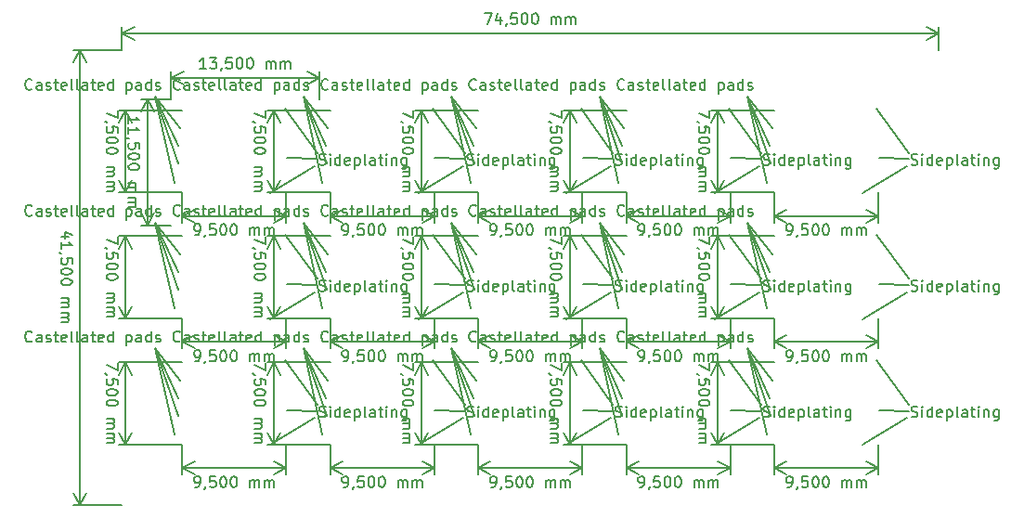
<source format=gbr>
G04 #@! TF.GenerationSoftware,KiCad,Pcbnew,(5.1.4)-1*
G04 #@! TF.CreationDate,2021-03-14T16:57:56+01:00*
G04 #@! TF.ProjectId,panel_5x3,70616e65-6c5f-4357-9833-2e6b69636164,rev?*
G04 #@! TF.SameCoordinates,Original*
G04 #@! TF.FileFunction,Other,Comment*
%FSLAX46Y46*%
G04 Gerber Fmt 4.6, Leading zero omitted, Abs format (unit mm)*
G04 Created by KiCad (PCBNEW (5.1.4)-1) date 2021-03-14 16:57:56*
%MOMM*%
%LPD*%
G04 APERTURE LIST*
%ADD10C,0.150000*%
G04 APERTURE END LIST*
D10*
X155802380Y-75057142D02*
X155754761Y-75104761D01*
X155611904Y-75152380D01*
X155516666Y-75152380D01*
X155373809Y-75104761D01*
X155278571Y-75009523D01*
X155230952Y-74914285D01*
X155183333Y-74723809D01*
X155183333Y-74580952D01*
X155230952Y-74390476D01*
X155278571Y-74295238D01*
X155373809Y-74200000D01*
X155516666Y-74152380D01*
X155611904Y-74152380D01*
X155754761Y-74200000D01*
X155802380Y-74247619D01*
X156659523Y-75152380D02*
X156659523Y-74628571D01*
X156611904Y-74533333D01*
X156516666Y-74485714D01*
X156326190Y-74485714D01*
X156230952Y-74533333D01*
X156659523Y-75104761D02*
X156564285Y-75152380D01*
X156326190Y-75152380D01*
X156230952Y-75104761D01*
X156183333Y-75009523D01*
X156183333Y-74914285D01*
X156230952Y-74819047D01*
X156326190Y-74771428D01*
X156564285Y-74771428D01*
X156659523Y-74723809D01*
X157088095Y-75104761D02*
X157183333Y-75152380D01*
X157373809Y-75152380D01*
X157469047Y-75104761D01*
X157516666Y-75009523D01*
X157516666Y-74961904D01*
X157469047Y-74866666D01*
X157373809Y-74819047D01*
X157230952Y-74819047D01*
X157135714Y-74771428D01*
X157088095Y-74676190D01*
X157088095Y-74628571D01*
X157135714Y-74533333D01*
X157230952Y-74485714D01*
X157373809Y-74485714D01*
X157469047Y-74533333D01*
X157802380Y-74485714D02*
X158183333Y-74485714D01*
X157945238Y-74152380D02*
X157945238Y-75009523D01*
X157992857Y-75104761D01*
X158088095Y-75152380D01*
X158183333Y-75152380D01*
X158897619Y-75104761D02*
X158802380Y-75152380D01*
X158611904Y-75152380D01*
X158516666Y-75104761D01*
X158469047Y-75009523D01*
X158469047Y-74628571D01*
X158516666Y-74533333D01*
X158611904Y-74485714D01*
X158802380Y-74485714D01*
X158897619Y-74533333D01*
X158945238Y-74628571D01*
X158945238Y-74723809D01*
X158469047Y-74819047D01*
X159516666Y-75152380D02*
X159421428Y-75104761D01*
X159373809Y-75009523D01*
X159373809Y-74152380D01*
X160040476Y-75152380D02*
X159945238Y-75104761D01*
X159897619Y-75009523D01*
X159897619Y-74152380D01*
X160850000Y-75152380D02*
X160850000Y-74628571D01*
X160802380Y-74533333D01*
X160707142Y-74485714D01*
X160516666Y-74485714D01*
X160421428Y-74533333D01*
X160850000Y-75104761D02*
X160754761Y-75152380D01*
X160516666Y-75152380D01*
X160421428Y-75104761D01*
X160373809Y-75009523D01*
X160373809Y-74914285D01*
X160421428Y-74819047D01*
X160516666Y-74771428D01*
X160754761Y-74771428D01*
X160850000Y-74723809D01*
X161183333Y-74485714D02*
X161564285Y-74485714D01*
X161326190Y-74152380D02*
X161326190Y-75009523D01*
X161373809Y-75104761D01*
X161469047Y-75152380D01*
X161564285Y-75152380D01*
X162278571Y-75104761D02*
X162183333Y-75152380D01*
X161992857Y-75152380D01*
X161897619Y-75104761D01*
X161850000Y-75009523D01*
X161850000Y-74628571D01*
X161897619Y-74533333D01*
X161992857Y-74485714D01*
X162183333Y-74485714D01*
X162278571Y-74533333D01*
X162326190Y-74628571D01*
X162326190Y-74723809D01*
X161850000Y-74819047D01*
X163183333Y-75152380D02*
X163183333Y-74152380D01*
X163183333Y-75104761D02*
X163088095Y-75152380D01*
X162897619Y-75152380D01*
X162802380Y-75104761D01*
X162754761Y-75057142D01*
X162707142Y-74961904D01*
X162707142Y-74676190D01*
X162754761Y-74580952D01*
X162802380Y-74533333D01*
X162897619Y-74485714D01*
X163088095Y-74485714D01*
X163183333Y-74533333D01*
X164421428Y-74485714D02*
X164421428Y-75485714D01*
X164421428Y-74533333D02*
X164516666Y-74485714D01*
X164707142Y-74485714D01*
X164802380Y-74533333D01*
X164850000Y-74580952D01*
X164897619Y-74676190D01*
X164897619Y-74961904D01*
X164850000Y-75057142D01*
X164802380Y-75104761D01*
X164707142Y-75152380D01*
X164516666Y-75152380D01*
X164421428Y-75104761D01*
X165754761Y-75152380D02*
X165754761Y-74628571D01*
X165707142Y-74533333D01*
X165611904Y-74485714D01*
X165421428Y-74485714D01*
X165326190Y-74533333D01*
X165754761Y-75104761D02*
X165659523Y-75152380D01*
X165421428Y-75152380D01*
X165326190Y-75104761D01*
X165278571Y-75009523D01*
X165278571Y-74914285D01*
X165326190Y-74819047D01*
X165421428Y-74771428D01*
X165659523Y-74771428D01*
X165754761Y-74723809D01*
X166659523Y-75152380D02*
X166659523Y-74152380D01*
X166659523Y-75104761D02*
X166564285Y-75152380D01*
X166373809Y-75152380D01*
X166278571Y-75104761D01*
X166230952Y-75057142D01*
X166183333Y-74961904D01*
X166183333Y-74676190D01*
X166230952Y-74580952D01*
X166278571Y-74533333D01*
X166373809Y-74485714D01*
X166564285Y-74485714D01*
X166659523Y-74533333D01*
X167088095Y-75104761D02*
X167183333Y-75152380D01*
X167373809Y-75152380D01*
X167469047Y-75104761D01*
X167516666Y-75009523D01*
X167516666Y-74961904D01*
X167469047Y-74866666D01*
X167373809Y-74819047D01*
X167230952Y-74819047D01*
X167135714Y-74771428D01*
X167088095Y-74676190D01*
X167088095Y-74628571D01*
X167135714Y-74533333D01*
X167230952Y-74485714D01*
X167373809Y-74485714D01*
X167469047Y-74533333D01*
X142302380Y-75057142D02*
X142254761Y-75104761D01*
X142111904Y-75152380D01*
X142016666Y-75152380D01*
X141873809Y-75104761D01*
X141778571Y-75009523D01*
X141730952Y-74914285D01*
X141683333Y-74723809D01*
X141683333Y-74580952D01*
X141730952Y-74390476D01*
X141778571Y-74295238D01*
X141873809Y-74200000D01*
X142016666Y-74152380D01*
X142111904Y-74152380D01*
X142254761Y-74200000D01*
X142302380Y-74247619D01*
X143159523Y-75152380D02*
X143159523Y-74628571D01*
X143111904Y-74533333D01*
X143016666Y-74485714D01*
X142826190Y-74485714D01*
X142730952Y-74533333D01*
X143159523Y-75104761D02*
X143064285Y-75152380D01*
X142826190Y-75152380D01*
X142730952Y-75104761D01*
X142683333Y-75009523D01*
X142683333Y-74914285D01*
X142730952Y-74819047D01*
X142826190Y-74771428D01*
X143064285Y-74771428D01*
X143159523Y-74723809D01*
X143588095Y-75104761D02*
X143683333Y-75152380D01*
X143873809Y-75152380D01*
X143969047Y-75104761D01*
X144016666Y-75009523D01*
X144016666Y-74961904D01*
X143969047Y-74866666D01*
X143873809Y-74819047D01*
X143730952Y-74819047D01*
X143635714Y-74771428D01*
X143588095Y-74676190D01*
X143588095Y-74628571D01*
X143635714Y-74533333D01*
X143730952Y-74485714D01*
X143873809Y-74485714D01*
X143969047Y-74533333D01*
X144302380Y-74485714D02*
X144683333Y-74485714D01*
X144445238Y-74152380D02*
X144445238Y-75009523D01*
X144492857Y-75104761D01*
X144588095Y-75152380D01*
X144683333Y-75152380D01*
X145397619Y-75104761D02*
X145302380Y-75152380D01*
X145111904Y-75152380D01*
X145016666Y-75104761D01*
X144969047Y-75009523D01*
X144969047Y-74628571D01*
X145016666Y-74533333D01*
X145111904Y-74485714D01*
X145302380Y-74485714D01*
X145397619Y-74533333D01*
X145445238Y-74628571D01*
X145445238Y-74723809D01*
X144969047Y-74819047D01*
X146016666Y-75152380D02*
X145921428Y-75104761D01*
X145873809Y-75009523D01*
X145873809Y-74152380D01*
X146540476Y-75152380D02*
X146445238Y-75104761D01*
X146397619Y-75009523D01*
X146397619Y-74152380D01*
X147350000Y-75152380D02*
X147350000Y-74628571D01*
X147302380Y-74533333D01*
X147207142Y-74485714D01*
X147016666Y-74485714D01*
X146921428Y-74533333D01*
X147350000Y-75104761D02*
X147254761Y-75152380D01*
X147016666Y-75152380D01*
X146921428Y-75104761D01*
X146873809Y-75009523D01*
X146873809Y-74914285D01*
X146921428Y-74819047D01*
X147016666Y-74771428D01*
X147254761Y-74771428D01*
X147350000Y-74723809D01*
X147683333Y-74485714D02*
X148064285Y-74485714D01*
X147826190Y-74152380D02*
X147826190Y-75009523D01*
X147873809Y-75104761D01*
X147969047Y-75152380D01*
X148064285Y-75152380D01*
X148778571Y-75104761D02*
X148683333Y-75152380D01*
X148492857Y-75152380D01*
X148397619Y-75104761D01*
X148350000Y-75009523D01*
X148350000Y-74628571D01*
X148397619Y-74533333D01*
X148492857Y-74485714D01*
X148683333Y-74485714D01*
X148778571Y-74533333D01*
X148826190Y-74628571D01*
X148826190Y-74723809D01*
X148350000Y-74819047D01*
X149683333Y-75152380D02*
X149683333Y-74152380D01*
X149683333Y-75104761D02*
X149588095Y-75152380D01*
X149397619Y-75152380D01*
X149302380Y-75104761D01*
X149254761Y-75057142D01*
X149207142Y-74961904D01*
X149207142Y-74676190D01*
X149254761Y-74580952D01*
X149302380Y-74533333D01*
X149397619Y-74485714D01*
X149588095Y-74485714D01*
X149683333Y-74533333D01*
X150921428Y-74485714D02*
X150921428Y-75485714D01*
X150921428Y-74533333D02*
X151016666Y-74485714D01*
X151207142Y-74485714D01*
X151302380Y-74533333D01*
X151350000Y-74580952D01*
X151397619Y-74676190D01*
X151397619Y-74961904D01*
X151350000Y-75057142D01*
X151302380Y-75104761D01*
X151207142Y-75152380D01*
X151016666Y-75152380D01*
X150921428Y-75104761D01*
X152254761Y-75152380D02*
X152254761Y-74628571D01*
X152207142Y-74533333D01*
X152111904Y-74485714D01*
X151921428Y-74485714D01*
X151826190Y-74533333D01*
X152254761Y-75104761D02*
X152159523Y-75152380D01*
X151921428Y-75152380D01*
X151826190Y-75104761D01*
X151778571Y-75009523D01*
X151778571Y-74914285D01*
X151826190Y-74819047D01*
X151921428Y-74771428D01*
X152159523Y-74771428D01*
X152254761Y-74723809D01*
X153159523Y-75152380D02*
X153159523Y-74152380D01*
X153159523Y-75104761D02*
X153064285Y-75152380D01*
X152873809Y-75152380D01*
X152778571Y-75104761D01*
X152730952Y-75057142D01*
X152683333Y-74961904D01*
X152683333Y-74676190D01*
X152730952Y-74580952D01*
X152778571Y-74533333D01*
X152873809Y-74485714D01*
X153064285Y-74485714D01*
X153159523Y-74533333D01*
X153588095Y-75104761D02*
X153683333Y-75152380D01*
X153873809Y-75152380D01*
X153969047Y-75104761D01*
X154016666Y-75009523D01*
X154016666Y-74961904D01*
X153969047Y-74866666D01*
X153873809Y-74819047D01*
X153730952Y-74819047D01*
X153635714Y-74771428D01*
X153588095Y-74676190D01*
X153588095Y-74628571D01*
X153635714Y-74533333D01*
X153730952Y-74485714D01*
X153873809Y-74485714D01*
X153969047Y-74533333D01*
X128802380Y-75057142D02*
X128754761Y-75104761D01*
X128611904Y-75152380D01*
X128516666Y-75152380D01*
X128373809Y-75104761D01*
X128278571Y-75009523D01*
X128230952Y-74914285D01*
X128183333Y-74723809D01*
X128183333Y-74580952D01*
X128230952Y-74390476D01*
X128278571Y-74295238D01*
X128373809Y-74200000D01*
X128516666Y-74152380D01*
X128611904Y-74152380D01*
X128754761Y-74200000D01*
X128802380Y-74247619D01*
X129659523Y-75152380D02*
X129659523Y-74628571D01*
X129611904Y-74533333D01*
X129516666Y-74485714D01*
X129326190Y-74485714D01*
X129230952Y-74533333D01*
X129659523Y-75104761D02*
X129564285Y-75152380D01*
X129326190Y-75152380D01*
X129230952Y-75104761D01*
X129183333Y-75009523D01*
X129183333Y-74914285D01*
X129230952Y-74819047D01*
X129326190Y-74771428D01*
X129564285Y-74771428D01*
X129659523Y-74723809D01*
X130088095Y-75104761D02*
X130183333Y-75152380D01*
X130373809Y-75152380D01*
X130469047Y-75104761D01*
X130516666Y-75009523D01*
X130516666Y-74961904D01*
X130469047Y-74866666D01*
X130373809Y-74819047D01*
X130230952Y-74819047D01*
X130135714Y-74771428D01*
X130088095Y-74676190D01*
X130088095Y-74628571D01*
X130135714Y-74533333D01*
X130230952Y-74485714D01*
X130373809Y-74485714D01*
X130469047Y-74533333D01*
X130802380Y-74485714D02*
X131183333Y-74485714D01*
X130945238Y-74152380D02*
X130945238Y-75009523D01*
X130992857Y-75104761D01*
X131088095Y-75152380D01*
X131183333Y-75152380D01*
X131897619Y-75104761D02*
X131802380Y-75152380D01*
X131611904Y-75152380D01*
X131516666Y-75104761D01*
X131469047Y-75009523D01*
X131469047Y-74628571D01*
X131516666Y-74533333D01*
X131611904Y-74485714D01*
X131802380Y-74485714D01*
X131897619Y-74533333D01*
X131945238Y-74628571D01*
X131945238Y-74723809D01*
X131469047Y-74819047D01*
X132516666Y-75152380D02*
X132421428Y-75104761D01*
X132373809Y-75009523D01*
X132373809Y-74152380D01*
X133040476Y-75152380D02*
X132945238Y-75104761D01*
X132897619Y-75009523D01*
X132897619Y-74152380D01*
X133850000Y-75152380D02*
X133850000Y-74628571D01*
X133802380Y-74533333D01*
X133707142Y-74485714D01*
X133516666Y-74485714D01*
X133421428Y-74533333D01*
X133850000Y-75104761D02*
X133754761Y-75152380D01*
X133516666Y-75152380D01*
X133421428Y-75104761D01*
X133373809Y-75009523D01*
X133373809Y-74914285D01*
X133421428Y-74819047D01*
X133516666Y-74771428D01*
X133754761Y-74771428D01*
X133850000Y-74723809D01*
X134183333Y-74485714D02*
X134564285Y-74485714D01*
X134326190Y-74152380D02*
X134326190Y-75009523D01*
X134373809Y-75104761D01*
X134469047Y-75152380D01*
X134564285Y-75152380D01*
X135278571Y-75104761D02*
X135183333Y-75152380D01*
X134992857Y-75152380D01*
X134897619Y-75104761D01*
X134850000Y-75009523D01*
X134850000Y-74628571D01*
X134897619Y-74533333D01*
X134992857Y-74485714D01*
X135183333Y-74485714D01*
X135278571Y-74533333D01*
X135326190Y-74628571D01*
X135326190Y-74723809D01*
X134850000Y-74819047D01*
X136183333Y-75152380D02*
X136183333Y-74152380D01*
X136183333Y-75104761D02*
X136088095Y-75152380D01*
X135897619Y-75152380D01*
X135802380Y-75104761D01*
X135754761Y-75057142D01*
X135707142Y-74961904D01*
X135707142Y-74676190D01*
X135754761Y-74580952D01*
X135802380Y-74533333D01*
X135897619Y-74485714D01*
X136088095Y-74485714D01*
X136183333Y-74533333D01*
X137421428Y-74485714D02*
X137421428Y-75485714D01*
X137421428Y-74533333D02*
X137516666Y-74485714D01*
X137707142Y-74485714D01*
X137802380Y-74533333D01*
X137850000Y-74580952D01*
X137897619Y-74676190D01*
X137897619Y-74961904D01*
X137850000Y-75057142D01*
X137802380Y-75104761D01*
X137707142Y-75152380D01*
X137516666Y-75152380D01*
X137421428Y-75104761D01*
X138754761Y-75152380D02*
X138754761Y-74628571D01*
X138707142Y-74533333D01*
X138611904Y-74485714D01*
X138421428Y-74485714D01*
X138326190Y-74533333D01*
X138754761Y-75104761D02*
X138659523Y-75152380D01*
X138421428Y-75152380D01*
X138326190Y-75104761D01*
X138278571Y-75009523D01*
X138278571Y-74914285D01*
X138326190Y-74819047D01*
X138421428Y-74771428D01*
X138659523Y-74771428D01*
X138754761Y-74723809D01*
X139659523Y-75152380D02*
X139659523Y-74152380D01*
X139659523Y-75104761D02*
X139564285Y-75152380D01*
X139373809Y-75152380D01*
X139278571Y-75104761D01*
X139230952Y-75057142D01*
X139183333Y-74961904D01*
X139183333Y-74676190D01*
X139230952Y-74580952D01*
X139278571Y-74533333D01*
X139373809Y-74485714D01*
X139564285Y-74485714D01*
X139659523Y-74533333D01*
X140088095Y-75104761D02*
X140183333Y-75152380D01*
X140373809Y-75152380D01*
X140469047Y-75104761D01*
X140516666Y-75009523D01*
X140516666Y-74961904D01*
X140469047Y-74866666D01*
X140373809Y-74819047D01*
X140230952Y-74819047D01*
X140135714Y-74771428D01*
X140088095Y-74676190D01*
X140088095Y-74628571D01*
X140135714Y-74533333D01*
X140230952Y-74485714D01*
X140373809Y-74485714D01*
X140469047Y-74533333D01*
X115302380Y-75057142D02*
X115254761Y-75104761D01*
X115111904Y-75152380D01*
X115016666Y-75152380D01*
X114873809Y-75104761D01*
X114778571Y-75009523D01*
X114730952Y-74914285D01*
X114683333Y-74723809D01*
X114683333Y-74580952D01*
X114730952Y-74390476D01*
X114778571Y-74295238D01*
X114873809Y-74200000D01*
X115016666Y-74152380D01*
X115111904Y-74152380D01*
X115254761Y-74200000D01*
X115302380Y-74247619D01*
X116159523Y-75152380D02*
X116159523Y-74628571D01*
X116111904Y-74533333D01*
X116016666Y-74485714D01*
X115826190Y-74485714D01*
X115730952Y-74533333D01*
X116159523Y-75104761D02*
X116064285Y-75152380D01*
X115826190Y-75152380D01*
X115730952Y-75104761D01*
X115683333Y-75009523D01*
X115683333Y-74914285D01*
X115730952Y-74819047D01*
X115826190Y-74771428D01*
X116064285Y-74771428D01*
X116159523Y-74723809D01*
X116588095Y-75104761D02*
X116683333Y-75152380D01*
X116873809Y-75152380D01*
X116969047Y-75104761D01*
X117016666Y-75009523D01*
X117016666Y-74961904D01*
X116969047Y-74866666D01*
X116873809Y-74819047D01*
X116730952Y-74819047D01*
X116635714Y-74771428D01*
X116588095Y-74676190D01*
X116588095Y-74628571D01*
X116635714Y-74533333D01*
X116730952Y-74485714D01*
X116873809Y-74485714D01*
X116969047Y-74533333D01*
X117302380Y-74485714D02*
X117683333Y-74485714D01*
X117445238Y-74152380D02*
X117445238Y-75009523D01*
X117492857Y-75104761D01*
X117588095Y-75152380D01*
X117683333Y-75152380D01*
X118397619Y-75104761D02*
X118302380Y-75152380D01*
X118111904Y-75152380D01*
X118016666Y-75104761D01*
X117969047Y-75009523D01*
X117969047Y-74628571D01*
X118016666Y-74533333D01*
X118111904Y-74485714D01*
X118302380Y-74485714D01*
X118397619Y-74533333D01*
X118445238Y-74628571D01*
X118445238Y-74723809D01*
X117969047Y-74819047D01*
X119016666Y-75152380D02*
X118921428Y-75104761D01*
X118873809Y-75009523D01*
X118873809Y-74152380D01*
X119540476Y-75152380D02*
X119445238Y-75104761D01*
X119397619Y-75009523D01*
X119397619Y-74152380D01*
X120350000Y-75152380D02*
X120350000Y-74628571D01*
X120302380Y-74533333D01*
X120207142Y-74485714D01*
X120016666Y-74485714D01*
X119921428Y-74533333D01*
X120350000Y-75104761D02*
X120254761Y-75152380D01*
X120016666Y-75152380D01*
X119921428Y-75104761D01*
X119873809Y-75009523D01*
X119873809Y-74914285D01*
X119921428Y-74819047D01*
X120016666Y-74771428D01*
X120254761Y-74771428D01*
X120350000Y-74723809D01*
X120683333Y-74485714D02*
X121064285Y-74485714D01*
X120826190Y-74152380D02*
X120826190Y-75009523D01*
X120873809Y-75104761D01*
X120969047Y-75152380D01*
X121064285Y-75152380D01*
X121778571Y-75104761D02*
X121683333Y-75152380D01*
X121492857Y-75152380D01*
X121397619Y-75104761D01*
X121350000Y-75009523D01*
X121350000Y-74628571D01*
X121397619Y-74533333D01*
X121492857Y-74485714D01*
X121683333Y-74485714D01*
X121778571Y-74533333D01*
X121826190Y-74628571D01*
X121826190Y-74723809D01*
X121350000Y-74819047D01*
X122683333Y-75152380D02*
X122683333Y-74152380D01*
X122683333Y-75104761D02*
X122588095Y-75152380D01*
X122397619Y-75152380D01*
X122302380Y-75104761D01*
X122254761Y-75057142D01*
X122207142Y-74961904D01*
X122207142Y-74676190D01*
X122254761Y-74580952D01*
X122302380Y-74533333D01*
X122397619Y-74485714D01*
X122588095Y-74485714D01*
X122683333Y-74533333D01*
X123921428Y-74485714D02*
X123921428Y-75485714D01*
X123921428Y-74533333D02*
X124016666Y-74485714D01*
X124207142Y-74485714D01*
X124302380Y-74533333D01*
X124350000Y-74580952D01*
X124397619Y-74676190D01*
X124397619Y-74961904D01*
X124350000Y-75057142D01*
X124302380Y-75104761D01*
X124207142Y-75152380D01*
X124016666Y-75152380D01*
X123921428Y-75104761D01*
X125254761Y-75152380D02*
X125254761Y-74628571D01*
X125207142Y-74533333D01*
X125111904Y-74485714D01*
X124921428Y-74485714D01*
X124826190Y-74533333D01*
X125254761Y-75104761D02*
X125159523Y-75152380D01*
X124921428Y-75152380D01*
X124826190Y-75104761D01*
X124778571Y-75009523D01*
X124778571Y-74914285D01*
X124826190Y-74819047D01*
X124921428Y-74771428D01*
X125159523Y-74771428D01*
X125254761Y-74723809D01*
X126159523Y-75152380D02*
X126159523Y-74152380D01*
X126159523Y-75104761D02*
X126064285Y-75152380D01*
X125873809Y-75152380D01*
X125778571Y-75104761D01*
X125730952Y-75057142D01*
X125683333Y-74961904D01*
X125683333Y-74676190D01*
X125730952Y-74580952D01*
X125778571Y-74533333D01*
X125873809Y-74485714D01*
X126064285Y-74485714D01*
X126159523Y-74533333D01*
X126588095Y-75104761D02*
X126683333Y-75152380D01*
X126873809Y-75152380D01*
X126969047Y-75104761D01*
X127016666Y-75009523D01*
X127016666Y-74961904D01*
X126969047Y-74866666D01*
X126873809Y-74819047D01*
X126730952Y-74819047D01*
X126635714Y-74771428D01*
X126588095Y-74676190D01*
X126588095Y-74628571D01*
X126635714Y-74533333D01*
X126730952Y-74485714D01*
X126873809Y-74485714D01*
X126969047Y-74533333D01*
X101802380Y-75057142D02*
X101754761Y-75104761D01*
X101611904Y-75152380D01*
X101516666Y-75152380D01*
X101373809Y-75104761D01*
X101278571Y-75009523D01*
X101230952Y-74914285D01*
X101183333Y-74723809D01*
X101183333Y-74580952D01*
X101230952Y-74390476D01*
X101278571Y-74295238D01*
X101373809Y-74200000D01*
X101516666Y-74152380D01*
X101611904Y-74152380D01*
X101754761Y-74200000D01*
X101802380Y-74247619D01*
X102659523Y-75152380D02*
X102659523Y-74628571D01*
X102611904Y-74533333D01*
X102516666Y-74485714D01*
X102326190Y-74485714D01*
X102230952Y-74533333D01*
X102659523Y-75104761D02*
X102564285Y-75152380D01*
X102326190Y-75152380D01*
X102230952Y-75104761D01*
X102183333Y-75009523D01*
X102183333Y-74914285D01*
X102230952Y-74819047D01*
X102326190Y-74771428D01*
X102564285Y-74771428D01*
X102659523Y-74723809D01*
X103088095Y-75104761D02*
X103183333Y-75152380D01*
X103373809Y-75152380D01*
X103469047Y-75104761D01*
X103516666Y-75009523D01*
X103516666Y-74961904D01*
X103469047Y-74866666D01*
X103373809Y-74819047D01*
X103230952Y-74819047D01*
X103135714Y-74771428D01*
X103088095Y-74676190D01*
X103088095Y-74628571D01*
X103135714Y-74533333D01*
X103230952Y-74485714D01*
X103373809Y-74485714D01*
X103469047Y-74533333D01*
X103802380Y-74485714D02*
X104183333Y-74485714D01*
X103945238Y-74152380D02*
X103945238Y-75009523D01*
X103992857Y-75104761D01*
X104088095Y-75152380D01*
X104183333Y-75152380D01*
X104897619Y-75104761D02*
X104802380Y-75152380D01*
X104611904Y-75152380D01*
X104516666Y-75104761D01*
X104469047Y-75009523D01*
X104469047Y-74628571D01*
X104516666Y-74533333D01*
X104611904Y-74485714D01*
X104802380Y-74485714D01*
X104897619Y-74533333D01*
X104945238Y-74628571D01*
X104945238Y-74723809D01*
X104469047Y-74819047D01*
X105516666Y-75152380D02*
X105421428Y-75104761D01*
X105373809Y-75009523D01*
X105373809Y-74152380D01*
X106040476Y-75152380D02*
X105945238Y-75104761D01*
X105897619Y-75009523D01*
X105897619Y-74152380D01*
X106850000Y-75152380D02*
X106850000Y-74628571D01*
X106802380Y-74533333D01*
X106707142Y-74485714D01*
X106516666Y-74485714D01*
X106421428Y-74533333D01*
X106850000Y-75104761D02*
X106754761Y-75152380D01*
X106516666Y-75152380D01*
X106421428Y-75104761D01*
X106373809Y-75009523D01*
X106373809Y-74914285D01*
X106421428Y-74819047D01*
X106516666Y-74771428D01*
X106754761Y-74771428D01*
X106850000Y-74723809D01*
X107183333Y-74485714D02*
X107564285Y-74485714D01*
X107326190Y-74152380D02*
X107326190Y-75009523D01*
X107373809Y-75104761D01*
X107469047Y-75152380D01*
X107564285Y-75152380D01*
X108278571Y-75104761D02*
X108183333Y-75152380D01*
X107992857Y-75152380D01*
X107897619Y-75104761D01*
X107850000Y-75009523D01*
X107850000Y-74628571D01*
X107897619Y-74533333D01*
X107992857Y-74485714D01*
X108183333Y-74485714D01*
X108278571Y-74533333D01*
X108326190Y-74628571D01*
X108326190Y-74723809D01*
X107850000Y-74819047D01*
X109183333Y-75152380D02*
X109183333Y-74152380D01*
X109183333Y-75104761D02*
X109088095Y-75152380D01*
X108897619Y-75152380D01*
X108802380Y-75104761D01*
X108754761Y-75057142D01*
X108707142Y-74961904D01*
X108707142Y-74676190D01*
X108754761Y-74580952D01*
X108802380Y-74533333D01*
X108897619Y-74485714D01*
X109088095Y-74485714D01*
X109183333Y-74533333D01*
X110421428Y-74485714D02*
X110421428Y-75485714D01*
X110421428Y-74533333D02*
X110516666Y-74485714D01*
X110707142Y-74485714D01*
X110802380Y-74533333D01*
X110850000Y-74580952D01*
X110897619Y-74676190D01*
X110897619Y-74961904D01*
X110850000Y-75057142D01*
X110802380Y-75104761D01*
X110707142Y-75152380D01*
X110516666Y-75152380D01*
X110421428Y-75104761D01*
X111754761Y-75152380D02*
X111754761Y-74628571D01*
X111707142Y-74533333D01*
X111611904Y-74485714D01*
X111421428Y-74485714D01*
X111326190Y-74533333D01*
X111754761Y-75104761D02*
X111659523Y-75152380D01*
X111421428Y-75152380D01*
X111326190Y-75104761D01*
X111278571Y-75009523D01*
X111278571Y-74914285D01*
X111326190Y-74819047D01*
X111421428Y-74771428D01*
X111659523Y-74771428D01*
X111754761Y-74723809D01*
X112659523Y-75152380D02*
X112659523Y-74152380D01*
X112659523Y-75104761D02*
X112564285Y-75152380D01*
X112373809Y-75152380D01*
X112278571Y-75104761D01*
X112230952Y-75057142D01*
X112183333Y-74961904D01*
X112183333Y-74676190D01*
X112230952Y-74580952D01*
X112278571Y-74533333D01*
X112373809Y-74485714D01*
X112564285Y-74485714D01*
X112659523Y-74533333D01*
X113088095Y-75104761D02*
X113183333Y-75152380D01*
X113373809Y-75152380D01*
X113469047Y-75104761D01*
X113516666Y-75009523D01*
X113516666Y-74961904D01*
X113469047Y-74866666D01*
X113373809Y-74819047D01*
X113230952Y-74819047D01*
X113135714Y-74771428D01*
X113088095Y-74676190D01*
X113088095Y-74628571D01*
X113135714Y-74533333D01*
X113230952Y-74485714D01*
X113373809Y-74485714D01*
X113469047Y-74533333D01*
X155802380Y-63557142D02*
X155754761Y-63604761D01*
X155611904Y-63652380D01*
X155516666Y-63652380D01*
X155373809Y-63604761D01*
X155278571Y-63509523D01*
X155230952Y-63414285D01*
X155183333Y-63223809D01*
X155183333Y-63080952D01*
X155230952Y-62890476D01*
X155278571Y-62795238D01*
X155373809Y-62700000D01*
X155516666Y-62652380D01*
X155611904Y-62652380D01*
X155754761Y-62700000D01*
X155802380Y-62747619D01*
X156659523Y-63652380D02*
X156659523Y-63128571D01*
X156611904Y-63033333D01*
X156516666Y-62985714D01*
X156326190Y-62985714D01*
X156230952Y-63033333D01*
X156659523Y-63604761D02*
X156564285Y-63652380D01*
X156326190Y-63652380D01*
X156230952Y-63604761D01*
X156183333Y-63509523D01*
X156183333Y-63414285D01*
X156230952Y-63319047D01*
X156326190Y-63271428D01*
X156564285Y-63271428D01*
X156659523Y-63223809D01*
X157088095Y-63604761D02*
X157183333Y-63652380D01*
X157373809Y-63652380D01*
X157469047Y-63604761D01*
X157516666Y-63509523D01*
X157516666Y-63461904D01*
X157469047Y-63366666D01*
X157373809Y-63319047D01*
X157230952Y-63319047D01*
X157135714Y-63271428D01*
X157088095Y-63176190D01*
X157088095Y-63128571D01*
X157135714Y-63033333D01*
X157230952Y-62985714D01*
X157373809Y-62985714D01*
X157469047Y-63033333D01*
X157802380Y-62985714D02*
X158183333Y-62985714D01*
X157945238Y-62652380D02*
X157945238Y-63509523D01*
X157992857Y-63604761D01*
X158088095Y-63652380D01*
X158183333Y-63652380D01*
X158897619Y-63604761D02*
X158802380Y-63652380D01*
X158611904Y-63652380D01*
X158516666Y-63604761D01*
X158469047Y-63509523D01*
X158469047Y-63128571D01*
X158516666Y-63033333D01*
X158611904Y-62985714D01*
X158802380Y-62985714D01*
X158897619Y-63033333D01*
X158945238Y-63128571D01*
X158945238Y-63223809D01*
X158469047Y-63319047D01*
X159516666Y-63652380D02*
X159421428Y-63604761D01*
X159373809Y-63509523D01*
X159373809Y-62652380D01*
X160040476Y-63652380D02*
X159945238Y-63604761D01*
X159897619Y-63509523D01*
X159897619Y-62652380D01*
X160850000Y-63652380D02*
X160850000Y-63128571D01*
X160802380Y-63033333D01*
X160707142Y-62985714D01*
X160516666Y-62985714D01*
X160421428Y-63033333D01*
X160850000Y-63604761D02*
X160754761Y-63652380D01*
X160516666Y-63652380D01*
X160421428Y-63604761D01*
X160373809Y-63509523D01*
X160373809Y-63414285D01*
X160421428Y-63319047D01*
X160516666Y-63271428D01*
X160754761Y-63271428D01*
X160850000Y-63223809D01*
X161183333Y-62985714D02*
X161564285Y-62985714D01*
X161326190Y-62652380D02*
X161326190Y-63509523D01*
X161373809Y-63604761D01*
X161469047Y-63652380D01*
X161564285Y-63652380D01*
X162278571Y-63604761D02*
X162183333Y-63652380D01*
X161992857Y-63652380D01*
X161897619Y-63604761D01*
X161850000Y-63509523D01*
X161850000Y-63128571D01*
X161897619Y-63033333D01*
X161992857Y-62985714D01*
X162183333Y-62985714D01*
X162278571Y-63033333D01*
X162326190Y-63128571D01*
X162326190Y-63223809D01*
X161850000Y-63319047D01*
X163183333Y-63652380D02*
X163183333Y-62652380D01*
X163183333Y-63604761D02*
X163088095Y-63652380D01*
X162897619Y-63652380D01*
X162802380Y-63604761D01*
X162754761Y-63557142D01*
X162707142Y-63461904D01*
X162707142Y-63176190D01*
X162754761Y-63080952D01*
X162802380Y-63033333D01*
X162897619Y-62985714D01*
X163088095Y-62985714D01*
X163183333Y-63033333D01*
X164421428Y-62985714D02*
X164421428Y-63985714D01*
X164421428Y-63033333D02*
X164516666Y-62985714D01*
X164707142Y-62985714D01*
X164802380Y-63033333D01*
X164850000Y-63080952D01*
X164897619Y-63176190D01*
X164897619Y-63461904D01*
X164850000Y-63557142D01*
X164802380Y-63604761D01*
X164707142Y-63652380D01*
X164516666Y-63652380D01*
X164421428Y-63604761D01*
X165754761Y-63652380D02*
X165754761Y-63128571D01*
X165707142Y-63033333D01*
X165611904Y-62985714D01*
X165421428Y-62985714D01*
X165326190Y-63033333D01*
X165754761Y-63604761D02*
X165659523Y-63652380D01*
X165421428Y-63652380D01*
X165326190Y-63604761D01*
X165278571Y-63509523D01*
X165278571Y-63414285D01*
X165326190Y-63319047D01*
X165421428Y-63271428D01*
X165659523Y-63271428D01*
X165754761Y-63223809D01*
X166659523Y-63652380D02*
X166659523Y-62652380D01*
X166659523Y-63604761D02*
X166564285Y-63652380D01*
X166373809Y-63652380D01*
X166278571Y-63604761D01*
X166230952Y-63557142D01*
X166183333Y-63461904D01*
X166183333Y-63176190D01*
X166230952Y-63080952D01*
X166278571Y-63033333D01*
X166373809Y-62985714D01*
X166564285Y-62985714D01*
X166659523Y-63033333D01*
X167088095Y-63604761D02*
X167183333Y-63652380D01*
X167373809Y-63652380D01*
X167469047Y-63604761D01*
X167516666Y-63509523D01*
X167516666Y-63461904D01*
X167469047Y-63366666D01*
X167373809Y-63319047D01*
X167230952Y-63319047D01*
X167135714Y-63271428D01*
X167088095Y-63176190D01*
X167088095Y-63128571D01*
X167135714Y-63033333D01*
X167230952Y-62985714D01*
X167373809Y-62985714D01*
X167469047Y-63033333D01*
X142302380Y-63557142D02*
X142254761Y-63604761D01*
X142111904Y-63652380D01*
X142016666Y-63652380D01*
X141873809Y-63604761D01*
X141778571Y-63509523D01*
X141730952Y-63414285D01*
X141683333Y-63223809D01*
X141683333Y-63080952D01*
X141730952Y-62890476D01*
X141778571Y-62795238D01*
X141873809Y-62700000D01*
X142016666Y-62652380D01*
X142111904Y-62652380D01*
X142254761Y-62700000D01*
X142302380Y-62747619D01*
X143159523Y-63652380D02*
X143159523Y-63128571D01*
X143111904Y-63033333D01*
X143016666Y-62985714D01*
X142826190Y-62985714D01*
X142730952Y-63033333D01*
X143159523Y-63604761D02*
X143064285Y-63652380D01*
X142826190Y-63652380D01*
X142730952Y-63604761D01*
X142683333Y-63509523D01*
X142683333Y-63414285D01*
X142730952Y-63319047D01*
X142826190Y-63271428D01*
X143064285Y-63271428D01*
X143159523Y-63223809D01*
X143588095Y-63604761D02*
X143683333Y-63652380D01*
X143873809Y-63652380D01*
X143969047Y-63604761D01*
X144016666Y-63509523D01*
X144016666Y-63461904D01*
X143969047Y-63366666D01*
X143873809Y-63319047D01*
X143730952Y-63319047D01*
X143635714Y-63271428D01*
X143588095Y-63176190D01*
X143588095Y-63128571D01*
X143635714Y-63033333D01*
X143730952Y-62985714D01*
X143873809Y-62985714D01*
X143969047Y-63033333D01*
X144302380Y-62985714D02*
X144683333Y-62985714D01*
X144445238Y-62652380D02*
X144445238Y-63509523D01*
X144492857Y-63604761D01*
X144588095Y-63652380D01*
X144683333Y-63652380D01*
X145397619Y-63604761D02*
X145302380Y-63652380D01*
X145111904Y-63652380D01*
X145016666Y-63604761D01*
X144969047Y-63509523D01*
X144969047Y-63128571D01*
X145016666Y-63033333D01*
X145111904Y-62985714D01*
X145302380Y-62985714D01*
X145397619Y-63033333D01*
X145445238Y-63128571D01*
X145445238Y-63223809D01*
X144969047Y-63319047D01*
X146016666Y-63652380D02*
X145921428Y-63604761D01*
X145873809Y-63509523D01*
X145873809Y-62652380D01*
X146540476Y-63652380D02*
X146445238Y-63604761D01*
X146397619Y-63509523D01*
X146397619Y-62652380D01*
X147350000Y-63652380D02*
X147350000Y-63128571D01*
X147302380Y-63033333D01*
X147207142Y-62985714D01*
X147016666Y-62985714D01*
X146921428Y-63033333D01*
X147350000Y-63604761D02*
X147254761Y-63652380D01*
X147016666Y-63652380D01*
X146921428Y-63604761D01*
X146873809Y-63509523D01*
X146873809Y-63414285D01*
X146921428Y-63319047D01*
X147016666Y-63271428D01*
X147254761Y-63271428D01*
X147350000Y-63223809D01*
X147683333Y-62985714D02*
X148064285Y-62985714D01*
X147826190Y-62652380D02*
X147826190Y-63509523D01*
X147873809Y-63604761D01*
X147969047Y-63652380D01*
X148064285Y-63652380D01*
X148778571Y-63604761D02*
X148683333Y-63652380D01*
X148492857Y-63652380D01*
X148397619Y-63604761D01*
X148350000Y-63509523D01*
X148350000Y-63128571D01*
X148397619Y-63033333D01*
X148492857Y-62985714D01*
X148683333Y-62985714D01*
X148778571Y-63033333D01*
X148826190Y-63128571D01*
X148826190Y-63223809D01*
X148350000Y-63319047D01*
X149683333Y-63652380D02*
X149683333Y-62652380D01*
X149683333Y-63604761D02*
X149588095Y-63652380D01*
X149397619Y-63652380D01*
X149302380Y-63604761D01*
X149254761Y-63557142D01*
X149207142Y-63461904D01*
X149207142Y-63176190D01*
X149254761Y-63080952D01*
X149302380Y-63033333D01*
X149397619Y-62985714D01*
X149588095Y-62985714D01*
X149683333Y-63033333D01*
X150921428Y-62985714D02*
X150921428Y-63985714D01*
X150921428Y-63033333D02*
X151016666Y-62985714D01*
X151207142Y-62985714D01*
X151302380Y-63033333D01*
X151350000Y-63080952D01*
X151397619Y-63176190D01*
X151397619Y-63461904D01*
X151350000Y-63557142D01*
X151302380Y-63604761D01*
X151207142Y-63652380D01*
X151016666Y-63652380D01*
X150921428Y-63604761D01*
X152254761Y-63652380D02*
X152254761Y-63128571D01*
X152207142Y-63033333D01*
X152111904Y-62985714D01*
X151921428Y-62985714D01*
X151826190Y-63033333D01*
X152254761Y-63604761D02*
X152159523Y-63652380D01*
X151921428Y-63652380D01*
X151826190Y-63604761D01*
X151778571Y-63509523D01*
X151778571Y-63414285D01*
X151826190Y-63319047D01*
X151921428Y-63271428D01*
X152159523Y-63271428D01*
X152254761Y-63223809D01*
X153159523Y-63652380D02*
X153159523Y-62652380D01*
X153159523Y-63604761D02*
X153064285Y-63652380D01*
X152873809Y-63652380D01*
X152778571Y-63604761D01*
X152730952Y-63557142D01*
X152683333Y-63461904D01*
X152683333Y-63176190D01*
X152730952Y-63080952D01*
X152778571Y-63033333D01*
X152873809Y-62985714D01*
X153064285Y-62985714D01*
X153159523Y-63033333D01*
X153588095Y-63604761D02*
X153683333Y-63652380D01*
X153873809Y-63652380D01*
X153969047Y-63604761D01*
X154016666Y-63509523D01*
X154016666Y-63461904D01*
X153969047Y-63366666D01*
X153873809Y-63319047D01*
X153730952Y-63319047D01*
X153635714Y-63271428D01*
X153588095Y-63176190D01*
X153588095Y-63128571D01*
X153635714Y-63033333D01*
X153730952Y-62985714D01*
X153873809Y-62985714D01*
X153969047Y-63033333D01*
X128802380Y-63557142D02*
X128754761Y-63604761D01*
X128611904Y-63652380D01*
X128516666Y-63652380D01*
X128373809Y-63604761D01*
X128278571Y-63509523D01*
X128230952Y-63414285D01*
X128183333Y-63223809D01*
X128183333Y-63080952D01*
X128230952Y-62890476D01*
X128278571Y-62795238D01*
X128373809Y-62700000D01*
X128516666Y-62652380D01*
X128611904Y-62652380D01*
X128754761Y-62700000D01*
X128802380Y-62747619D01*
X129659523Y-63652380D02*
X129659523Y-63128571D01*
X129611904Y-63033333D01*
X129516666Y-62985714D01*
X129326190Y-62985714D01*
X129230952Y-63033333D01*
X129659523Y-63604761D02*
X129564285Y-63652380D01*
X129326190Y-63652380D01*
X129230952Y-63604761D01*
X129183333Y-63509523D01*
X129183333Y-63414285D01*
X129230952Y-63319047D01*
X129326190Y-63271428D01*
X129564285Y-63271428D01*
X129659523Y-63223809D01*
X130088095Y-63604761D02*
X130183333Y-63652380D01*
X130373809Y-63652380D01*
X130469047Y-63604761D01*
X130516666Y-63509523D01*
X130516666Y-63461904D01*
X130469047Y-63366666D01*
X130373809Y-63319047D01*
X130230952Y-63319047D01*
X130135714Y-63271428D01*
X130088095Y-63176190D01*
X130088095Y-63128571D01*
X130135714Y-63033333D01*
X130230952Y-62985714D01*
X130373809Y-62985714D01*
X130469047Y-63033333D01*
X130802380Y-62985714D02*
X131183333Y-62985714D01*
X130945238Y-62652380D02*
X130945238Y-63509523D01*
X130992857Y-63604761D01*
X131088095Y-63652380D01*
X131183333Y-63652380D01*
X131897619Y-63604761D02*
X131802380Y-63652380D01*
X131611904Y-63652380D01*
X131516666Y-63604761D01*
X131469047Y-63509523D01*
X131469047Y-63128571D01*
X131516666Y-63033333D01*
X131611904Y-62985714D01*
X131802380Y-62985714D01*
X131897619Y-63033333D01*
X131945238Y-63128571D01*
X131945238Y-63223809D01*
X131469047Y-63319047D01*
X132516666Y-63652380D02*
X132421428Y-63604761D01*
X132373809Y-63509523D01*
X132373809Y-62652380D01*
X133040476Y-63652380D02*
X132945238Y-63604761D01*
X132897619Y-63509523D01*
X132897619Y-62652380D01*
X133850000Y-63652380D02*
X133850000Y-63128571D01*
X133802380Y-63033333D01*
X133707142Y-62985714D01*
X133516666Y-62985714D01*
X133421428Y-63033333D01*
X133850000Y-63604761D02*
X133754761Y-63652380D01*
X133516666Y-63652380D01*
X133421428Y-63604761D01*
X133373809Y-63509523D01*
X133373809Y-63414285D01*
X133421428Y-63319047D01*
X133516666Y-63271428D01*
X133754761Y-63271428D01*
X133850000Y-63223809D01*
X134183333Y-62985714D02*
X134564285Y-62985714D01*
X134326190Y-62652380D02*
X134326190Y-63509523D01*
X134373809Y-63604761D01*
X134469047Y-63652380D01*
X134564285Y-63652380D01*
X135278571Y-63604761D02*
X135183333Y-63652380D01*
X134992857Y-63652380D01*
X134897619Y-63604761D01*
X134850000Y-63509523D01*
X134850000Y-63128571D01*
X134897619Y-63033333D01*
X134992857Y-62985714D01*
X135183333Y-62985714D01*
X135278571Y-63033333D01*
X135326190Y-63128571D01*
X135326190Y-63223809D01*
X134850000Y-63319047D01*
X136183333Y-63652380D02*
X136183333Y-62652380D01*
X136183333Y-63604761D02*
X136088095Y-63652380D01*
X135897619Y-63652380D01*
X135802380Y-63604761D01*
X135754761Y-63557142D01*
X135707142Y-63461904D01*
X135707142Y-63176190D01*
X135754761Y-63080952D01*
X135802380Y-63033333D01*
X135897619Y-62985714D01*
X136088095Y-62985714D01*
X136183333Y-63033333D01*
X137421428Y-62985714D02*
X137421428Y-63985714D01*
X137421428Y-63033333D02*
X137516666Y-62985714D01*
X137707142Y-62985714D01*
X137802380Y-63033333D01*
X137850000Y-63080952D01*
X137897619Y-63176190D01*
X137897619Y-63461904D01*
X137850000Y-63557142D01*
X137802380Y-63604761D01*
X137707142Y-63652380D01*
X137516666Y-63652380D01*
X137421428Y-63604761D01*
X138754761Y-63652380D02*
X138754761Y-63128571D01*
X138707142Y-63033333D01*
X138611904Y-62985714D01*
X138421428Y-62985714D01*
X138326190Y-63033333D01*
X138754761Y-63604761D02*
X138659523Y-63652380D01*
X138421428Y-63652380D01*
X138326190Y-63604761D01*
X138278571Y-63509523D01*
X138278571Y-63414285D01*
X138326190Y-63319047D01*
X138421428Y-63271428D01*
X138659523Y-63271428D01*
X138754761Y-63223809D01*
X139659523Y-63652380D02*
X139659523Y-62652380D01*
X139659523Y-63604761D02*
X139564285Y-63652380D01*
X139373809Y-63652380D01*
X139278571Y-63604761D01*
X139230952Y-63557142D01*
X139183333Y-63461904D01*
X139183333Y-63176190D01*
X139230952Y-63080952D01*
X139278571Y-63033333D01*
X139373809Y-62985714D01*
X139564285Y-62985714D01*
X139659523Y-63033333D01*
X140088095Y-63604761D02*
X140183333Y-63652380D01*
X140373809Y-63652380D01*
X140469047Y-63604761D01*
X140516666Y-63509523D01*
X140516666Y-63461904D01*
X140469047Y-63366666D01*
X140373809Y-63319047D01*
X140230952Y-63319047D01*
X140135714Y-63271428D01*
X140088095Y-63176190D01*
X140088095Y-63128571D01*
X140135714Y-63033333D01*
X140230952Y-62985714D01*
X140373809Y-62985714D01*
X140469047Y-63033333D01*
X115302380Y-63557142D02*
X115254761Y-63604761D01*
X115111904Y-63652380D01*
X115016666Y-63652380D01*
X114873809Y-63604761D01*
X114778571Y-63509523D01*
X114730952Y-63414285D01*
X114683333Y-63223809D01*
X114683333Y-63080952D01*
X114730952Y-62890476D01*
X114778571Y-62795238D01*
X114873809Y-62700000D01*
X115016666Y-62652380D01*
X115111904Y-62652380D01*
X115254761Y-62700000D01*
X115302380Y-62747619D01*
X116159523Y-63652380D02*
X116159523Y-63128571D01*
X116111904Y-63033333D01*
X116016666Y-62985714D01*
X115826190Y-62985714D01*
X115730952Y-63033333D01*
X116159523Y-63604761D02*
X116064285Y-63652380D01*
X115826190Y-63652380D01*
X115730952Y-63604761D01*
X115683333Y-63509523D01*
X115683333Y-63414285D01*
X115730952Y-63319047D01*
X115826190Y-63271428D01*
X116064285Y-63271428D01*
X116159523Y-63223809D01*
X116588095Y-63604761D02*
X116683333Y-63652380D01*
X116873809Y-63652380D01*
X116969047Y-63604761D01*
X117016666Y-63509523D01*
X117016666Y-63461904D01*
X116969047Y-63366666D01*
X116873809Y-63319047D01*
X116730952Y-63319047D01*
X116635714Y-63271428D01*
X116588095Y-63176190D01*
X116588095Y-63128571D01*
X116635714Y-63033333D01*
X116730952Y-62985714D01*
X116873809Y-62985714D01*
X116969047Y-63033333D01*
X117302380Y-62985714D02*
X117683333Y-62985714D01*
X117445238Y-62652380D02*
X117445238Y-63509523D01*
X117492857Y-63604761D01*
X117588095Y-63652380D01*
X117683333Y-63652380D01*
X118397619Y-63604761D02*
X118302380Y-63652380D01*
X118111904Y-63652380D01*
X118016666Y-63604761D01*
X117969047Y-63509523D01*
X117969047Y-63128571D01*
X118016666Y-63033333D01*
X118111904Y-62985714D01*
X118302380Y-62985714D01*
X118397619Y-63033333D01*
X118445238Y-63128571D01*
X118445238Y-63223809D01*
X117969047Y-63319047D01*
X119016666Y-63652380D02*
X118921428Y-63604761D01*
X118873809Y-63509523D01*
X118873809Y-62652380D01*
X119540476Y-63652380D02*
X119445238Y-63604761D01*
X119397619Y-63509523D01*
X119397619Y-62652380D01*
X120350000Y-63652380D02*
X120350000Y-63128571D01*
X120302380Y-63033333D01*
X120207142Y-62985714D01*
X120016666Y-62985714D01*
X119921428Y-63033333D01*
X120350000Y-63604761D02*
X120254761Y-63652380D01*
X120016666Y-63652380D01*
X119921428Y-63604761D01*
X119873809Y-63509523D01*
X119873809Y-63414285D01*
X119921428Y-63319047D01*
X120016666Y-63271428D01*
X120254761Y-63271428D01*
X120350000Y-63223809D01*
X120683333Y-62985714D02*
X121064285Y-62985714D01*
X120826190Y-62652380D02*
X120826190Y-63509523D01*
X120873809Y-63604761D01*
X120969047Y-63652380D01*
X121064285Y-63652380D01*
X121778571Y-63604761D02*
X121683333Y-63652380D01*
X121492857Y-63652380D01*
X121397619Y-63604761D01*
X121350000Y-63509523D01*
X121350000Y-63128571D01*
X121397619Y-63033333D01*
X121492857Y-62985714D01*
X121683333Y-62985714D01*
X121778571Y-63033333D01*
X121826190Y-63128571D01*
X121826190Y-63223809D01*
X121350000Y-63319047D01*
X122683333Y-63652380D02*
X122683333Y-62652380D01*
X122683333Y-63604761D02*
X122588095Y-63652380D01*
X122397619Y-63652380D01*
X122302380Y-63604761D01*
X122254761Y-63557142D01*
X122207142Y-63461904D01*
X122207142Y-63176190D01*
X122254761Y-63080952D01*
X122302380Y-63033333D01*
X122397619Y-62985714D01*
X122588095Y-62985714D01*
X122683333Y-63033333D01*
X123921428Y-62985714D02*
X123921428Y-63985714D01*
X123921428Y-63033333D02*
X124016666Y-62985714D01*
X124207142Y-62985714D01*
X124302380Y-63033333D01*
X124350000Y-63080952D01*
X124397619Y-63176190D01*
X124397619Y-63461904D01*
X124350000Y-63557142D01*
X124302380Y-63604761D01*
X124207142Y-63652380D01*
X124016666Y-63652380D01*
X123921428Y-63604761D01*
X125254761Y-63652380D02*
X125254761Y-63128571D01*
X125207142Y-63033333D01*
X125111904Y-62985714D01*
X124921428Y-62985714D01*
X124826190Y-63033333D01*
X125254761Y-63604761D02*
X125159523Y-63652380D01*
X124921428Y-63652380D01*
X124826190Y-63604761D01*
X124778571Y-63509523D01*
X124778571Y-63414285D01*
X124826190Y-63319047D01*
X124921428Y-63271428D01*
X125159523Y-63271428D01*
X125254761Y-63223809D01*
X126159523Y-63652380D02*
X126159523Y-62652380D01*
X126159523Y-63604761D02*
X126064285Y-63652380D01*
X125873809Y-63652380D01*
X125778571Y-63604761D01*
X125730952Y-63557142D01*
X125683333Y-63461904D01*
X125683333Y-63176190D01*
X125730952Y-63080952D01*
X125778571Y-63033333D01*
X125873809Y-62985714D01*
X126064285Y-62985714D01*
X126159523Y-63033333D01*
X126588095Y-63604761D02*
X126683333Y-63652380D01*
X126873809Y-63652380D01*
X126969047Y-63604761D01*
X127016666Y-63509523D01*
X127016666Y-63461904D01*
X126969047Y-63366666D01*
X126873809Y-63319047D01*
X126730952Y-63319047D01*
X126635714Y-63271428D01*
X126588095Y-63176190D01*
X126588095Y-63128571D01*
X126635714Y-63033333D01*
X126730952Y-62985714D01*
X126873809Y-62985714D01*
X126969047Y-63033333D01*
X101802380Y-63557142D02*
X101754761Y-63604761D01*
X101611904Y-63652380D01*
X101516666Y-63652380D01*
X101373809Y-63604761D01*
X101278571Y-63509523D01*
X101230952Y-63414285D01*
X101183333Y-63223809D01*
X101183333Y-63080952D01*
X101230952Y-62890476D01*
X101278571Y-62795238D01*
X101373809Y-62700000D01*
X101516666Y-62652380D01*
X101611904Y-62652380D01*
X101754761Y-62700000D01*
X101802380Y-62747619D01*
X102659523Y-63652380D02*
X102659523Y-63128571D01*
X102611904Y-63033333D01*
X102516666Y-62985714D01*
X102326190Y-62985714D01*
X102230952Y-63033333D01*
X102659523Y-63604761D02*
X102564285Y-63652380D01*
X102326190Y-63652380D01*
X102230952Y-63604761D01*
X102183333Y-63509523D01*
X102183333Y-63414285D01*
X102230952Y-63319047D01*
X102326190Y-63271428D01*
X102564285Y-63271428D01*
X102659523Y-63223809D01*
X103088095Y-63604761D02*
X103183333Y-63652380D01*
X103373809Y-63652380D01*
X103469047Y-63604761D01*
X103516666Y-63509523D01*
X103516666Y-63461904D01*
X103469047Y-63366666D01*
X103373809Y-63319047D01*
X103230952Y-63319047D01*
X103135714Y-63271428D01*
X103088095Y-63176190D01*
X103088095Y-63128571D01*
X103135714Y-63033333D01*
X103230952Y-62985714D01*
X103373809Y-62985714D01*
X103469047Y-63033333D01*
X103802380Y-62985714D02*
X104183333Y-62985714D01*
X103945238Y-62652380D02*
X103945238Y-63509523D01*
X103992857Y-63604761D01*
X104088095Y-63652380D01*
X104183333Y-63652380D01*
X104897619Y-63604761D02*
X104802380Y-63652380D01*
X104611904Y-63652380D01*
X104516666Y-63604761D01*
X104469047Y-63509523D01*
X104469047Y-63128571D01*
X104516666Y-63033333D01*
X104611904Y-62985714D01*
X104802380Y-62985714D01*
X104897619Y-63033333D01*
X104945238Y-63128571D01*
X104945238Y-63223809D01*
X104469047Y-63319047D01*
X105516666Y-63652380D02*
X105421428Y-63604761D01*
X105373809Y-63509523D01*
X105373809Y-62652380D01*
X106040476Y-63652380D02*
X105945238Y-63604761D01*
X105897619Y-63509523D01*
X105897619Y-62652380D01*
X106850000Y-63652380D02*
X106850000Y-63128571D01*
X106802380Y-63033333D01*
X106707142Y-62985714D01*
X106516666Y-62985714D01*
X106421428Y-63033333D01*
X106850000Y-63604761D02*
X106754761Y-63652380D01*
X106516666Y-63652380D01*
X106421428Y-63604761D01*
X106373809Y-63509523D01*
X106373809Y-63414285D01*
X106421428Y-63319047D01*
X106516666Y-63271428D01*
X106754761Y-63271428D01*
X106850000Y-63223809D01*
X107183333Y-62985714D02*
X107564285Y-62985714D01*
X107326190Y-62652380D02*
X107326190Y-63509523D01*
X107373809Y-63604761D01*
X107469047Y-63652380D01*
X107564285Y-63652380D01*
X108278571Y-63604761D02*
X108183333Y-63652380D01*
X107992857Y-63652380D01*
X107897619Y-63604761D01*
X107850000Y-63509523D01*
X107850000Y-63128571D01*
X107897619Y-63033333D01*
X107992857Y-62985714D01*
X108183333Y-62985714D01*
X108278571Y-63033333D01*
X108326190Y-63128571D01*
X108326190Y-63223809D01*
X107850000Y-63319047D01*
X109183333Y-63652380D02*
X109183333Y-62652380D01*
X109183333Y-63604761D02*
X109088095Y-63652380D01*
X108897619Y-63652380D01*
X108802380Y-63604761D01*
X108754761Y-63557142D01*
X108707142Y-63461904D01*
X108707142Y-63176190D01*
X108754761Y-63080952D01*
X108802380Y-63033333D01*
X108897619Y-62985714D01*
X109088095Y-62985714D01*
X109183333Y-63033333D01*
X110421428Y-62985714D02*
X110421428Y-63985714D01*
X110421428Y-63033333D02*
X110516666Y-62985714D01*
X110707142Y-62985714D01*
X110802380Y-63033333D01*
X110850000Y-63080952D01*
X110897619Y-63176190D01*
X110897619Y-63461904D01*
X110850000Y-63557142D01*
X110802380Y-63604761D01*
X110707142Y-63652380D01*
X110516666Y-63652380D01*
X110421428Y-63604761D01*
X111754761Y-63652380D02*
X111754761Y-63128571D01*
X111707142Y-63033333D01*
X111611904Y-62985714D01*
X111421428Y-62985714D01*
X111326190Y-63033333D01*
X111754761Y-63604761D02*
X111659523Y-63652380D01*
X111421428Y-63652380D01*
X111326190Y-63604761D01*
X111278571Y-63509523D01*
X111278571Y-63414285D01*
X111326190Y-63319047D01*
X111421428Y-63271428D01*
X111659523Y-63271428D01*
X111754761Y-63223809D01*
X112659523Y-63652380D02*
X112659523Y-62652380D01*
X112659523Y-63604761D02*
X112564285Y-63652380D01*
X112373809Y-63652380D01*
X112278571Y-63604761D01*
X112230952Y-63557142D01*
X112183333Y-63461904D01*
X112183333Y-63176190D01*
X112230952Y-63080952D01*
X112278571Y-63033333D01*
X112373809Y-62985714D01*
X112564285Y-62985714D01*
X112659523Y-63033333D01*
X113088095Y-63604761D02*
X113183333Y-63652380D01*
X113373809Y-63652380D01*
X113469047Y-63604761D01*
X113516666Y-63509523D01*
X113516666Y-63461904D01*
X113469047Y-63366666D01*
X113373809Y-63319047D01*
X113230952Y-63319047D01*
X113135714Y-63271428D01*
X113088095Y-63176190D01*
X113088095Y-63128571D01*
X113135714Y-63033333D01*
X113230952Y-62985714D01*
X113373809Y-62985714D01*
X113469047Y-63033333D01*
X155802380Y-52057142D02*
X155754761Y-52104761D01*
X155611904Y-52152380D01*
X155516666Y-52152380D01*
X155373809Y-52104761D01*
X155278571Y-52009523D01*
X155230952Y-51914285D01*
X155183333Y-51723809D01*
X155183333Y-51580952D01*
X155230952Y-51390476D01*
X155278571Y-51295238D01*
X155373809Y-51200000D01*
X155516666Y-51152380D01*
X155611904Y-51152380D01*
X155754761Y-51200000D01*
X155802380Y-51247619D01*
X156659523Y-52152380D02*
X156659523Y-51628571D01*
X156611904Y-51533333D01*
X156516666Y-51485714D01*
X156326190Y-51485714D01*
X156230952Y-51533333D01*
X156659523Y-52104761D02*
X156564285Y-52152380D01*
X156326190Y-52152380D01*
X156230952Y-52104761D01*
X156183333Y-52009523D01*
X156183333Y-51914285D01*
X156230952Y-51819047D01*
X156326190Y-51771428D01*
X156564285Y-51771428D01*
X156659523Y-51723809D01*
X157088095Y-52104761D02*
X157183333Y-52152380D01*
X157373809Y-52152380D01*
X157469047Y-52104761D01*
X157516666Y-52009523D01*
X157516666Y-51961904D01*
X157469047Y-51866666D01*
X157373809Y-51819047D01*
X157230952Y-51819047D01*
X157135714Y-51771428D01*
X157088095Y-51676190D01*
X157088095Y-51628571D01*
X157135714Y-51533333D01*
X157230952Y-51485714D01*
X157373809Y-51485714D01*
X157469047Y-51533333D01*
X157802380Y-51485714D02*
X158183333Y-51485714D01*
X157945238Y-51152380D02*
X157945238Y-52009523D01*
X157992857Y-52104761D01*
X158088095Y-52152380D01*
X158183333Y-52152380D01*
X158897619Y-52104761D02*
X158802380Y-52152380D01*
X158611904Y-52152380D01*
X158516666Y-52104761D01*
X158469047Y-52009523D01*
X158469047Y-51628571D01*
X158516666Y-51533333D01*
X158611904Y-51485714D01*
X158802380Y-51485714D01*
X158897619Y-51533333D01*
X158945238Y-51628571D01*
X158945238Y-51723809D01*
X158469047Y-51819047D01*
X159516666Y-52152380D02*
X159421428Y-52104761D01*
X159373809Y-52009523D01*
X159373809Y-51152380D01*
X160040476Y-52152380D02*
X159945238Y-52104761D01*
X159897619Y-52009523D01*
X159897619Y-51152380D01*
X160850000Y-52152380D02*
X160850000Y-51628571D01*
X160802380Y-51533333D01*
X160707142Y-51485714D01*
X160516666Y-51485714D01*
X160421428Y-51533333D01*
X160850000Y-52104761D02*
X160754761Y-52152380D01*
X160516666Y-52152380D01*
X160421428Y-52104761D01*
X160373809Y-52009523D01*
X160373809Y-51914285D01*
X160421428Y-51819047D01*
X160516666Y-51771428D01*
X160754761Y-51771428D01*
X160850000Y-51723809D01*
X161183333Y-51485714D02*
X161564285Y-51485714D01*
X161326190Y-51152380D02*
X161326190Y-52009523D01*
X161373809Y-52104761D01*
X161469047Y-52152380D01*
X161564285Y-52152380D01*
X162278571Y-52104761D02*
X162183333Y-52152380D01*
X161992857Y-52152380D01*
X161897619Y-52104761D01*
X161850000Y-52009523D01*
X161850000Y-51628571D01*
X161897619Y-51533333D01*
X161992857Y-51485714D01*
X162183333Y-51485714D01*
X162278571Y-51533333D01*
X162326190Y-51628571D01*
X162326190Y-51723809D01*
X161850000Y-51819047D01*
X163183333Y-52152380D02*
X163183333Y-51152380D01*
X163183333Y-52104761D02*
X163088095Y-52152380D01*
X162897619Y-52152380D01*
X162802380Y-52104761D01*
X162754761Y-52057142D01*
X162707142Y-51961904D01*
X162707142Y-51676190D01*
X162754761Y-51580952D01*
X162802380Y-51533333D01*
X162897619Y-51485714D01*
X163088095Y-51485714D01*
X163183333Y-51533333D01*
X164421428Y-51485714D02*
X164421428Y-52485714D01*
X164421428Y-51533333D02*
X164516666Y-51485714D01*
X164707142Y-51485714D01*
X164802380Y-51533333D01*
X164850000Y-51580952D01*
X164897619Y-51676190D01*
X164897619Y-51961904D01*
X164850000Y-52057142D01*
X164802380Y-52104761D01*
X164707142Y-52152380D01*
X164516666Y-52152380D01*
X164421428Y-52104761D01*
X165754761Y-52152380D02*
X165754761Y-51628571D01*
X165707142Y-51533333D01*
X165611904Y-51485714D01*
X165421428Y-51485714D01*
X165326190Y-51533333D01*
X165754761Y-52104761D02*
X165659523Y-52152380D01*
X165421428Y-52152380D01*
X165326190Y-52104761D01*
X165278571Y-52009523D01*
X165278571Y-51914285D01*
X165326190Y-51819047D01*
X165421428Y-51771428D01*
X165659523Y-51771428D01*
X165754761Y-51723809D01*
X166659523Y-52152380D02*
X166659523Y-51152380D01*
X166659523Y-52104761D02*
X166564285Y-52152380D01*
X166373809Y-52152380D01*
X166278571Y-52104761D01*
X166230952Y-52057142D01*
X166183333Y-51961904D01*
X166183333Y-51676190D01*
X166230952Y-51580952D01*
X166278571Y-51533333D01*
X166373809Y-51485714D01*
X166564285Y-51485714D01*
X166659523Y-51533333D01*
X167088095Y-52104761D02*
X167183333Y-52152380D01*
X167373809Y-52152380D01*
X167469047Y-52104761D01*
X167516666Y-52009523D01*
X167516666Y-51961904D01*
X167469047Y-51866666D01*
X167373809Y-51819047D01*
X167230952Y-51819047D01*
X167135714Y-51771428D01*
X167088095Y-51676190D01*
X167088095Y-51628571D01*
X167135714Y-51533333D01*
X167230952Y-51485714D01*
X167373809Y-51485714D01*
X167469047Y-51533333D01*
X142302380Y-52057142D02*
X142254761Y-52104761D01*
X142111904Y-52152380D01*
X142016666Y-52152380D01*
X141873809Y-52104761D01*
X141778571Y-52009523D01*
X141730952Y-51914285D01*
X141683333Y-51723809D01*
X141683333Y-51580952D01*
X141730952Y-51390476D01*
X141778571Y-51295238D01*
X141873809Y-51200000D01*
X142016666Y-51152380D01*
X142111904Y-51152380D01*
X142254761Y-51200000D01*
X142302380Y-51247619D01*
X143159523Y-52152380D02*
X143159523Y-51628571D01*
X143111904Y-51533333D01*
X143016666Y-51485714D01*
X142826190Y-51485714D01*
X142730952Y-51533333D01*
X143159523Y-52104761D02*
X143064285Y-52152380D01*
X142826190Y-52152380D01*
X142730952Y-52104761D01*
X142683333Y-52009523D01*
X142683333Y-51914285D01*
X142730952Y-51819047D01*
X142826190Y-51771428D01*
X143064285Y-51771428D01*
X143159523Y-51723809D01*
X143588095Y-52104761D02*
X143683333Y-52152380D01*
X143873809Y-52152380D01*
X143969047Y-52104761D01*
X144016666Y-52009523D01*
X144016666Y-51961904D01*
X143969047Y-51866666D01*
X143873809Y-51819047D01*
X143730952Y-51819047D01*
X143635714Y-51771428D01*
X143588095Y-51676190D01*
X143588095Y-51628571D01*
X143635714Y-51533333D01*
X143730952Y-51485714D01*
X143873809Y-51485714D01*
X143969047Y-51533333D01*
X144302380Y-51485714D02*
X144683333Y-51485714D01*
X144445238Y-51152380D02*
X144445238Y-52009523D01*
X144492857Y-52104761D01*
X144588095Y-52152380D01*
X144683333Y-52152380D01*
X145397619Y-52104761D02*
X145302380Y-52152380D01*
X145111904Y-52152380D01*
X145016666Y-52104761D01*
X144969047Y-52009523D01*
X144969047Y-51628571D01*
X145016666Y-51533333D01*
X145111904Y-51485714D01*
X145302380Y-51485714D01*
X145397619Y-51533333D01*
X145445238Y-51628571D01*
X145445238Y-51723809D01*
X144969047Y-51819047D01*
X146016666Y-52152380D02*
X145921428Y-52104761D01*
X145873809Y-52009523D01*
X145873809Y-51152380D01*
X146540476Y-52152380D02*
X146445238Y-52104761D01*
X146397619Y-52009523D01*
X146397619Y-51152380D01*
X147350000Y-52152380D02*
X147350000Y-51628571D01*
X147302380Y-51533333D01*
X147207142Y-51485714D01*
X147016666Y-51485714D01*
X146921428Y-51533333D01*
X147350000Y-52104761D02*
X147254761Y-52152380D01*
X147016666Y-52152380D01*
X146921428Y-52104761D01*
X146873809Y-52009523D01*
X146873809Y-51914285D01*
X146921428Y-51819047D01*
X147016666Y-51771428D01*
X147254761Y-51771428D01*
X147350000Y-51723809D01*
X147683333Y-51485714D02*
X148064285Y-51485714D01*
X147826190Y-51152380D02*
X147826190Y-52009523D01*
X147873809Y-52104761D01*
X147969047Y-52152380D01*
X148064285Y-52152380D01*
X148778571Y-52104761D02*
X148683333Y-52152380D01*
X148492857Y-52152380D01*
X148397619Y-52104761D01*
X148350000Y-52009523D01*
X148350000Y-51628571D01*
X148397619Y-51533333D01*
X148492857Y-51485714D01*
X148683333Y-51485714D01*
X148778571Y-51533333D01*
X148826190Y-51628571D01*
X148826190Y-51723809D01*
X148350000Y-51819047D01*
X149683333Y-52152380D02*
X149683333Y-51152380D01*
X149683333Y-52104761D02*
X149588095Y-52152380D01*
X149397619Y-52152380D01*
X149302380Y-52104761D01*
X149254761Y-52057142D01*
X149207142Y-51961904D01*
X149207142Y-51676190D01*
X149254761Y-51580952D01*
X149302380Y-51533333D01*
X149397619Y-51485714D01*
X149588095Y-51485714D01*
X149683333Y-51533333D01*
X150921428Y-51485714D02*
X150921428Y-52485714D01*
X150921428Y-51533333D02*
X151016666Y-51485714D01*
X151207142Y-51485714D01*
X151302380Y-51533333D01*
X151350000Y-51580952D01*
X151397619Y-51676190D01*
X151397619Y-51961904D01*
X151350000Y-52057142D01*
X151302380Y-52104761D01*
X151207142Y-52152380D01*
X151016666Y-52152380D01*
X150921428Y-52104761D01*
X152254761Y-52152380D02*
X152254761Y-51628571D01*
X152207142Y-51533333D01*
X152111904Y-51485714D01*
X151921428Y-51485714D01*
X151826190Y-51533333D01*
X152254761Y-52104761D02*
X152159523Y-52152380D01*
X151921428Y-52152380D01*
X151826190Y-52104761D01*
X151778571Y-52009523D01*
X151778571Y-51914285D01*
X151826190Y-51819047D01*
X151921428Y-51771428D01*
X152159523Y-51771428D01*
X152254761Y-51723809D01*
X153159523Y-52152380D02*
X153159523Y-51152380D01*
X153159523Y-52104761D02*
X153064285Y-52152380D01*
X152873809Y-52152380D01*
X152778571Y-52104761D01*
X152730952Y-52057142D01*
X152683333Y-51961904D01*
X152683333Y-51676190D01*
X152730952Y-51580952D01*
X152778571Y-51533333D01*
X152873809Y-51485714D01*
X153064285Y-51485714D01*
X153159523Y-51533333D01*
X153588095Y-52104761D02*
X153683333Y-52152380D01*
X153873809Y-52152380D01*
X153969047Y-52104761D01*
X154016666Y-52009523D01*
X154016666Y-51961904D01*
X153969047Y-51866666D01*
X153873809Y-51819047D01*
X153730952Y-51819047D01*
X153635714Y-51771428D01*
X153588095Y-51676190D01*
X153588095Y-51628571D01*
X153635714Y-51533333D01*
X153730952Y-51485714D01*
X153873809Y-51485714D01*
X153969047Y-51533333D01*
X128802380Y-52057142D02*
X128754761Y-52104761D01*
X128611904Y-52152380D01*
X128516666Y-52152380D01*
X128373809Y-52104761D01*
X128278571Y-52009523D01*
X128230952Y-51914285D01*
X128183333Y-51723809D01*
X128183333Y-51580952D01*
X128230952Y-51390476D01*
X128278571Y-51295238D01*
X128373809Y-51200000D01*
X128516666Y-51152380D01*
X128611904Y-51152380D01*
X128754761Y-51200000D01*
X128802380Y-51247619D01*
X129659523Y-52152380D02*
X129659523Y-51628571D01*
X129611904Y-51533333D01*
X129516666Y-51485714D01*
X129326190Y-51485714D01*
X129230952Y-51533333D01*
X129659523Y-52104761D02*
X129564285Y-52152380D01*
X129326190Y-52152380D01*
X129230952Y-52104761D01*
X129183333Y-52009523D01*
X129183333Y-51914285D01*
X129230952Y-51819047D01*
X129326190Y-51771428D01*
X129564285Y-51771428D01*
X129659523Y-51723809D01*
X130088095Y-52104761D02*
X130183333Y-52152380D01*
X130373809Y-52152380D01*
X130469047Y-52104761D01*
X130516666Y-52009523D01*
X130516666Y-51961904D01*
X130469047Y-51866666D01*
X130373809Y-51819047D01*
X130230952Y-51819047D01*
X130135714Y-51771428D01*
X130088095Y-51676190D01*
X130088095Y-51628571D01*
X130135714Y-51533333D01*
X130230952Y-51485714D01*
X130373809Y-51485714D01*
X130469047Y-51533333D01*
X130802380Y-51485714D02*
X131183333Y-51485714D01*
X130945238Y-51152380D02*
X130945238Y-52009523D01*
X130992857Y-52104761D01*
X131088095Y-52152380D01*
X131183333Y-52152380D01*
X131897619Y-52104761D02*
X131802380Y-52152380D01*
X131611904Y-52152380D01*
X131516666Y-52104761D01*
X131469047Y-52009523D01*
X131469047Y-51628571D01*
X131516666Y-51533333D01*
X131611904Y-51485714D01*
X131802380Y-51485714D01*
X131897619Y-51533333D01*
X131945238Y-51628571D01*
X131945238Y-51723809D01*
X131469047Y-51819047D01*
X132516666Y-52152380D02*
X132421428Y-52104761D01*
X132373809Y-52009523D01*
X132373809Y-51152380D01*
X133040476Y-52152380D02*
X132945238Y-52104761D01*
X132897619Y-52009523D01*
X132897619Y-51152380D01*
X133850000Y-52152380D02*
X133850000Y-51628571D01*
X133802380Y-51533333D01*
X133707142Y-51485714D01*
X133516666Y-51485714D01*
X133421428Y-51533333D01*
X133850000Y-52104761D02*
X133754761Y-52152380D01*
X133516666Y-52152380D01*
X133421428Y-52104761D01*
X133373809Y-52009523D01*
X133373809Y-51914285D01*
X133421428Y-51819047D01*
X133516666Y-51771428D01*
X133754761Y-51771428D01*
X133850000Y-51723809D01*
X134183333Y-51485714D02*
X134564285Y-51485714D01*
X134326190Y-51152380D02*
X134326190Y-52009523D01*
X134373809Y-52104761D01*
X134469047Y-52152380D01*
X134564285Y-52152380D01*
X135278571Y-52104761D02*
X135183333Y-52152380D01*
X134992857Y-52152380D01*
X134897619Y-52104761D01*
X134850000Y-52009523D01*
X134850000Y-51628571D01*
X134897619Y-51533333D01*
X134992857Y-51485714D01*
X135183333Y-51485714D01*
X135278571Y-51533333D01*
X135326190Y-51628571D01*
X135326190Y-51723809D01*
X134850000Y-51819047D01*
X136183333Y-52152380D02*
X136183333Y-51152380D01*
X136183333Y-52104761D02*
X136088095Y-52152380D01*
X135897619Y-52152380D01*
X135802380Y-52104761D01*
X135754761Y-52057142D01*
X135707142Y-51961904D01*
X135707142Y-51676190D01*
X135754761Y-51580952D01*
X135802380Y-51533333D01*
X135897619Y-51485714D01*
X136088095Y-51485714D01*
X136183333Y-51533333D01*
X137421428Y-51485714D02*
X137421428Y-52485714D01*
X137421428Y-51533333D02*
X137516666Y-51485714D01*
X137707142Y-51485714D01*
X137802380Y-51533333D01*
X137850000Y-51580952D01*
X137897619Y-51676190D01*
X137897619Y-51961904D01*
X137850000Y-52057142D01*
X137802380Y-52104761D01*
X137707142Y-52152380D01*
X137516666Y-52152380D01*
X137421428Y-52104761D01*
X138754761Y-52152380D02*
X138754761Y-51628571D01*
X138707142Y-51533333D01*
X138611904Y-51485714D01*
X138421428Y-51485714D01*
X138326190Y-51533333D01*
X138754761Y-52104761D02*
X138659523Y-52152380D01*
X138421428Y-52152380D01*
X138326190Y-52104761D01*
X138278571Y-52009523D01*
X138278571Y-51914285D01*
X138326190Y-51819047D01*
X138421428Y-51771428D01*
X138659523Y-51771428D01*
X138754761Y-51723809D01*
X139659523Y-52152380D02*
X139659523Y-51152380D01*
X139659523Y-52104761D02*
X139564285Y-52152380D01*
X139373809Y-52152380D01*
X139278571Y-52104761D01*
X139230952Y-52057142D01*
X139183333Y-51961904D01*
X139183333Y-51676190D01*
X139230952Y-51580952D01*
X139278571Y-51533333D01*
X139373809Y-51485714D01*
X139564285Y-51485714D01*
X139659523Y-51533333D01*
X140088095Y-52104761D02*
X140183333Y-52152380D01*
X140373809Y-52152380D01*
X140469047Y-52104761D01*
X140516666Y-52009523D01*
X140516666Y-51961904D01*
X140469047Y-51866666D01*
X140373809Y-51819047D01*
X140230952Y-51819047D01*
X140135714Y-51771428D01*
X140088095Y-51676190D01*
X140088095Y-51628571D01*
X140135714Y-51533333D01*
X140230952Y-51485714D01*
X140373809Y-51485714D01*
X140469047Y-51533333D01*
X115302380Y-52057142D02*
X115254761Y-52104761D01*
X115111904Y-52152380D01*
X115016666Y-52152380D01*
X114873809Y-52104761D01*
X114778571Y-52009523D01*
X114730952Y-51914285D01*
X114683333Y-51723809D01*
X114683333Y-51580952D01*
X114730952Y-51390476D01*
X114778571Y-51295238D01*
X114873809Y-51200000D01*
X115016666Y-51152380D01*
X115111904Y-51152380D01*
X115254761Y-51200000D01*
X115302380Y-51247619D01*
X116159523Y-52152380D02*
X116159523Y-51628571D01*
X116111904Y-51533333D01*
X116016666Y-51485714D01*
X115826190Y-51485714D01*
X115730952Y-51533333D01*
X116159523Y-52104761D02*
X116064285Y-52152380D01*
X115826190Y-52152380D01*
X115730952Y-52104761D01*
X115683333Y-52009523D01*
X115683333Y-51914285D01*
X115730952Y-51819047D01*
X115826190Y-51771428D01*
X116064285Y-51771428D01*
X116159523Y-51723809D01*
X116588095Y-52104761D02*
X116683333Y-52152380D01*
X116873809Y-52152380D01*
X116969047Y-52104761D01*
X117016666Y-52009523D01*
X117016666Y-51961904D01*
X116969047Y-51866666D01*
X116873809Y-51819047D01*
X116730952Y-51819047D01*
X116635714Y-51771428D01*
X116588095Y-51676190D01*
X116588095Y-51628571D01*
X116635714Y-51533333D01*
X116730952Y-51485714D01*
X116873809Y-51485714D01*
X116969047Y-51533333D01*
X117302380Y-51485714D02*
X117683333Y-51485714D01*
X117445238Y-51152380D02*
X117445238Y-52009523D01*
X117492857Y-52104761D01*
X117588095Y-52152380D01*
X117683333Y-52152380D01*
X118397619Y-52104761D02*
X118302380Y-52152380D01*
X118111904Y-52152380D01*
X118016666Y-52104761D01*
X117969047Y-52009523D01*
X117969047Y-51628571D01*
X118016666Y-51533333D01*
X118111904Y-51485714D01*
X118302380Y-51485714D01*
X118397619Y-51533333D01*
X118445238Y-51628571D01*
X118445238Y-51723809D01*
X117969047Y-51819047D01*
X119016666Y-52152380D02*
X118921428Y-52104761D01*
X118873809Y-52009523D01*
X118873809Y-51152380D01*
X119540476Y-52152380D02*
X119445238Y-52104761D01*
X119397619Y-52009523D01*
X119397619Y-51152380D01*
X120350000Y-52152380D02*
X120350000Y-51628571D01*
X120302380Y-51533333D01*
X120207142Y-51485714D01*
X120016666Y-51485714D01*
X119921428Y-51533333D01*
X120350000Y-52104761D02*
X120254761Y-52152380D01*
X120016666Y-52152380D01*
X119921428Y-52104761D01*
X119873809Y-52009523D01*
X119873809Y-51914285D01*
X119921428Y-51819047D01*
X120016666Y-51771428D01*
X120254761Y-51771428D01*
X120350000Y-51723809D01*
X120683333Y-51485714D02*
X121064285Y-51485714D01*
X120826190Y-51152380D02*
X120826190Y-52009523D01*
X120873809Y-52104761D01*
X120969047Y-52152380D01*
X121064285Y-52152380D01*
X121778571Y-52104761D02*
X121683333Y-52152380D01*
X121492857Y-52152380D01*
X121397619Y-52104761D01*
X121350000Y-52009523D01*
X121350000Y-51628571D01*
X121397619Y-51533333D01*
X121492857Y-51485714D01*
X121683333Y-51485714D01*
X121778571Y-51533333D01*
X121826190Y-51628571D01*
X121826190Y-51723809D01*
X121350000Y-51819047D01*
X122683333Y-52152380D02*
X122683333Y-51152380D01*
X122683333Y-52104761D02*
X122588095Y-52152380D01*
X122397619Y-52152380D01*
X122302380Y-52104761D01*
X122254761Y-52057142D01*
X122207142Y-51961904D01*
X122207142Y-51676190D01*
X122254761Y-51580952D01*
X122302380Y-51533333D01*
X122397619Y-51485714D01*
X122588095Y-51485714D01*
X122683333Y-51533333D01*
X123921428Y-51485714D02*
X123921428Y-52485714D01*
X123921428Y-51533333D02*
X124016666Y-51485714D01*
X124207142Y-51485714D01*
X124302380Y-51533333D01*
X124350000Y-51580952D01*
X124397619Y-51676190D01*
X124397619Y-51961904D01*
X124350000Y-52057142D01*
X124302380Y-52104761D01*
X124207142Y-52152380D01*
X124016666Y-52152380D01*
X123921428Y-52104761D01*
X125254761Y-52152380D02*
X125254761Y-51628571D01*
X125207142Y-51533333D01*
X125111904Y-51485714D01*
X124921428Y-51485714D01*
X124826190Y-51533333D01*
X125254761Y-52104761D02*
X125159523Y-52152380D01*
X124921428Y-52152380D01*
X124826190Y-52104761D01*
X124778571Y-52009523D01*
X124778571Y-51914285D01*
X124826190Y-51819047D01*
X124921428Y-51771428D01*
X125159523Y-51771428D01*
X125254761Y-51723809D01*
X126159523Y-52152380D02*
X126159523Y-51152380D01*
X126159523Y-52104761D02*
X126064285Y-52152380D01*
X125873809Y-52152380D01*
X125778571Y-52104761D01*
X125730952Y-52057142D01*
X125683333Y-51961904D01*
X125683333Y-51676190D01*
X125730952Y-51580952D01*
X125778571Y-51533333D01*
X125873809Y-51485714D01*
X126064285Y-51485714D01*
X126159523Y-51533333D01*
X126588095Y-52104761D02*
X126683333Y-52152380D01*
X126873809Y-52152380D01*
X126969047Y-52104761D01*
X127016666Y-52009523D01*
X127016666Y-51961904D01*
X126969047Y-51866666D01*
X126873809Y-51819047D01*
X126730952Y-51819047D01*
X126635714Y-51771428D01*
X126588095Y-51676190D01*
X126588095Y-51628571D01*
X126635714Y-51533333D01*
X126730952Y-51485714D01*
X126873809Y-51485714D01*
X126969047Y-51533333D01*
X182000000Y-81954761D02*
X182142857Y-82002380D01*
X182380952Y-82002380D01*
X182476190Y-81954761D01*
X182523809Y-81907142D01*
X182571428Y-81811904D01*
X182571428Y-81716666D01*
X182523809Y-81621428D01*
X182476190Y-81573809D01*
X182380952Y-81526190D01*
X182190476Y-81478571D01*
X182095238Y-81430952D01*
X182047619Y-81383333D01*
X182000000Y-81288095D01*
X182000000Y-81192857D01*
X182047619Y-81097619D01*
X182095238Y-81050000D01*
X182190476Y-81002380D01*
X182428571Y-81002380D01*
X182571428Y-81050000D01*
X183000000Y-82002380D02*
X183000000Y-81335714D01*
X183000000Y-81002380D02*
X182952380Y-81050000D01*
X183000000Y-81097619D01*
X183047619Y-81050000D01*
X183000000Y-81002380D01*
X183000000Y-81097619D01*
X183904761Y-82002380D02*
X183904761Y-81002380D01*
X183904761Y-81954761D02*
X183809523Y-82002380D01*
X183619047Y-82002380D01*
X183523809Y-81954761D01*
X183476190Y-81907142D01*
X183428571Y-81811904D01*
X183428571Y-81526190D01*
X183476190Y-81430952D01*
X183523809Y-81383333D01*
X183619047Y-81335714D01*
X183809523Y-81335714D01*
X183904761Y-81383333D01*
X184761904Y-81954761D02*
X184666666Y-82002380D01*
X184476190Y-82002380D01*
X184380952Y-81954761D01*
X184333333Y-81859523D01*
X184333333Y-81478571D01*
X184380952Y-81383333D01*
X184476190Y-81335714D01*
X184666666Y-81335714D01*
X184761904Y-81383333D01*
X184809523Y-81478571D01*
X184809523Y-81573809D01*
X184333333Y-81669047D01*
X185238095Y-81335714D02*
X185238095Y-82335714D01*
X185238095Y-81383333D02*
X185333333Y-81335714D01*
X185523809Y-81335714D01*
X185619047Y-81383333D01*
X185666666Y-81430952D01*
X185714285Y-81526190D01*
X185714285Y-81811904D01*
X185666666Y-81907142D01*
X185619047Y-81954761D01*
X185523809Y-82002380D01*
X185333333Y-82002380D01*
X185238095Y-81954761D01*
X186285714Y-82002380D02*
X186190476Y-81954761D01*
X186142857Y-81859523D01*
X186142857Y-81002380D01*
X187095238Y-82002380D02*
X187095238Y-81478571D01*
X187047619Y-81383333D01*
X186952380Y-81335714D01*
X186761904Y-81335714D01*
X186666666Y-81383333D01*
X187095238Y-81954761D02*
X187000000Y-82002380D01*
X186761904Y-82002380D01*
X186666666Y-81954761D01*
X186619047Y-81859523D01*
X186619047Y-81764285D01*
X186666666Y-81669047D01*
X186761904Y-81621428D01*
X187000000Y-81621428D01*
X187095238Y-81573809D01*
X187428571Y-81335714D02*
X187809523Y-81335714D01*
X187571428Y-81002380D02*
X187571428Y-81859523D01*
X187619047Y-81954761D01*
X187714285Y-82002380D01*
X187809523Y-82002380D01*
X188142857Y-82002380D02*
X188142857Y-81335714D01*
X188142857Y-81002380D02*
X188095238Y-81050000D01*
X188142857Y-81097619D01*
X188190476Y-81050000D01*
X188142857Y-81002380D01*
X188142857Y-81097619D01*
X188619047Y-81335714D02*
X188619047Y-82002380D01*
X188619047Y-81430952D02*
X188666666Y-81383333D01*
X188761904Y-81335714D01*
X188904761Y-81335714D01*
X189000000Y-81383333D01*
X189047619Y-81478571D01*
X189047619Y-82002380D01*
X189952380Y-81335714D02*
X189952380Y-82145238D01*
X189904761Y-82240476D01*
X189857142Y-82288095D01*
X189761904Y-82335714D01*
X189619047Y-82335714D01*
X189523809Y-82288095D01*
X189952380Y-81954761D02*
X189857142Y-82002380D01*
X189666666Y-82002380D01*
X189571428Y-81954761D01*
X189523809Y-81907142D01*
X189476190Y-81811904D01*
X189476190Y-81526190D01*
X189523809Y-81430952D01*
X189571428Y-81383333D01*
X189666666Y-81335714D01*
X189857142Y-81335714D01*
X189952380Y-81383333D01*
X168500000Y-81954761D02*
X168642857Y-82002380D01*
X168880952Y-82002380D01*
X168976190Y-81954761D01*
X169023809Y-81907142D01*
X169071428Y-81811904D01*
X169071428Y-81716666D01*
X169023809Y-81621428D01*
X168976190Y-81573809D01*
X168880952Y-81526190D01*
X168690476Y-81478571D01*
X168595238Y-81430952D01*
X168547619Y-81383333D01*
X168500000Y-81288095D01*
X168500000Y-81192857D01*
X168547619Y-81097619D01*
X168595238Y-81050000D01*
X168690476Y-81002380D01*
X168928571Y-81002380D01*
X169071428Y-81050000D01*
X169500000Y-82002380D02*
X169500000Y-81335714D01*
X169500000Y-81002380D02*
X169452380Y-81050000D01*
X169500000Y-81097619D01*
X169547619Y-81050000D01*
X169500000Y-81002380D01*
X169500000Y-81097619D01*
X170404761Y-82002380D02*
X170404761Y-81002380D01*
X170404761Y-81954761D02*
X170309523Y-82002380D01*
X170119047Y-82002380D01*
X170023809Y-81954761D01*
X169976190Y-81907142D01*
X169928571Y-81811904D01*
X169928571Y-81526190D01*
X169976190Y-81430952D01*
X170023809Y-81383333D01*
X170119047Y-81335714D01*
X170309523Y-81335714D01*
X170404761Y-81383333D01*
X171261904Y-81954761D02*
X171166666Y-82002380D01*
X170976190Y-82002380D01*
X170880952Y-81954761D01*
X170833333Y-81859523D01*
X170833333Y-81478571D01*
X170880952Y-81383333D01*
X170976190Y-81335714D01*
X171166666Y-81335714D01*
X171261904Y-81383333D01*
X171309523Y-81478571D01*
X171309523Y-81573809D01*
X170833333Y-81669047D01*
X171738095Y-81335714D02*
X171738095Y-82335714D01*
X171738095Y-81383333D02*
X171833333Y-81335714D01*
X172023809Y-81335714D01*
X172119047Y-81383333D01*
X172166666Y-81430952D01*
X172214285Y-81526190D01*
X172214285Y-81811904D01*
X172166666Y-81907142D01*
X172119047Y-81954761D01*
X172023809Y-82002380D01*
X171833333Y-82002380D01*
X171738095Y-81954761D01*
X172785714Y-82002380D02*
X172690476Y-81954761D01*
X172642857Y-81859523D01*
X172642857Y-81002380D01*
X173595238Y-82002380D02*
X173595238Y-81478571D01*
X173547619Y-81383333D01*
X173452380Y-81335714D01*
X173261904Y-81335714D01*
X173166666Y-81383333D01*
X173595238Y-81954761D02*
X173500000Y-82002380D01*
X173261904Y-82002380D01*
X173166666Y-81954761D01*
X173119047Y-81859523D01*
X173119047Y-81764285D01*
X173166666Y-81669047D01*
X173261904Y-81621428D01*
X173500000Y-81621428D01*
X173595238Y-81573809D01*
X173928571Y-81335714D02*
X174309523Y-81335714D01*
X174071428Y-81002380D02*
X174071428Y-81859523D01*
X174119047Y-81954761D01*
X174214285Y-82002380D01*
X174309523Y-82002380D01*
X174642857Y-82002380D02*
X174642857Y-81335714D01*
X174642857Y-81002380D02*
X174595238Y-81050000D01*
X174642857Y-81097619D01*
X174690476Y-81050000D01*
X174642857Y-81002380D01*
X174642857Y-81097619D01*
X175119047Y-81335714D02*
X175119047Y-82002380D01*
X175119047Y-81430952D02*
X175166666Y-81383333D01*
X175261904Y-81335714D01*
X175404761Y-81335714D01*
X175500000Y-81383333D01*
X175547619Y-81478571D01*
X175547619Y-82002380D01*
X176452380Y-81335714D02*
X176452380Y-82145238D01*
X176404761Y-82240476D01*
X176357142Y-82288095D01*
X176261904Y-82335714D01*
X176119047Y-82335714D01*
X176023809Y-82288095D01*
X176452380Y-81954761D02*
X176357142Y-82002380D01*
X176166666Y-82002380D01*
X176071428Y-81954761D01*
X176023809Y-81907142D01*
X175976190Y-81811904D01*
X175976190Y-81526190D01*
X176023809Y-81430952D01*
X176071428Y-81383333D01*
X176166666Y-81335714D01*
X176357142Y-81335714D01*
X176452380Y-81383333D01*
X155000000Y-81954761D02*
X155142857Y-82002380D01*
X155380952Y-82002380D01*
X155476190Y-81954761D01*
X155523809Y-81907142D01*
X155571428Y-81811904D01*
X155571428Y-81716666D01*
X155523809Y-81621428D01*
X155476190Y-81573809D01*
X155380952Y-81526190D01*
X155190476Y-81478571D01*
X155095238Y-81430952D01*
X155047619Y-81383333D01*
X155000000Y-81288095D01*
X155000000Y-81192857D01*
X155047619Y-81097619D01*
X155095238Y-81050000D01*
X155190476Y-81002380D01*
X155428571Y-81002380D01*
X155571428Y-81050000D01*
X156000000Y-82002380D02*
X156000000Y-81335714D01*
X156000000Y-81002380D02*
X155952380Y-81050000D01*
X156000000Y-81097619D01*
X156047619Y-81050000D01*
X156000000Y-81002380D01*
X156000000Y-81097619D01*
X156904761Y-82002380D02*
X156904761Y-81002380D01*
X156904761Y-81954761D02*
X156809523Y-82002380D01*
X156619047Y-82002380D01*
X156523809Y-81954761D01*
X156476190Y-81907142D01*
X156428571Y-81811904D01*
X156428571Y-81526190D01*
X156476190Y-81430952D01*
X156523809Y-81383333D01*
X156619047Y-81335714D01*
X156809523Y-81335714D01*
X156904761Y-81383333D01*
X157761904Y-81954761D02*
X157666666Y-82002380D01*
X157476190Y-82002380D01*
X157380952Y-81954761D01*
X157333333Y-81859523D01*
X157333333Y-81478571D01*
X157380952Y-81383333D01*
X157476190Y-81335714D01*
X157666666Y-81335714D01*
X157761904Y-81383333D01*
X157809523Y-81478571D01*
X157809523Y-81573809D01*
X157333333Y-81669047D01*
X158238095Y-81335714D02*
X158238095Y-82335714D01*
X158238095Y-81383333D02*
X158333333Y-81335714D01*
X158523809Y-81335714D01*
X158619047Y-81383333D01*
X158666666Y-81430952D01*
X158714285Y-81526190D01*
X158714285Y-81811904D01*
X158666666Y-81907142D01*
X158619047Y-81954761D01*
X158523809Y-82002380D01*
X158333333Y-82002380D01*
X158238095Y-81954761D01*
X159285714Y-82002380D02*
X159190476Y-81954761D01*
X159142857Y-81859523D01*
X159142857Y-81002380D01*
X160095238Y-82002380D02*
X160095238Y-81478571D01*
X160047619Y-81383333D01*
X159952380Y-81335714D01*
X159761904Y-81335714D01*
X159666666Y-81383333D01*
X160095238Y-81954761D02*
X160000000Y-82002380D01*
X159761904Y-82002380D01*
X159666666Y-81954761D01*
X159619047Y-81859523D01*
X159619047Y-81764285D01*
X159666666Y-81669047D01*
X159761904Y-81621428D01*
X160000000Y-81621428D01*
X160095238Y-81573809D01*
X160428571Y-81335714D02*
X160809523Y-81335714D01*
X160571428Y-81002380D02*
X160571428Y-81859523D01*
X160619047Y-81954761D01*
X160714285Y-82002380D01*
X160809523Y-82002380D01*
X161142857Y-82002380D02*
X161142857Y-81335714D01*
X161142857Y-81002380D02*
X161095238Y-81050000D01*
X161142857Y-81097619D01*
X161190476Y-81050000D01*
X161142857Y-81002380D01*
X161142857Y-81097619D01*
X161619047Y-81335714D02*
X161619047Y-82002380D01*
X161619047Y-81430952D02*
X161666666Y-81383333D01*
X161761904Y-81335714D01*
X161904761Y-81335714D01*
X162000000Y-81383333D01*
X162047619Y-81478571D01*
X162047619Y-82002380D01*
X162952380Y-81335714D02*
X162952380Y-82145238D01*
X162904761Y-82240476D01*
X162857142Y-82288095D01*
X162761904Y-82335714D01*
X162619047Y-82335714D01*
X162523809Y-82288095D01*
X162952380Y-81954761D02*
X162857142Y-82002380D01*
X162666666Y-82002380D01*
X162571428Y-81954761D01*
X162523809Y-81907142D01*
X162476190Y-81811904D01*
X162476190Y-81526190D01*
X162523809Y-81430952D01*
X162571428Y-81383333D01*
X162666666Y-81335714D01*
X162857142Y-81335714D01*
X162952380Y-81383333D01*
X141500000Y-81954761D02*
X141642857Y-82002380D01*
X141880952Y-82002380D01*
X141976190Y-81954761D01*
X142023809Y-81907142D01*
X142071428Y-81811904D01*
X142071428Y-81716666D01*
X142023809Y-81621428D01*
X141976190Y-81573809D01*
X141880952Y-81526190D01*
X141690476Y-81478571D01*
X141595238Y-81430952D01*
X141547619Y-81383333D01*
X141500000Y-81288095D01*
X141500000Y-81192857D01*
X141547619Y-81097619D01*
X141595238Y-81050000D01*
X141690476Y-81002380D01*
X141928571Y-81002380D01*
X142071428Y-81050000D01*
X142500000Y-82002380D02*
X142500000Y-81335714D01*
X142500000Y-81002380D02*
X142452380Y-81050000D01*
X142500000Y-81097619D01*
X142547619Y-81050000D01*
X142500000Y-81002380D01*
X142500000Y-81097619D01*
X143404761Y-82002380D02*
X143404761Y-81002380D01*
X143404761Y-81954761D02*
X143309523Y-82002380D01*
X143119047Y-82002380D01*
X143023809Y-81954761D01*
X142976190Y-81907142D01*
X142928571Y-81811904D01*
X142928571Y-81526190D01*
X142976190Y-81430952D01*
X143023809Y-81383333D01*
X143119047Y-81335714D01*
X143309523Y-81335714D01*
X143404761Y-81383333D01*
X144261904Y-81954761D02*
X144166666Y-82002380D01*
X143976190Y-82002380D01*
X143880952Y-81954761D01*
X143833333Y-81859523D01*
X143833333Y-81478571D01*
X143880952Y-81383333D01*
X143976190Y-81335714D01*
X144166666Y-81335714D01*
X144261904Y-81383333D01*
X144309523Y-81478571D01*
X144309523Y-81573809D01*
X143833333Y-81669047D01*
X144738095Y-81335714D02*
X144738095Y-82335714D01*
X144738095Y-81383333D02*
X144833333Y-81335714D01*
X145023809Y-81335714D01*
X145119047Y-81383333D01*
X145166666Y-81430952D01*
X145214285Y-81526190D01*
X145214285Y-81811904D01*
X145166666Y-81907142D01*
X145119047Y-81954761D01*
X145023809Y-82002380D01*
X144833333Y-82002380D01*
X144738095Y-81954761D01*
X145785714Y-82002380D02*
X145690476Y-81954761D01*
X145642857Y-81859523D01*
X145642857Y-81002380D01*
X146595238Y-82002380D02*
X146595238Y-81478571D01*
X146547619Y-81383333D01*
X146452380Y-81335714D01*
X146261904Y-81335714D01*
X146166666Y-81383333D01*
X146595238Y-81954761D02*
X146500000Y-82002380D01*
X146261904Y-82002380D01*
X146166666Y-81954761D01*
X146119047Y-81859523D01*
X146119047Y-81764285D01*
X146166666Y-81669047D01*
X146261904Y-81621428D01*
X146500000Y-81621428D01*
X146595238Y-81573809D01*
X146928571Y-81335714D02*
X147309523Y-81335714D01*
X147071428Y-81002380D02*
X147071428Y-81859523D01*
X147119047Y-81954761D01*
X147214285Y-82002380D01*
X147309523Y-82002380D01*
X147642857Y-82002380D02*
X147642857Y-81335714D01*
X147642857Y-81002380D02*
X147595238Y-81050000D01*
X147642857Y-81097619D01*
X147690476Y-81050000D01*
X147642857Y-81002380D01*
X147642857Y-81097619D01*
X148119047Y-81335714D02*
X148119047Y-82002380D01*
X148119047Y-81430952D02*
X148166666Y-81383333D01*
X148261904Y-81335714D01*
X148404761Y-81335714D01*
X148500000Y-81383333D01*
X148547619Y-81478571D01*
X148547619Y-82002380D01*
X149452380Y-81335714D02*
X149452380Y-82145238D01*
X149404761Y-82240476D01*
X149357142Y-82288095D01*
X149261904Y-82335714D01*
X149119047Y-82335714D01*
X149023809Y-82288095D01*
X149452380Y-81954761D02*
X149357142Y-82002380D01*
X149166666Y-82002380D01*
X149071428Y-81954761D01*
X149023809Y-81907142D01*
X148976190Y-81811904D01*
X148976190Y-81526190D01*
X149023809Y-81430952D01*
X149071428Y-81383333D01*
X149166666Y-81335714D01*
X149357142Y-81335714D01*
X149452380Y-81383333D01*
X128000000Y-81954761D02*
X128142857Y-82002380D01*
X128380952Y-82002380D01*
X128476190Y-81954761D01*
X128523809Y-81907142D01*
X128571428Y-81811904D01*
X128571428Y-81716666D01*
X128523809Y-81621428D01*
X128476190Y-81573809D01*
X128380952Y-81526190D01*
X128190476Y-81478571D01*
X128095238Y-81430952D01*
X128047619Y-81383333D01*
X128000000Y-81288095D01*
X128000000Y-81192857D01*
X128047619Y-81097619D01*
X128095238Y-81050000D01*
X128190476Y-81002380D01*
X128428571Y-81002380D01*
X128571428Y-81050000D01*
X129000000Y-82002380D02*
X129000000Y-81335714D01*
X129000000Y-81002380D02*
X128952380Y-81050000D01*
X129000000Y-81097619D01*
X129047619Y-81050000D01*
X129000000Y-81002380D01*
X129000000Y-81097619D01*
X129904761Y-82002380D02*
X129904761Y-81002380D01*
X129904761Y-81954761D02*
X129809523Y-82002380D01*
X129619047Y-82002380D01*
X129523809Y-81954761D01*
X129476190Y-81907142D01*
X129428571Y-81811904D01*
X129428571Y-81526190D01*
X129476190Y-81430952D01*
X129523809Y-81383333D01*
X129619047Y-81335714D01*
X129809523Y-81335714D01*
X129904761Y-81383333D01*
X130761904Y-81954761D02*
X130666666Y-82002380D01*
X130476190Y-82002380D01*
X130380952Y-81954761D01*
X130333333Y-81859523D01*
X130333333Y-81478571D01*
X130380952Y-81383333D01*
X130476190Y-81335714D01*
X130666666Y-81335714D01*
X130761904Y-81383333D01*
X130809523Y-81478571D01*
X130809523Y-81573809D01*
X130333333Y-81669047D01*
X131238095Y-81335714D02*
X131238095Y-82335714D01*
X131238095Y-81383333D02*
X131333333Y-81335714D01*
X131523809Y-81335714D01*
X131619047Y-81383333D01*
X131666666Y-81430952D01*
X131714285Y-81526190D01*
X131714285Y-81811904D01*
X131666666Y-81907142D01*
X131619047Y-81954761D01*
X131523809Y-82002380D01*
X131333333Y-82002380D01*
X131238095Y-81954761D01*
X132285714Y-82002380D02*
X132190476Y-81954761D01*
X132142857Y-81859523D01*
X132142857Y-81002380D01*
X133095238Y-82002380D02*
X133095238Y-81478571D01*
X133047619Y-81383333D01*
X132952380Y-81335714D01*
X132761904Y-81335714D01*
X132666666Y-81383333D01*
X133095238Y-81954761D02*
X133000000Y-82002380D01*
X132761904Y-82002380D01*
X132666666Y-81954761D01*
X132619047Y-81859523D01*
X132619047Y-81764285D01*
X132666666Y-81669047D01*
X132761904Y-81621428D01*
X133000000Y-81621428D01*
X133095238Y-81573809D01*
X133428571Y-81335714D02*
X133809523Y-81335714D01*
X133571428Y-81002380D02*
X133571428Y-81859523D01*
X133619047Y-81954761D01*
X133714285Y-82002380D01*
X133809523Y-82002380D01*
X134142857Y-82002380D02*
X134142857Y-81335714D01*
X134142857Y-81002380D02*
X134095238Y-81050000D01*
X134142857Y-81097619D01*
X134190476Y-81050000D01*
X134142857Y-81002380D01*
X134142857Y-81097619D01*
X134619047Y-81335714D02*
X134619047Y-82002380D01*
X134619047Y-81430952D02*
X134666666Y-81383333D01*
X134761904Y-81335714D01*
X134904761Y-81335714D01*
X135000000Y-81383333D01*
X135047619Y-81478571D01*
X135047619Y-82002380D01*
X135952380Y-81335714D02*
X135952380Y-82145238D01*
X135904761Y-82240476D01*
X135857142Y-82288095D01*
X135761904Y-82335714D01*
X135619047Y-82335714D01*
X135523809Y-82288095D01*
X135952380Y-81954761D02*
X135857142Y-82002380D01*
X135666666Y-82002380D01*
X135571428Y-81954761D01*
X135523809Y-81907142D01*
X135476190Y-81811904D01*
X135476190Y-81526190D01*
X135523809Y-81430952D01*
X135571428Y-81383333D01*
X135666666Y-81335714D01*
X135857142Y-81335714D01*
X135952380Y-81383333D01*
X182000000Y-70454761D02*
X182142857Y-70502380D01*
X182380952Y-70502380D01*
X182476190Y-70454761D01*
X182523809Y-70407142D01*
X182571428Y-70311904D01*
X182571428Y-70216666D01*
X182523809Y-70121428D01*
X182476190Y-70073809D01*
X182380952Y-70026190D01*
X182190476Y-69978571D01*
X182095238Y-69930952D01*
X182047619Y-69883333D01*
X182000000Y-69788095D01*
X182000000Y-69692857D01*
X182047619Y-69597619D01*
X182095238Y-69550000D01*
X182190476Y-69502380D01*
X182428571Y-69502380D01*
X182571428Y-69550000D01*
X183000000Y-70502380D02*
X183000000Y-69835714D01*
X183000000Y-69502380D02*
X182952380Y-69550000D01*
X183000000Y-69597619D01*
X183047619Y-69550000D01*
X183000000Y-69502380D01*
X183000000Y-69597619D01*
X183904761Y-70502380D02*
X183904761Y-69502380D01*
X183904761Y-70454761D02*
X183809523Y-70502380D01*
X183619047Y-70502380D01*
X183523809Y-70454761D01*
X183476190Y-70407142D01*
X183428571Y-70311904D01*
X183428571Y-70026190D01*
X183476190Y-69930952D01*
X183523809Y-69883333D01*
X183619047Y-69835714D01*
X183809523Y-69835714D01*
X183904761Y-69883333D01*
X184761904Y-70454761D02*
X184666666Y-70502380D01*
X184476190Y-70502380D01*
X184380952Y-70454761D01*
X184333333Y-70359523D01*
X184333333Y-69978571D01*
X184380952Y-69883333D01*
X184476190Y-69835714D01*
X184666666Y-69835714D01*
X184761904Y-69883333D01*
X184809523Y-69978571D01*
X184809523Y-70073809D01*
X184333333Y-70169047D01*
X185238095Y-69835714D02*
X185238095Y-70835714D01*
X185238095Y-69883333D02*
X185333333Y-69835714D01*
X185523809Y-69835714D01*
X185619047Y-69883333D01*
X185666666Y-69930952D01*
X185714285Y-70026190D01*
X185714285Y-70311904D01*
X185666666Y-70407142D01*
X185619047Y-70454761D01*
X185523809Y-70502380D01*
X185333333Y-70502380D01*
X185238095Y-70454761D01*
X186285714Y-70502380D02*
X186190476Y-70454761D01*
X186142857Y-70359523D01*
X186142857Y-69502380D01*
X187095238Y-70502380D02*
X187095238Y-69978571D01*
X187047619Y-69883333D01*
X186952380Y-69835714D01*
X186761904Y-69835714D01*
X186666666Y-69883333D01*
X187095238Y-70454761D02*
X187000000Y-70502380D01*
X186761904Y-70502380D01*
X186666666Y-70454761D01*
X186619047Y-70359523D01*
X186619047Y-70264285D01*
X186666666Y-70169047D01*
X186761904Y-70121428D01*
X187000000Y-70121428D01*
X187095238Y-70073809D01*
X187428571Y-69835714D02*
X187809523Y-69835714D01*
X187571428Y-69502380D02*
X187571428Y-70359523D01*
X187619047Y-70454761D01*
X187714285Y-70502380D01*
X187809523Y-70502380D01*
X188142857Y-70502380D02*
X188142857Y-69835714D01*
X188142857Y-69502380D02*
X188095238Y-69550000D01*
X188142857Y-69597619D01*
X188190476Y-69550000D01*
X188142857Y-69502380D01*
X188142857Y-69597619D01*
X188619047Y-69835714D02*
X188619047Y-70502380D01*
X188619047Y-69930952D02*
X188666666Y-69883333D01*
X188761904Y-69835714D01*
X188904761Y-69835714D01*
X189000000Y-69883333D01*
X189047619Y-69978571D01*
X189047619Y-70502380D01*
X189952380Y-69835714D02*
X189952380Y-70645238D01*
X189904761Y-70740476D01*
X189857142Y-70788095D01*
X189761904Y-70835714D01*
X189619047Y-70835714D01*
X189523809Y-70788095D01*
X189952380Y-70454761D02*
X189857142Y-70502380D01*
X189666666Y-70502380D01*
X189571428Y-70454761D01*
X189523809Y-70407142D01*
X189476190Y-70311904D01*
X189476190Y-70026190D01*
X189523809Y-69930952D01*
X189571428Y-69883333D01*
X189666666Y-69835714D01*
X189857142Y-69835714D01*
X189952380Y-69883333D01*
X168500000Y-70454761D02*
X168642857Y-70502380D01*
X168880952Y-70502380D01*
X168976190Y-70454761D01*
X169023809Y-70407142D01*
X169071428Y-70311904D01*
X169071428Y-70216666D01*
X169023809Y-70121428D01*
X168976190Y-70073809D01*
X168880952Y-70026190D01*
X168690476Y-69978571D01*
X168595238Y-69930952D01*
X168547619Y-69883333D01*
X168500000Y-69788095D01*
X168500000Y-69692857D01*
X168547619Y-69597619D01*
X168595238Y-69550000D01*
X168690476Y-69502380D01*
X168928571Y-69502380D01*
X169071428Y-69550000D01*
X169500000Y-70502380D02*
X169500000Y-69835714D01*
X169500000Y-69502380D02*
X169452380Y-69550000D01*
X169500000Y-69597619D01*
X169547619Y-69550000D01*
X169500000Y-69502380D01*
X169500000Y-69597619D01*
X170404761Y-70502380D02*
X170404761Y-69502380D01*
X170404761Y-70454761D02*
X170309523Y-70502380D01*
X170119047Y-70502380D01*
X170023809Y-70454761D01*
X169976190Y-70407142D01*
X169928571Y-70311904D01*
X169928571Y-70026190D01*
X169976190Y-69930952D01*
X170023809Y-69883333D01*
X170119047Y-69835714D01*
X170309523Y-69835714D01*
X170404761Y-69883333D01*
X171261904Y-70454761D02*
X171166666Y-70502380D01*
X170976190Y-70502380D01*
X170880952Y-70454761D01*
X170833333Y-70359523D01*
X170833333Y-69978571D01*
X170880952Y-69883333D01*
X170976190Y-69835714D01*
X171166666Y-69835714D01*
X171261904Y-69883333D01*
X171309523Y-69978571D01*
X171309523Y-70073809D01*
X170833333Y-70169047D01*
X171738095Y-69835714D02*
X171738095Y-70835714D01*
X171738095Y-69883333D02*
X171833333Y-69835714D01*
X172023809Y-69835714D01*
X172119047Y-69883333D01*
X172166666Y-69930952D01*
X172214285Y-70026190D01*
X172214285Y-70311904D01*
X172166666Y-70407142D01*
X172119047Y-70454761D01*
X172023809Y-70502380D01*
X171833333Y-70502380D01*
X171738095Y-70454761D01*
X172785714Y-70502380D02*
X172690476Y-70454761D01*
X172642857Y-70359523D01*
X172642857Y-69502380D01*
X173595238Y-70502380D02*
X173595238Y-69978571D01*
X173547619Y-69883333D01*
X173452380Y-69835714D01*
X173261904Y-69835714D01*
X173166666Y-69883333D01*
X173595238Y-70454761D02*
X173500000Y-70502380D01*
X173261904Y-70502380D01*
X173166666Y-70454761D01*
X173119047Y-70359523D01*
X173119047Y-70264285D01*
X173166666Y-70169047D01*
X173261904Y-70121428D01*
X173500000Y-70121428D01*
X173595238Y-70073809D01*
X173928571Y-69835714D02*
X174309523Y-69835714D01*
X174071428Y-69502380D02*
X174071428Y-70359523D01*
X174119047Y-70454761D01*
X174214285Y-70502380D01*
X174309523Y-70502380D01*
X174642857Y-70502380D02*
X174642857Y-69835714D01*
X174642857Y-69502380D02*
X174595238Y-69550000D01*
X174642857Y-69597619D01*
X174690476Y-69550000D01*
X174642857Y-69502380D01*
X174642857Y-69597619D01*
X175119047Y-69835714D02*
X175119047Y-70502380D01*
X175119047Y-69930952D02*
X175166666Y-69883333D01*
X175261904Y-69835714D01*
X175404761Y-69835714D01*
X175500000Y-69883333D01*
X175547619Y-69978571D01*
X175547619Y-70502380D01*
X176452380Y-69835714D02*
X176452380Y-70645238D01*
X176404761Y-70740476D01*
X176357142Y-70788095D01*
X176261904Y-70835714D01*
X176119047Y-70835714D01*
X176023809Y-70788095D01*
X176452380Y-70454761D02*
X176357142Y-70502380D01*
X176166666Y-70502380D01*
X176071428Y-70454761D01*
X176023809Y-70407142D01*
X175976190Y-70311904D01*
X175976190Y-70026190D01*
X176023809Y-69930952D01*
X176071428Y-69883333D01*
X176166666Y-69835714D01*
X176357142Y-69835714D01*
X176452380Y-69883333D01*
X155000000Y-70454761D02*
X155142857Y-70502380D01*
X155380952Y-70502380D01*
X155476190Y-70454761D01*
X155523809Y-70407142D01*
X155571428Y-70311904D01*
X155571428Y-70216666D01*
X155523809Y-70121428D01*
X155476190Y-70073809D01*
X155380952Y-70026190D01*
X155190476Y-69978571D01*
X155095238Y-69930952D01*
X155047619Y-69883333D01*
X155000000Y-69788095D01*
X155000000Y-69692857D01*
X155047619Y-69597619D01*
X155095238Y-69550000D01*
X155190476Y-69502380D01*
X155428571Y-69502380D01*
X155571428Y-69550000D01*
X156000000Y-70502380D02*
X156000000Y-69835714D01*
X156000000Y-69502380D02*
X155952380Y-69550000D01*
X156000000Y-69597619D01*
X156047619Y-69550000D01*
X156000000Y-69502380D01*
X156000000Y-69597619D01*
X156904761Y-70502380D02*
X156904761Y-69502380D01*
X156904761Y-70454761D02*
X156809523Y-70502380D01*
X156619047Y-70502380D01*
X156523809Y-70454761D01*
X156476190Y-70407142D01*
X156428571Y-70311904D01*
X156428571Y-70026190D01*
X156476190Y-69930952D01*
X156523809Y-69883333D01*
X156619047Y-69835714D01*
X156809523Y-69835714D01*
X156904761Y-69883333D01*
X157761904Y-70454761D02*
X157666666Y-70502380D01*
X157476190Y-70502380D01*
X157380952Y-70454761D01*
X157333333Y-70359523D01*
X157333333Y-69978571D01*
X157380952Y-69883333D01*
X157476190Y-69835714D01*
X157666666Y-69835714D01*
X157761904Y-69883333D01*
X157809523Y-69978571D01*
X157809523Y-70073809D01*
X157333333Y-70169047D01*
X158238095Y-69835714D02*
X158238095Y-70835714D01*
X158238095Y-69883333D02*
X158333333Y-69835714D01*
X158523809Y-69835714D01*
X158619047Y-69883333D01*
X158666666Y-69930952D01*
X158714285Y-70026190D01*
X158714285Y-70311904D01*
X158666666Y-70407142D01*
X158619047Y-70454761D01*
X158523809Y-70502380D01*
X158333333Y-70502380D01*
X158238095Y-70454761D01*
X159285714Y-70502380D02*
X159190476Y-70454761D01*
X159142857Y-70359523D01*
X159142857Y-69502380D01*
X160095238Y-70502380D02*
X160095238Y-69978571D01*
X160047619Y-69883333D01*
X159952380Y-69835714D01*
X159761904Y-69835714D01*
X159666666Y-69883333D01*
X160095238Y-70454761D02*
X160000000Y-70502380D01*
X159761904Y-70502380D01*
X159666666Y-70454761D01*
X159619047Y-70359523D01*
X159619047Y-70264285D01*
X159666666Y-70169047D01*
X159761904Y-70121428D01*
X160000000Y-70121428D01*
X160095238Y-70073809D01*
X160428571Y-69835714D02*
X160809523Y-69835714D01*
X160571428Y-69502380D02*
X160571428Y-70359523D01*
X160619047Y-70454761D01*
X160714285Y-70502380D01*
X160809523Y-70502380D01*
X161142857Y-70502380D02*
X161142857Y-69835714D01*
X161142857Y-69502380D02*
X161095238Y-69550000D01*
X161142857Y-69597619D01*
X161190476Y-69550000D01*
X161142857Y-69502380D01*
X161142857Y-69597619D01*
X161619047Y-69835714D02*
X161619047Y-70502380D01*
X161619047Y-69930952D02*
X161666666Y-69883333D01*
X161761904Y-69835714D01*
X161904761Y-69835714D01*
X162000000Y-69883333D01*
X162047619Y-69978571D01*
X162047619Y-70502380D01*
X162952380Y-69835714D02*
X162952380Y-70645238D01*
X162904761Y-70740476D01*
X162857142Y-70788095D01*
X162761904Y-70835714D01*
X162619047Y-70835714D01*
X162523809Y-70788095D01*
X162952380Y-70454761D02*
X162857142Y-70502380D01*
X162666666Y-70502380D01*
X162571428Y-70454761D01*
X162523809Y-70407142D01*
X162476190Y-70311904D01*
X162476190Y-70026190D01*
X162523809Y-69930952D01*
X162571428Y-69883333D01*
X162666666Y-69835714D01*
X162857142Y-69835714D01*
X162952380Y-69883333D01*
X141500000Y-70454761D02*
X141642857Y-70502380D01*
X141880952Y-70502380D01*
X141976190Y-70454761D01*
X142023809Y-70407142D01*
X142071428Y-70311904D01*
X142071428Y-70216666D01*
X142023809Y-70121428D01*
X141976190Y-70073809D01*
X141880952Y-70026190D01*
X141690476Y-69978571D01*
X141595238Y-69930952D01*
X141547619Y-69883333D01*
X141500000Y-69788095D01*
X141500000Y-69692857D01*
X141547619Y-69597619D01*
X141595238Y-69550000D01*
X141690476Y-69502380D01*
X141928571Y-69502380D01*
X142071428Y-69550000D01*
X142500000Y-70502380D02*
X142500000Y-69835714D01*
X142500000Y-69502380D02*
X142452380Y-69550000D01*
X142500000Y-69597619D01*
X142547619Y-69550000D01*
X142500000Y-69502380D01*
X142500000Y-69597619D01*
X143404761Y-70502380D02*
X143404761Y-69502380D01*
X143404761Y-70454761D02*
X143309523Y-70502380D01*
X143119047Y-70502380D01*
X143023809Y-70454761D01*
X142976190Y-70407142D01*
X142928571Y-70311904D01*
X142928571Y-70026190D01*
X142976190Y-69930952D01*
X143023809Y-69883333D01*
X143119047Y-69835714D01*
X143309523Y-69835714D01*
X143404761Y-69883333D01*
X144261904Y-70454761D02*
X144166666Y-70502380D01*
X143976190Y-70502380D01*
X143880952Y-70454761D01*
X143833333Y-70359523D01*
X143833333Y-69978571D01*
X143880952Y-69883333D01*
X143976190Y-69835714D01*
X144166666Y-69835714D01*
X144261904Y-69883333D01*
X144309523Y-69978571D01*
X144309523Y-70073809D01*
X143833333Y-70169047D01*
X144738095Y-69835714D02*
X144738095Y-70835714D01*
X144738095Y-69883333D02*
X144833333Y-69835714D01*
X145023809Y-69835714D01*
X145119047Y-69883333D01*
X145166666Y-69930952D01*
X145214285Y-70026190D01*
X145214285Y-70311904D01*
X145166666Y-70407142D01*
X145119047Y-70454761D01*
X145023809Y-70502380D01*
X144833333Y-70502380D01*
X144738095Y-70454761D01*
X145785714Y-70502380D02*
X145690476Y-70454761D01*
X145642857Y-70359523D01*
X145642857Y-69502380D01*
X146595238Y-70502380D02*
X146595238Y-69978571D01*
X146547619Y-69883333D01*
X146452380Y-69835714D01*
X146261904Y-69835714D01*
X146166666Y-69883333D01*
X146595238Y-70454761D02*
X146500000Y-70502380D01*
X146261904Y-70502380D01*
X146166666Y-70454761D01*
X146119047Y-70359523D01*
X146119047Y-70264285D01*
X146166666Y-70169047D01*
X146261904Y-70121428D01*
X146500000Y-70121428D01*
X146595238Y-70073809D01*
X146928571Y-69835714D02*
X147309523Y-69835714D01*
X147071428Y-69502380D02*
X147071428Y-70359523D01*
X147119047Y-70454761D01*
X147214285Y-70502380D01*
X147309523Y-70502380D01*
X147642857Y-70502380D02*
X147642857Y-69835714D01*
X147642857Y-69502380D02*
X147595238Y-69550000D01*
X147642857Y-69597619D01*
X147690476Y-69550000D01*
X147642857Y-69502380D01*
X147642857Y-69597619D01*
X148119047Y-69835714D02*
X148119047Y-70502380D01*
X148119047Y-69930952D02*
X148166666Y-69883333D01*
X148261904Y-69835714D01*
X148404761Y-69835714D01*
X148500000Y-69883333D01*
X148547619Y-69978571D01*
X148547619Y-70502380D01*
X149452380Y-69835714D02*
X149452380Y-70645238D01*
X149404761Y-70740476D01*
X149357142Y-70788095D01*
X149261904Y-70835714D01*
X149119047Y-70835714D01*
X149023809Y-70788095D01*
X149452380Y-70454761D02*
X149357142Y-70502380D01*
X149166666Y-70502380D01*
X149071428Y-70454761D01*
X149023809Y-70407142D01*
X148976190Y-70311904D01*
X148976190Y-70026190D01*
X149023809Y-69930952D01*
X149071428Y-69883333D01*
X149166666Y-69835714D01*
X149357142Y-69835714D01*
X149452380Y-69883333D01*
X128000000Y-70454761D02*
X128142857Y-70502380D01*
X128380952Y-70502380D01*
X128476190Y-70454761D01*
X128523809Y-70407142D01*
X128571428Y-70311904D01*
X128571428Y-70216666D01*
X128523809Y-70121428D01*
X128476190Y-70073809D01*
X128380952Y-70026190D01*
X128190476Y-69978571D01*
X128095238Y-69930952D01*
X128047619Y-69883333D01*
X128000000Y-69788095D01*
X128000000Y-69692857D01*
X128047619Y-69597619D01*
X128095238Y-69550000D01*
X128190476Y-69502380D01*
X128428571Y-69502380D01*
X128571428Y-69550000D01*
X129000000Y-70502380D02*
X129000000Y-69835714D01*
X129000000Y-69502380D02*
X128952380Y-69550000D01*
X129000000Y-69597619D01*
X129047619Y-69550000D01*
X129000000Y-69502380D01*
X129000000Y-69597619D01*
X129904761Y-70502380D02*
X129904761Y-69502380D01*
X129904761Y-70454761D02*
X129809523Y-70502380D01*
X129619047Y-70502380D01*
X129523809Y-70454761D01*
X129476190Y-70407142D01*
X129428571Y-70311904D01*
X129428571Y-70026190D01*
X129476190Y-69930952D01*
X129523809Y-69883333D01*
X129619047Y-69835714D01*
X129809523Y-69835714D01*
X129904761Y-69883333D01*
X130761904Y-70454761D02*
X130666666Y-70502380D01*
X130476190Y-70502380D01*
X130380952Y-70454761D01*
X130333333Y-70359523D01*
X130333333Y-69978571D01*
X130380952Y-69883333D01*
X130476190Y-69835714D01*
X130666666Y-69835714D01*
X130761904Y-69883333D01*
X130809523Y-69978571D01*
X130809523Y-70073809D01*
X130333333Y-70169047D01*
X131238095Y-69835714D02*
X131238095Y-70835714D01*
X131238095Y-69883333D02*
X131333333Y-69835714D01*
X131523809Y-69835714D01*
X131619047Y-69883333D01*
X131666666Y-69930952D01*
X131714285Y-70026190D01*
X131714285Y-70311904D01*
X131666666Y-70407142D01*
X131619047Y-70454761D01*
X131523809Y-70502380D01*
X131333333Y-70502380D01*
X131238095Y-70454761D01*
X132285714Y-70502380D02*
X132190476Y-70454761D01*
X132142857Y-70359523D01*
X132142857Y-69502380D01*
X133095238Y-70502380D02*
X133095238Y-69978571D01*
X133047619Y-69883333D01*
X132952380Y-69835714D01*
X132761904Y-69835714D01*
X132666666Y-69883333D01*
X133095238Y-70454761D02*
X133000000Y-70502380D01*
X132761904Y-70502380D01*
X132666666Y-70454761D01*
X132619047Y-70359523D01*
X132619047Y-70264285D01*
X132666666Y-70169047D01*
X132761904Y-70121428D01*
X133000000Y-70121428D01*
X133095238Y-70073809D01*
X133428571Y-69835714D02*
X133809523Y-69835714D01*
X133571428Y-69502380D02*
X133571428Y-70359523D01*
X133619047Y-70454761D01*
X133714285Y-70502380D01*
X133809523Y-70502380D01*
X134142857Y-70502380D02*
X134142857Y-69835714D01*
X134142857Y-69502380D02*
X134095238Y-69550000D01*
X134142857Y-69597619D01*
X134190476Y-69550000D01*
X134142857Y-69502380D01*
X134142857Y-69597619D01*
X134619047Y-69835714D02*
X134619047Y-70502380D01*
X134619047Y-69930952D02*
X134666666Y-69883333D01*
X134761904Y-69835714D01*
X134904761Y-69835714D01*
X135000000Y-69883333D01*
X135047619Y-69978571D01*
X135047619Y-70502380D01*
X135952380Y-69835714D02*
X135952380Y-70645238D01*
X135904761Y-70740476D01*
X135857142Y-70788095D01*
X135761904Y-70835714D01*
X135619047Y-70835714D01*
X135523809Y-70788095D01*
X135952380Y-70454761D02*
X135857142Y-70502380D01*
X135666666Y-70502380D01*
X135571428Y-70454761D01*
X135523809Y-70407142D01*
X135476190Y-70311904D01*
X135476190Y-70026190D01*
X135523809Y-69930952D01*
X135571428Y-69883333D01*
X135666666Y-69835714D01*
X135857142Y-69835714D01*
X135952380Y-69883333D01*
X182000000Y-58954761D02*
X182142857Y-59002380D01*
X182380952Y-59002380D01*
X182476190Y-58954761D01*
X182523809Y-58907142D01*
X182571428Y-58811904D01*
X182571428Y-58716666D01*
X182523809Y-58621428D01*
X182476190Y-58573809D01*
X182380952Y-58526190D01*
X182190476Y-58478571D01*
X182095238Y-58430952D01*
X182047619Y-58383333D01*
X182000000Y-58288095D01*
X182000000Y-58192857D01*
X182047619Y-58097619D01*
X182095238Y-58050000D01*
X182190476Y-58002380D01*
X182428571Y-58002380D01*
X182571428Y-58050000D01*
X183000000Y-59002380D02*
X183000000Y-58335714D01*
X183000000Y-58002380D02*
X182952380Y-58050000D01*
X183000000Y-58097619D01*
X183047619Y-58050000D01*
X183000000Y-58002380D01*
X183000000Y-58097619D01*
X183904761Y-59002380D02*
X183904761Y-58002380D01*
X183904761Y-58954761D02*
X183809523Y-59002380D01*
X183619047Y-59002380D01*
X183523809Y-58954761D01*
X183476190Y-58907142D01*
X183428571Y-58811904D01*
X183428571Y-58526190D01*
X183476190Y-58430952D01*
X183523809Y-58383333D01*
X183619047Y-58335714D01*
X183809523Y-58335714D01*
X183904761Y-58383333D01*
X184761904Y-58954761D02*
X184666666Y-59002380D01*
X184476190Y-59002380D01*
X184380952Y-58954761D01*
X184333333Y-58859523D01*
X184333333Y-58478571D01*
X184380952Y-58383333D01*
X184476190Y-58335714D01*
X184666666Y-58335714D01*
X184761904Y-58383333D01*
X184809523Y-58478571D01*
X184809523Y-58573809D01*
X184333333Y-58669047D01*
X185238095Y-58335714D02*
X185238095Y-59335714D01*
X185238095Y-58383333D02*
X185333333Y-58335714D01*
X185523809Y-58335714D01*
X185619047Y-58383333D01*
X185666666Y-58430952D01*
X185714285Y-58526190D01*
X185714285Y-58811904D01*
X185666666Y-58907142D01*
X185619047Y-58954761D01*
X185523809Y-59002380D01*
X185333333Y-59002380D01*
X185238095Y-58954761D01*
X186285714Y-59002380D02*
X186190476Y-58954761D01*
X186142857Y-58859523D01*
X186142857Y-58002380D01*
X187095238Y-59002380D02*
X187095238Y-58478571D01*
X187047619Y-58383333D01*
X186952380Y-58335714D01*
X186761904Y-58335714D01*
X186666666Y-58383333D01*
X187095238Y-58954761D02*
X187000000Y-59002380D01*
X186761904Y-59002380D01*
X186666666Y-58954761D01*
X186619047Y-58859523D01*
X186619047Y-58764285D01*
X186666666Y-58669047D01*
X186761904Y-58621428D01*
X187000000Y-58621428D01*
X187095238Y-58573809D01*
X187428571Y-58335714D02*
X187809523Y-58335714D01*
X187571428Y-58002380D02*
X187571428Y-58859523D01*
X187619047Y-58954761D01*
X187714285Y-59002380D01*
X187809523Y-59002380D01*
X188142857Y-59002380D02*
X188142857Y-58335714D01*
X188142857Y-58002380D02*
X188095238Y-58050000D01*
X188142857Y-58097619D01*
X188190476Y-58050000D01*
X188142857Y-58002380D01*
X188142857Y-58097619D01*
X188619047Y-58335714D02*
X188619047Y-59002380D01*
X188619047Y-58430952D02*
X188666666Y-58383333D01*
X188761904Y-58335714D01*
X188904761Y-58335714D01*
X189000000Y-58383333D01*
X189047619Y-58478571D01*
X189047619Y-59002380D01*
X189952380Y-58335714D02*
X189952380Y-59145238D01*
X189904761Y-59240476D01*
X189857142Y-59288095D01*
X189761904Y-59335714D01*
X189619047Y-59335714D01*
X189523809Y-59288095D01*
X189952380Y-58954761D02*
X189857142Y-59002380D01*
X189666666Y-59002380D01*
X189571428Y-58954761D01*
X189523809Y-58907142D01*
X189476190Y-58811904D01*
X189476190Y-58526190D01*
X189523809Y-58430952D01*
X189571428Y-58383333D01*
X189666666Y-58335714D01*
X189857142Y-58335714D01*
X189952380Y-58383333D01*
X168500000Y-58954761D02*
X168642857Y-59002380D01*
X168880952Y-59002380D01*
X168976190Y-58954761D01*
X169023809Y-58907142D01*
X169071428Y-58811904D01*
X169071428Y-58716666D01*
X169023809Y-58621428D01*
X168976190Y-58573809D01*
X168880952Y-58526190D01*
X168690476Y-58478571D01*
X168595238Y-58430952D01*
X168547619Y-58383333D01*
X168500000Y-58288095D01*
X168500000Y-58192857D01*
X168547619Y-58097619D01*
X168595238Y-58050000D01*
X168690476Y-58002380D01*
X168928571Y-58002380D01*
X169071428Y-58050000D01*
X169500000Y-59002380D02*
X169500000Y-58335714D01*
X169500000Y-58002380D02*
X169452380Y-58050000D01*
X169500000Y-58097619D01*
X169547619Y-58050000D01*
X169500000Y-58002380D01*
X169500000Y-58097619D01*
X170404761Y-59002380D02*
X170404761Y-58002380D01*
X170404761Y-58954761D02*
X170309523Y-59002380D01*
X170119047Y-59002380D01*
X170023809Y-58954761D01*
X169976190Y-58907142D01*
X169928571Y-58811904D01*
X169928571Y-58526190D01*
X169976190Y-58430952D01*
X170023809Y-58383333D01*
X170119047Y-58335714D01*
X170309523Y-58335714D01*
X170404761Y-58383333D01*
X171261904Y-58954761D02*
X171166666Y-59002380D01*
X170976190Y-59002380D01*
X170880952Y-58954761D01*
X170833333Y-58859523D01*
X170833333Y-58478571D01*
X170880952Y-58383333D01*
X170976190Y-58335714D01*
X171166666Y-58335714D01*
X171261904Y-58383333D01*
X171309523Y-58478571D01*
X171309523Y-58573809D01*
X170833333Y-58669047D01*
X171738095Y-58335714D02*
X171738095Y-59335714D01*
X171738095Y-58383333D02*
X171833333Y-58335714D01*
X172023809Y-58335714D01*
X172119047Y-58383333D01*
X172166666Y-58430952D01*
X172214285Y-58526190D01*
X172214285Y-58811904D01*
X172166666Y-58907142D01*
X172119047Y-58954761D01*
X172023809Y-59002380D01*
X171833333Y-59002380D01*
X171738095Y-58954761D01*
X172785714Y-59002380D02*
X172690476Y-58954761D01*
X172642857Y-58859523D01*
X172642857Y-58002380D01*
X173595238Y-59002380D02*
X173595238Y-58478571D01*
X173547619Y-58383333D01*
X173452380Y-58335714D01*
X173261904Y-58335714D01*
X173166666Y-58383333D01*
X173595238Y-58954761D02*
X173500000Y-59002380D01*
X173261904Y-59002380D01*
X173166666Y-58954761D01*
X173119047Y-58859523D01*
X173119047Y-58764285D01*
X173166666Y-58669047D01*
X173261904Y-58621428D01*
X173500000Y-58621428D01*
X173595238Y-58573809D01*
X173928571Y-58335714D02*
X174309523Y-58335714D01*
X174071428Y-58002380D02*
X174071428Y-58859523D01*
X174119047Y-58954761D01*
X174214285Y-59002380D01*
X174309523Y-59002380D01*
X174642857Y-59002380D02*
X174642857Y-58335714D01*
X174642857Y-58002380D02*
X174595238Y-58050000D01*
X174642857Y-58097619D01*
X174690476Y-58050000D01*
X174642857Y-58002380D01*
X174642857Y-58097619D01*
X175119047Y-58335714D02*
X175119047Y-59002380D01*
X175119047Y-58430952D02*
X175166666Y-58383333D01*
X175261904Y-58335714D01*
X175404761Y-58335714D01*
X175500000Y-58383333D01*
X175547619Y-58478571D01*
X175547619Y-59002380D01*
X176452380Y-58335714D02*
X176452380Y-59145238D01*
X176404761Y-59240476D01*
X176357142Y-59288095D01*
X176261904Y-59335714D01*
X176119047Y-59335714D01*
X176023809Y-59288095D01*
X176452380Y-58954761D02*
X176357142Y-59002380D01*
X176166666Y-59002380D01*
X176071428Y-58954761D01*
X176023809Y-58907142D01*
X175976190Y-58811904D01*
X175976190Y-58526190D01*
X176023809Y-58430952D01*
X176071428Y-58383333D01*
X176166666Y-58335714D01*
X176357142Y-58335714D01*
X176452380Y-58383333D01*
X155000000Y-58954761D02*
X155142857Y-59002380D01*
X155380952Y-59002380D01*
X155476190Y-58954761D01*
X155523809Y-58907142D01*
X155571428Y-58811904D01*
X155571428Y-58716666D01*
X155523809Y-58621428D01*
X155476190Y-58573809D01*
X155380952Y-58526190D01*
X155190476Y-58478571D01*
X155095238Y-58430952D01*
X155047619Y-58383333D01*
X155000000Y-58288095D01*
X155000000Y-58192857D01*
X155047619Y-58097619D01*
X155095238Y-58050000D01*
X155190476Y-58002380D01*
X155428571Y-58002380D01*
X155571428Y-58050000D01*
X156000000Y-59002380D02*
X156000000Y-58335714D01*
X156000000Y-58002380D02*
X155952380Y-58050000D01*
X156000000Y-58097619D01*
X156047619Y-58050000D01*
X156000000Y-58002380D01*
X156000000Y-58097619D01*
X156904761Y-59002380D02*
X156904761Y-58002380D01*
X156904761Y-58954761D02*
X156809523Y-59002380D01*
X156619047Y-59002380D01*
X156523809Y-58954761D01*
X156476190Y-58907142D01*
X156428571Y-58811904D01*
X156428571Y-58526190D01*
X156476190Y-58430952D01*
X156523809Y-58383333D01*
X156619047Y-58335714D01*
X156809523Y-58335714D01*
X156904761Y-58383333D01*
X157761904Y-58954761D02*
X157666666Y-59002380D01*
X157476190Y-59002380D01*
X157380952Y-58954761D01*
X157333333Y-58859523D01*
X157333333Y-58478571D01*
X157380952Y-58383333D01*
X157476190Y-58335714D01*
X157666666Y-58335714D01*
X157761904Y-58383333D01*
X157809523Y-58478571D01*
X157809523Y-58573809D01*
X157333333Y-58669047D01*
X158238095Y-58335714D02*
X158238095Y-59335714D01*
X158238095Y-58383333D02*
X158333333Y-58335714D01*
X158523809Y-58335714D01*
X158619047Y-58383333D01*
X158666666Y-58430952D01*
X158714285Y-58526190D01*
X158714285Y-58811904D01*
X158666666Y-58907142D01*
X158619047Y-58954761D01*
X158523809Y-59002380D01*
X158333333Y-59002380D01*
X158238095Y-58954761D01*
X159285714Y-59002380D02*
X159190476Y-58954761D01*
X159142857Y-58859523D01*
X159142857Y-58002380D01*
X160095238Y-59002380D02*
X160095238Y-58478571D01*
X160047619Y-58383333D01*
X159952380Y-58335714D01*
X159761904Y-58335714D01*
X159666666Y-58383333D01*
X160095238Y-58954761D02*
X160000000Y-59002380D01*
X159761904Y-59002380D01*
X159666666Y-58954761D01*
X159619047Y-58859523D01*
X159619047Y-58764285D01*
X159666666Y-58669047D01*
X159761904Y-58621428D01*
X160000000Y-58621428D01*
X160095238Y-58573809D01*
X160428571Y-58335714D02*
X160809523Y-58335714D01*
X160571428Y-58002380D02*
X160571428Y-58859523D01*
X160619047Y-58954761D01*
X160714285Y-59002380D01*
X160809523Y-59002380D01*
X161142857Y-59002380D02*
X161142857Y-58335714D01*
X161142857Y-58002380D02*
X161095238Y-58050000D01*
X161142857Y-58097619D01*
X161190476Y-58050000D01*
X161142857Y-58002380D01*
X161142857Y-58097619D01*
X161619047Y-58335714D02*
X161619047Y-59002380D01*
X161619047Y-58430952D02*
X161666666Y-58383333D01*
X161761904Y-58335714D01*
X161904761Y-58335714D01*
X162000000Y-58383333D01*
X162047619Y-58478571D01*
X162047619Y-59002380D01*
X162952380Y-58335714D02*
X162952380Y-59145238D01*
X162904761Y-59240476D01*
X162857142Y-59288095D01*
X162761904Y-59335714D01*
X162619047Y-59335714D01*
X162523809Y-59288095D01*
X162952380Y-58954761D02*
X162857142Y-59002380D01*
X162666666Y-59002380D01*
X162571428Y-58954761D01*
X162523809Y-58907142D01*
X162476190Y-58811904D01*
X162476190Y-58526190D01*
X162523809Y-58430952D01*
X162571428Y-58383333D01*
X162666666Y-58335714D01*
X162857142Y-58335714D01*
X162952380Y-58383333D01*
X141500000Y-58954761D02*
X141642857Y-59002380D01*
X141880952Y-59002380D01*
X141976190Y-58954761D01*
X142023809Y-58907142D01*
X142071428Y-58811904D01*
X142071428Y-58716666D01*
X142023809Y-58621428D01*
X141976190Y-58573809D01*
X141880952Y-58526190D01*
X141690476Y-58478571D01*
X141595238Y-58430952D01*
X141547619Y-58383333D01*
X141500000Y-58288095D01*
X141500000Y-58192857D01*
X141547619Y-58097619D01*
X141595238Y-58050000D01*
X141690476Y-58002380D01*
X141928571Y-58002380D01*
X142071428Y-58050000D01*
X142500000Y-59002380D02*
X142500000Y-58335714D01*
X142500000Y-58002380D02*
X142452380Y-58050000D01*
X142500000Y-58097619D01*
X142547619Y-58050000D01*
X142500000Y-58002380D01*
X142500000Y-58097619D01*
X143404761Y-59002380D02*
X143404761Y-58002380D01*
X143404761Y-58954761D02*
X143309523Y-59002380D01*
X143119047Y-59002380D01*
X143023809Y-58954761D01*
X142976190Y-58907142D01*
X142928571Y-58811904D01*
X142928571Y-58526190D01*
X142976190Y-58430952D01*
X143023809Y-58383333D01*
X143119047Y-58335714D01*
X143309523Y-58335714D01*
X143404761Y-58383333D01*
X144261904Y-58954761D02*
X144166666Y-59002380D01*
X143976190Y-59002380D01*
X143880952Y-58954761D01*
X143833333Y-58859523D01*
X143833333Y-58478571D01*
X143880952Y-58383333D01*
X143976190Y-58335714D01*
X144166666Y-58335714D01*
X144261904Y-58383333D01*
X144309523Y-58478571D01*
X144309523Y-58573809D01*
X143833333Y-58669047D01*
X144738095Y-58335714D02*
X144738095Y-59335714D01*
X144738095Y-58383333D02*
X144833333Y-58335714D01*
X145023809Y-58335714D01*
X145119047Y-58383333D01*
X145166666Y-58430952D01*
X145214285Y-58526190D01*
X145214285Y-58811904D01*
X145166666Y-58907142D01*
X145119047Y-58954761D01*
X145023809Y-59002380D01*
X144833333Y-59002380D01*
X144738095Y-58954761D01*
X145785714Y-59002380D02*
X145690476Y-58954761D01*
X145642857Y-58859523D01*
X145642857Y-58002380D01*
X146595238Y-59002380D02*
X146595238Y-58478571D01*
X146547619Y-58383333D01*
X146452380Y-58335714D01*
X146261904Y-58335714D01*
X146166666Y-58383333D01*
X146595238Y-58954761D02*
X146500000Y-59002380D01*
X146261904Y-59002380D01*
X146166666Y-58954761D01*
X146119047Y-58859523D01*
X146119047Y-58764285D01*
X146166666Y-58669047D01*
X146261904Y-58621428D01*
X146500000Y-58621428D01*
X146595238Y-58573809D01*
X146928571Y-58335714D02*
X147309523Y-58335714D01*
X147071428Y-58002380D02*
X147071428Y-58859523D01*
X147119047Y-58954761D01*
X147214285Y-59002380D01*
X147309523Y-59002380D01*
X147642857Y-59002380D02*
X147642857Y-58335714D01*
X147642857Y-58002380D02*
X147595238Y-58050000D01*
X147642857Y-58097619D01*
X147690476Y-58050000D01*
X147642857Y-58002380D01*
X147642857Y-58097619D01*
X148119047Y-58335714D02*
X148119047Y-59002380D01*
X148119047Y-58430952D02*
X148166666Y-58383333D01*
X148261904Y-58335714D01*
X148404761Y-58335714D01*
X148500000Y-58383333D01*
X148547619Y-58478571D01*
X148547619Y-59002380D01*
X149452380Y-58335714D02*
X149452380Y-59145238D01*
X149404761Y-59240476D01*
X149357142Y-59288095D01*
X149261904Y-59335714D01*
X149119047Y-59335714D01*
X149023809Y-59288095D01*
X149452380Y-58954761D02*
X149357142Y-59002380D01*
X149166666Y-59002380D01*
X149071428Y-58954761D01*
X149023809Y-58907142D01*
X148976190Y-58811904D01*
X148976190Y-58526190D01*
X149023809Y-58430952D01*
X149071428Y-58383333D01*
X149166666Y-58335714D01*
X149357142Y-58335714D01*
X149452380Y-58383333D01*
X167050000Y-75750000D02*
X169100000Y-80250000D01*
X153550000Y-75750000D02*
X155600000Y-80250000D01*
X140050000Y-75750000D02*
X142100000Y-80250000D01*
X126550000Y-75750000D02*
X128600000Y-80250000D01*
X113050000Y-75750000D02*
X115100000Y-80250000D01*
X167050000Y-64250000D02*
X169100000Y-68750000D01*
X153550000Y-64250000D02*
X155600000Y-68750000D01*
X140050000Y-64250000D02*
X142100000Y-68750000D01*
X126550000Y-64250000D02*
X128600000Y-68750000D01*
X113050000Y-64250000D02*
X115100000Y-68750000D01*
X167050000Y-52750000D02*
X169100000Y-57250000D01*
X153550000Y-52750000D02*
X155600000Y-57250000D01*
X140050000Y-52750000D02*
X142100000Y-57250000D01*
X126550000Y-52750000D02*
X128600000Y-57250000D01*
X163597619Y-77035714D02*
X163597619Y-77702380D01*
X162597619Y-77273809D01*
X162645238Y-78130952D02*
X162597619Y-78130952D01*
X162502380Y-78083333D01*
X162454761Y-78035714D01*
X163597619Y-79035714D02*
X163597619Y-78559523D01*
X163121428Y-78511904D01*
X163169047Y-78559523D01*
X163216666Y-78654761D01*
X163216666Y-78892857D01*
X163169047Y-78988095D01*
X163121428Y-79035714D01*
X163026190Y-79083333D01*
X162788095Y-79083333D01*
X162692857Y-79035714D01*
X162645238Y-78988095D01*
X162597619Y-78892857D01*
X162597619Y-78654761D01*
X162645238Y-78559523D01*
X162692857Y-78511904D01*
X163597619Y-79702380D02*
X163597619Y-79797619D01*
X163550000Y-79892857D01*
X163502380Y-79940476D01*
X163407142Y-79988095D01*
X163216666Y-80035714D01*
X162978571Y-80035714D01*
X162788095Y-79988095D01*
X162692857Y-79940476D01*
X162645238Y-79892857D01*
X162597619Y-79797619D01*
X162597619Y-79702380D01*
X162645238Y-79607142D01*
X162692857Y-79559523D01*
X162788095Y-79511904D01*
X162978571Y-79464285D01*
X163216666Y-79464285D01*
X163407142Y-79511904D01*
X163502380Y-79559523D01*
X163550000Y-79607142D01*
X163597619Y-79702380D01*
X163597619Y-80654761D02*
X163597619Y-80750000D01*
X163550000Y-80845238D01*
X163502380Y-80892857D01*
X163407142Y-80940476D01*
X163216666Y-80988095D01*
X162978571Y-80988095D01*
X162788095Y-80940476D01*
X162692857Y-80892857D01*
X162645238Y-80845238D01*
X162597619Y-80750000D01*
X162597619Y-80654761D01*
X162645238Y-80559523D01*
X162692857Y-80511904D01*
X162788095Y-80464285D01*
X162978571Y-80416666D01*
X163216666Y-80416666D01*
X163407142Y-80464285D01*
X163502380Y-80511904D01*
X163550000Y-80559523D01*
X163597619Y-80654761D01*
X162597619Y-82178571D02*
X163264285Y-82178571D01*
X163169047Y-82178571D02*
X163216666Y-82226190D01*
X163264285Y-82321428D01*
X163264285Y-82464285D01*
X163216666Y-82559523D01*
X163121428Y-82607142D01*
X162597619Y-82607142D01*
X163121428Y-82607142D02*
X163216666Y-82654761D01*
X163264285Y-82750000D01*
X163264285Y-82892857D01*
X163216666Y-82988095D01*
X163121428Y-83035714D01*
X162597619Y-83035714D01*
X162597619Y-83511904D02*
X163264285Y-83511904D01*
X163169047Y-83511904D02*
X163216666Y-83559523D01*
X163264285Y-83654761D01*
X163264285Y-83797619D01*
X163216666Y-83892857D01*
X163121428Y-83940476D01*
X162597619Y-83940476D01*
X163121428Y-83940476D02*
X163216666Y-83988095D01*
X163264285Y-84083333D01*
X163264285Y-84226190D01*
X163216666Y-84321428D01*
X163121428Y-84369047D01*
X162597619Y-84369047D01*
X164350000Y-77000000D02*
X164350000Y-84500000D01*
X169500000Y-77000000D02*
X163763579Y-77000000D01*
X169500000Y-84500000D02*
X163763579Y-84500000D01*
X164350000Y-84500000D02*
X163763579Y-83373496D01*
X164350000Y-84500000D02*
X164936421Y-83373496D01*
X164350000Y-77000000D02*
X163763579Y-78126504D01*
X164350000Y-77000000D02*
X164936421Y-78126504D01*
X150097619Y-77035714D02*
X150097619Y-77702380D01*
X149097619Y-77273809D01*
X149145238Y-78130952D02*
X149097619Y-78130952D01*
X149002380Y-78083333D01*
X148954761Y-78035714D01*
X150097619Y-79035714D02*
X150097619Y-78559523D01*
X149621428Y-78511904D01*
X149669047Y-78559523D01*
X149716666Y-78654761D01*
X149716666Y-78892857D01*
X149669047Y-78988095D01*
X149621428Y-79035714D01*
X149526190Y-79083333D01*
X149288095Y-79083333D01*
X149192857Y-79035714D01*
X149145238Y-78988095D01*
X149097619Y-78892857D01*
X149097619Y-78654761D01*
X149145238Y-78559523D01*
X149192857Y-78511904D01*
X150097619Y-79702380D02*
X150097619Y-79797619D01*
X150050000Y-79892857D01*
X150002380Y-79940476D01*
X149907142Y-79988095D01*
X149716666Y-80035714D01*
X149478571Y-80035714D01*
X149288095Y-79988095D01*
X149192857Y-79940476D01*
X149145238Y-79892857D01*
X149097619Y-79797619D01*
X149097619Y-79702380D01*
X149145238Y-79607142D01*
X149192857Y-79559523D01*
X149288095Y-79511904D01*
X149478571Y-79464285D01*
X149716666Y-79464285D01*
X149907142Y-79511904D01*
X150002380Y-79559523D01*
X150050000Y-79607142D01*
X150097619Y-79702380D01*
X150097619Y-80654761D02*
X150097619Y-80750000D01*
X150050000Y-80845238D01*
X150002380Y-80892857D01*
X149907142Y-80940476D01*
X149716666Y-80988095D01*
X149478571Y-80988095D01*
X149288095Y-80940476D01*
X149192857Y-80892857D01*
X149145238Y-80845238D01*
X149097619Y-80750000D01*
X149097619Y-80654761D01*
X149145238Y-80559523D01*
X149192857Y-80511904D01*
X149288095Y-80464285D01*
X149478571Y-80416666D01*
X149716666Y-80416666D01*
X149907142Y-80464285D01*
X150002380Y-80511904D01*
X150050000Y-80559523D01*
X150097619Y-80654761D01*
X149097619Y-82178571D02*
X149764285Y-82178571D01*
X149669047Y-82178571D02*
X149716666Y-82226190D01*
X149764285Y-82321428D01*
X149764285Y-82464285D01*
X149716666Y-82559523D01*
X149621428Y-82607142D01*
X149097619Y-82607142D01*
X149621428Y-82607142D02*
X149716666Y-82654761D01*
X149764285Y-82750000D01*
X149764285Y-82892857D01*
X149716666Y-82988095D01*
X149621428Y-83035714D01*
X149097619Y-83035714D01*
X149097619Y-83511904D02*
X149764285Y-83511904D01*
X149669047Y-83511904D02*
X149716666Y-83559523D01*
X149764285Y-83654761D01*
X149764285Y-83797619D01*
X149716666Y-83892857D01*
X149621428Y-83940476D01*
X149097619Y-83940476D01*
X149621428Y-83940476D02*
X149716666Y-83988095D01*
X149764285Y-84083333D01*
X149764285Y-84226190D01*
X149716666Y-84321428D01*
X149621428Y-84369047D01*
X149097619Y-84369047D01*
X150850000Y-77000000D02*
X150850000Y-84500000D01*
X156000000Y-77000000D02*
X150263579Y-77000000D01*
X156000000Y-84500000D02*
X150263579Y-84500000D01*
X150850000Y-84500000D02*
X150263579Y-83373496D01*
X150850000Y-84500000D02*
X151436421Y-83373496D01*
X150850000Y-77000000D02*
X150263579Y-78126504D01*
X150850000Y-77000000D02*
X151436421Y-78126504D01*
X136597619Y-77035714D02*
X136597619Y-77702380D01*
X135597619Y-77273809D01*
X135645238Y-78130952D02*
X135597619Y-78130952D01*
X135502380Y-78083333D01*
X135454761Y-78035714D01*
X136597619Y-79035714D02*
X136597619Y-78559523D01*
X136121428Y-78511904D01*
X136169047Y-78559523D01*
X136216666Y-78654761D01*
X136216666Y-78892857D01*
X136169047Y-78988095D01*
X136121428Y-79035714D01*
X136026190Y-79083333D01*
X135788095Y-79083333D01*
X135692857Y-79035714D01*
X135645238Y-78988095D01*
X135597619Y-78892857D01*
X135597619Y-78654761D01*
X135645238Y-78559523D01*
X135692857Y-78511904D01*
X136597619Y-79702380D02*
X136597619Y-79797619D01*
X136550000Y-79892857D01*
X136502380Y-79940476D01*
X136407142Y-79988095D01*
X136216666Y-80035714D01*
X135978571Y-80035714D01*
X135788095Y-79988095D01*
X135692857Y-79940476D01*
X135645238Y-79892857D01*
X135597619Y-79797619D01*
X135597619Y-79702380D01*
X135645238Y-79607142D01*
X135692857Y-79559523D01*
X135788095Y-79511904D01*
X135978571Y-79464285D01*
X136216666Y-79464285D01*
X136407142Y-79511904D01*
X136502380Y-79559523D01*
X136550000Y-79607142D01*
X136597619Y-79702380D01*
X136597619Y-80654761D02*
X136597619Y-80750000D01*
X136550000Y-80845238D01*
X136502380Y-80892857D01*
X136407142Y-80940476D01*
X136216666Y-80988095D01*
X135978571Y-80988095D01*
X135788095Y-80940476D01*
X135692857Y-80892857D01*
X135645238Y-80845238D01*
X135597619Y-80750000D01*
X135597619Y-80654761D01*
X135645238Y-80559523D01*
X135692857Y-80511904D01*
X135788095Y-80464285D01*
X135978571Y-80416666D01*
X136216666Y-80416666D01*
X136407142Y-80464285D01*
X136502380Y-80511904D01*
X136550000Y-80559523D01*
X136597619Y-80654761D01*
X135597619Y-82178571D02*
X136264285Y-82178571D01*
X136169047Y-82178571D02*
X136216666Y-82226190D01*
X136264285Y-82321428D01*
X136264285Y-82464285D01*
X136216666Y-82559523D01*
X136121428Y-82607142D01*
X135597619Y-82607142D01*
X136121428Y-82607142D02*
X136216666Y-82654761D01*
X136264285Y-82750000D01*
X136264285Y-82892857D01*
X136216666Y-82988095D01*
X136121428Y-83035714D01*
X135597619Y-83035714D01*
X135597619Y-83511904D02*
X136264285Y-83511904D01*
X136169047Y-83511904D02*
X136216666Y-83559523D01*
X136264285Y-83654761D01*
X136264285Y-83797619D01*
X136216666Y-83892857D01*
X136121428Y-83940476D01*
X135597619Y-83940476D01*
X136121428Y-83940476D02*
X136216666Y-83988095D01*
X136264285Y-84083333D01*
X136264285Y-84226190D01*
X136216666Y-84321428D01*
X136121428Y-84369047D01*
X135597619Y-84369047D01*
X137350000Y-77000000D02*
X137350000Y-84500000D01*
X142500000Y-77000000D02*
X136763579Y-77000000D01*
X142500000Y-84500000D02*
X136763579Y-84500000D01*
X137350000Y-84500000D02*
X136763579Y-83373496D01*
X137350000Y-84500000D02*
X137936421Y-83373496D01*
X137350000Y-77000000D02*
X136763579Y-78126504D01*
X137350000Y-77000000D02*
X137936421Y-78126504D01*
X123097619Y-77035714D02*
X123097619Y-77702380D01*
X122097619Y-77273809D01*
X122145238Y-78130952D02*
X122097619Y-78130952D01*
X122002380Y-78083333D01*
X121954761Y-78035714D01*
X123097619Y-79035714D02*
X123097619Y-78559523D01*
X122621428Y-78511904D01*
X122669047Y-78559523D01*
X122716666Y-78654761D01*
X122716666Y-78892857D01*
X122669047Y-78988095D01*
X122621428Y-79035714D01*
X122526190Y-79083333D01*
X122288095Y-79083333D01*
X122192857Y-79035714D01*
X122145238Y-78988095D01*
X122097619Y-78892857D01*
X122097619Y-78654761D01*
X122145238Y-78559523D01*
X122192857Y-78511904D01*
X123097619Y-79702380D02*
X123097619Y-79797619D01*
X123050000Y-79892857D01*
X123002380Y-79940476D01*
X122907142Y-79988095D01*
X122716666Y-80035714D01*
X122478571Y-80035714D01*
X122288095Y-79988095D01*
X122192857Y-79940476D01*
X122145238Y-79892857D01*
X122097619Y-79797619D01*
X122097619Y-79702380D01*
X122145238Y-79607142D01*
X122192857Y-79559523D01*
X122288095Y-79511904D01*
X122478571Y-79464285D01*
X122716666Y-79464285D01*
X122907142Y-79511904D01*
X123002380Y-79559523D01*
X123050000Y-79607142D01*
X123097619Y-79702380D01*
X123097619Y-80654761D02*
X123097619Y-80750000D01*
X123050000Y-80845238D01*
X123002380Y-80892857D01*
X122907142Y-80940476D01*
X122716666Y-80988095D01*
X122478571Y-80988095D01*
X122288095Y-80940476D01*
X122192857Y-80892857D01*
X122145238Y-80845238D01*
X122097619Y-80750000D01*
X122097619Y-80654761D01*
X122145238Y-80559523D01*
X122192857Y-80511904D01*
X122288095Y-80464285D01*
X122478571Y-80416666D01*
X122716666Y-80416666D01*
X122907142Y-80464285D01*
X123002380Y-80511904D01*
X123050000Y-80559523D01*
X123097619Y-80654761D01*
X122097619Y-82178571D02*
X122764285Y-82178571D01*
X122669047Y-82178571D02*
X122716666Y-82226190D01*
X122764285Y-82321428D01*
X122764285Y-82464285D01*
X122716666Y-82559523D01*
X122621428Y-82607142D01*
X122097619Y-82607142D01*
X122621428Y-82607142D02*
X122716666Y-82654761D01*
X122764285Y-82750000D01*
X122764285Y-82892857D01*
X122716666Y-82988095D01*
X122621428Y-83035714D01*
X122097619Y-83035714D01*
X122097619Y-83511904D02*
X122764285Y-83511904D01*
X122669047Y-83511904D02*
X122716666Y-83559523D01*
X122764285Y-83654761D01*
X122764285Y-83797619D01*
X122716666Y-83892857D01*
X122621428Y-83940476D01*
X122097619Y-83940476D01*
X122621428Y-83940476D02*
X122716666Y-83988095D01*
X122764285Y-84083333D01*
X122764285Y-84226190D01*
X122716666Y-84321428D01*
X122621428Y-84369047D01*
X122097619Y-84369047D01*
X123850000Y-77000000D02*
X123850000Y-84500000D01*
X129000000Y-77000000D02*
X123263579Y-77000000D01*
X129000000Y-84500000D02*
X123263579Y-84500000D01*
X123850000Y-84500000D02*
X123263579Y-83373496D01*
X123850000Y-84500000D02*
X124436421Y-83373496D01*
X123850000Y-77000000D02*
X123263579Y-78126504D01*
X123850000Y-77000000D02*
X124436421Y-78126504D01*
X109597619Y-77035714D02*
X109597619Y-77702380D01*
X108597619Y-77273809D01*
X108645238Y-78130952D02*
X108597619Y-78130952D01*
X108502380Y-78083333D01*
X108454761Y-78035714D01*
X109597619Y-79035714D02*
X109597619Y-78559523D01*
X109121428Y-78511904D01*
X109169047Y-78559523D01*
X109216666Y-78654761D01*
X109216666Y-78892857D01*
X109169047Y-78988095D01*
X109121428Y-79035714D01*
X109026190Y-79083333D01*
X108788095Y-79083333D01*
X108692857Y-79035714D01*
X108645238Y-78988095D01*
X108597619Y-78892857D01*
X108597619Y-78654761D01*
X108645238Y-78559523D01*
X108692857Y-78511904D01*
X109597619Y-79702380D02*
X109597619Y-79797619D01*
X109550000Y-79892857D01*
X109502380Y-79940476D01*
X109407142Y-79988095D01*
X109216666Y-80035714D01*
X108978571Y-80035714D01*
X108788095Y-79988095D01*
X108692857Y-79940476D01*
X108645238Y-79892857D01*
X108597619Y-79797619D01*
X108597619Y-79702380D01*
X108645238Y-79607142D01*
X108692857Y-79559523D01*
X108788095Y-79511904D01*
X108978571Y-79464285D01*
X109216666Y-79464285D01*
X109407142Y-79511904D01*
X109502380Y-79559523D01*
X109550000Y-79607142D01*
X109597619Y-79702380D01*
X109597619Y-80654761D02*
X109597619Y-80750000D01*
X109550000Y-80845238D01*
X109502380Y-80892857D01*
X109407142Y-80940476D01*
X109216666Y-80988095D01*
X108978571Y-80988095D01*
X108788095Y-80940476D01*
X108692857Y-80892857D01*
X108645238Y-80845238D01*
X108597619Y-80750000D01*
X108597619Y-80654761D01*
X108645238Y-80559523D01*
X108692857Y-80511904D01*
X108788095Y-80464285D01*
X108978571Y-80416666D01*
X109216666Y-80416666D01*
X109407142Y-80464285D01*
X109502380Y-80511904D01*
X109550000Y-80559523D01*
X109597619Y-80654761D01*
X108597619Y-82178571D02*
X109264285Y-82178571D01*
X109169047Y-82178571D02*
X109216666Y-82226190D01*
X109264285Y-82321428D01*
X109264285Y-82464285D01*
X109216666Y-82559523D01*
X109121428Y-82607142D01*
X108597619Y-82607142D01*
X109121428Y-82607142D02*
X109216666Y-82654761D01*
X109264285Y-82750000D01*
X109264285Y-82892857D01*
X109216666Y-82988095D01*
X109121428Y-83035714D01*
X108597619Y-83035714D01*
X108597619Y-83511904D02*
X109264285Y-83511904D01*
X109169047Y-83511904D02*
X109216666Y-83559523D01*
X109264285Y-83654761D01*
X109264285Y-83797619D01*
X109216666Y-83892857D01*
X109121428Y-83940476D01*
X108597619Y-83940476D01*
X109121428Y-83940476D02*
X109216666Y-83988095D01*
X109264285Y-84083333D01*
X109264285Y-84226190D01*
X109216666Y-84321428D01*
X109121428Y-84369047D01*
X108597619Y-84369047D01*
X110350000Y-77000000D02*
X110350000Y-84500000D01*
X115500000Y-77000000D02*
X109763579Y-77000000D01*
X115500000Y-84500000D02*
X109763579Y-84500000D01*
X110350000Y-84500000D02*
X109763579Y-83373496D01*
X110350000Y-84500000D02*
X110936421Y-83373496D01*
X110350000Y-77000000D02*
X109763579Y-78126504D01*
X110350000Y-77000000D02*
X110936421Y-78126504D01*
X163597619Y-65535714D02*
X163597619Y-66202380D01*
X162597619Y-65773809D01*
X162645238Y-66630952D02*
X162597619Y-66630952D01*
X162502380Y-66583333D01*
X162454761Y-66535714D01*
X163597619Y-67535714D02*
X163597619Y-67059523D01*
X163121428Y-67011904D01*
X163169047Y-67059523D01*
X163216666Y-67154761D01*
X163216666Y-67392857D01*
X163169047Y-67488095D01*
X163121428Y-67535714D01*
X163026190Y-67583333D01*
X162788095Y-67583333D01*
X162692857Y-67535714D01*
X162645238Y-67488095D01*
X162597619Y-67392857D01*
X162597619Y-67154761D01*
X162645238Y-67059523D01*
X162692857Y-67011904D01*
X163597619Y-68202380D02*
X163597619Y-68297619D01*
X163550000Y-68392857D01*
X163502380Y-68440476D01*
X163407142Y-68488095D01*
X163216666Y-68535714D01*
X162978571Y-68535714D01*
X162788095Y-68488095D01*
X162692857Y-68440476D01*
X162645238Y-68392857D01*
X162597619Y-68297619D01*
X162597619Y-68202380D01*
X162645238Y-68107142D01*
X162692857Y-68059523D01*
X162788095Y-68011904D01*
X162978571Y-67964285D01*
X163216666Y-67964285D01*
X163407142Y-68011904D01*
X163502380Y-68059523D01*
X163550000Y-68107142D01*
X163597619Y-68202380D01*
X163597619Y-69154761D02*
X163597619Y-69250000D01*
X163550000Y-69345238D01*
X163502380Y-69392857D01*
X163407142Y-69440476D01*
X163216666Y-69488095D01*
X162978571Y-69488095D01*
X162788095Y-69440476D01*
X162692857Y-69392857D01*
X162645238Y-69345238D01*
X162597619Y-69250000D01*
X162597619Y-69154761D01*
X162645238Y-69059523D01*
X162692857Y-69011904D01*
X162788095Y-68964285D01*
X162978571Y-68916666D01*
X163216666Y-68916666D01*
X163407142Y-68964285D01*
X163502380Y-69011904D01*
X163550000Y-69059523D01*
X163597619Y-69154761D01*
X162597619Y-70678571D02*
X163264285Y-70678571D01*
X163169047Y-70678571D02*
X163216666Y-70726190D01*
X163264285Y-70821428D01*
X163264285Y-70964285D01*
X163216666Y-71059523D01*
X163121428Y-71107142D01*
X162597619Y-71107142D01*
X163121428Y-71107142D02*
X163216666Y-71154761D01*
X163264285Y-71250000D01*
X163264285Y-71392857D01*
X163216666Y-71488095D01*
X163121428Y-71535714D01*
X162597619Y-71535714D01*
X162597619Y-72011904D02*
X163264285Y-72011904D01*
X163169047Y-72011904D02*
X163216666Y-72059523D01*
X163264285Y-72154761D01*
X163264285Y-72297619D01*
X163216666Y-72392857D01*
X163121428Y-72440476D01*
X162597619Y-72440476D01*
X163121428Y-72440476D02*
X163216666Y-72488095D01*
X163264285Y-72583333D01*
X163264285Y-72726190D01*
X163216666Y-72821428D01*
X163121428Y-72869047D01*
X162597619Y-72869047D01*
X164350000Y-65500000D02*
X164350000Y-73000000D01*
X169500000Y-65500000D02*
X163763579Y-65500000D01*
X169500000Y-73000000D02*
X163763579Y-73000000D01*
X164350000Y-73000000D02*
X163763579Y-71873496D01*
X164350000Y-73000000D02*
X164936421Y-71873496D01*
X164350000Y-65500000D02*
X163763579Y-66626504D01*
X164350000Y-65500000D02*
X164936421Y-66626504D01*
X150097619Y-65535714D02*
X150097619Y-66202380D01*
X149097619Y-65773809D01*
X149145238Y-66630952D02*
X149097619Y-66630952D01*
X149002380Y-66583333D01*
X148954761Y-66535714D01*
X150097619Y-67535714D02*
X150097619Y-67059523D01*
X149621428Y-67011904D01*
X149669047Y-67059523D01*
X149716666Y-67154761D01*
X149716666Y-67392857D01*
X149669047Y-67488095D01*
X149621428Y-67535714D01*
X149526190Y-67583333D01*
X149288095Y-67583333D01*
X149192857Y-67535714D01*
X149145238Y-67488095D01*
X149097619Y-67392857D01*
X149097619Y-67154761D01*
X149145238Y-67059523D01*
X149192857Y-67011904D01*
X150097619Y-68202380D02*
X150097619Y-68297619D01*
X150050000Y-68392857D01*
X150002380Y-68440476D01*
X149907142Y-68488095D01*
X149716666Y-68535714D01*
X149478571Y-68535714D01*
X149288095Y-68488095D01*
X149192857Y-68440476D01*
X149145238Y-68392857D01*
X149097619Y-68297619D01*
X149097619Y-68202380D01*
X149145238Y-68107142D01*
X149192857Y-68059523D01*
X149288095Y-68011904D01*
X149478571Y-67964285D01*
X149716666Y-67964285D01*
X149907142Y-68011904D01*
X150002380Y-68059523D01*
X150050000Y-68107142D01*
X150097619Y-68202380D01*
X150097619Y-69154761D02*
X150097619Y-69250000D01*
X150050000Y-69345238D01*
X150002380Y-69392857D01*
X149907142Y-69440476D01*
X149716666Y-69488095D01*
X149478571Y-69488095D01*
X149288095Y-69440476D01*
X149192857Y-69392857D01*
X149145238Y-69345238D01*
X149097619Y-69250000D01*
X149097619Y-69154761D01*
X149145238Y-69059523D01*
X149192857Y-69011904D01*
X149288095Y-68964285D01*
X149478571Y-68916666D01*
X149716666Y-68916666D01*
X149907142Y-68964285D01*
X150002380Y-69011904D01*
X150050000Y-69059523D01*
X150097619Y-69154761D01*
X149097619Y-70678571D02*
X149764285Y-70678571D01*
X149669047Y-70678571D02*
X149716666Y-70726190D01*
X149764285Y-70821428D01*
X149764285Y-70964285D01*
X149716666Y-71059523D01*
X149621428Y-71107142D01*
X149097619Y-71107142D01*
X149621428Y-71107142D02*
X149716666Y-71154761D01*
X149764285Y-71250000D01*
X149764285Y-71392857D01*
X149716666Y-71488095D01*
X149621428Y-71535714D01*
X149097619Y-71535714D01*
X149097619Y-72011904D02*
X149764285Y-72011904D01*
X149669047Y-72011904D02*
X149716666Y-72059523D01*
X149764285Y-72154761D01*
X149764285Y-72297619D01*
X149716666Y-72392857D01*
X149621428Y-72440476D01*
X149097619Y-72440476D01*
X149621428Y-72440476D02*
X149716666Y-72488095D01*
X149764285Y-72583333D01*
X149764285Y-72726190D01*
X149716666Y-72821428D01*
X149621428Y-72869047D01*
X149097619Y-72869047D01*
X150850000Y-65500000D02*
X150850000Y-73000000D01*
X156000000Y-65500000D02*
X150263579Y-65500000D01*
X156000000Y-73000000D02*
X150263579Y-73000000D01*
X150850000Y-73000000D02*
X150263579Y-71873496D01*
X150850000Y-73000000D02*
X151436421Y-71873496D01*
X150850000Y-65500000D02*
X150263579Y-66626504D01*
X150850000Y-65500000D02*
X151436421Y-66626504D01*
X136597619Y-65535714D02*
X136597619Y-66202380D01*
X135597619Y-65773809D01*
X135645238Y-66630952D02*
X135597619Y-66630952D01*
X135502380Y-66583333D01*
X135454761Y-66535714D01*
X136597619Y-67535714D02*
X136597619Y-67059523D01*
X136121428Y-67011904D01*
X136169047Y-67059523D01*
X136216666Y-67154761D01*
X136216666Y-67392857D01*
X136169047Y-67488095D01*
X136121428Y-67535714D01*
X136026190Y-67583333D01*
X135788095Y-67583333D01*
X135692857Y-67535714D01*
X135645238Y-67488095D01*
X135597619Y-67392857D01*
X135597619Y-67154761D01*
X135645238Y-67059523D01*
X135692857Y-67011904D01*
X136597619Y-68202380D02*
X136597619Y-68297619D01*
X136550000Y-68392857D01*
X136502380Y-68440476D01*
X136407142Y-68488095D01*
X136216666Y-68535714D01*
X135978571Y-68535714D01*
X135788095Y-68488095D01*
X135692857Y-68440476D01*
X135645238Y-68392857D01*
X135597619Y-68297619D01*
X135597619Y-68202380D01*
X135645238Y-68107142D01*
X135692857Y-68059523D01*
X135788095Y-68011904D01*
X135978571Y-67964285D01*
X136216666Y-67964285D01*
X136407142Y-68011904D01*
X136502380Y-68059523D01*
X136550000Y-68107142D01*
X136597619Y-68202380D01*
X136597619Y-69154761D02*
X136597619Y-69250000D01*
X136550000Y-69345238D01*
X136502380Y-69392857D01*
X136407142Y-69440476D01*
X136216666Y-69488095D01*
X135978571Y-69488095D01*
X135788095Y-69440476D01*
X135692857Y-69392857D01*
X135645238Y-69345238D01*
X135597619Y-69250000D01*
X135597619Y-69154761D01*
X135645238Y-69059523D01*
X135692857Y-69011904D01*
X135788095Y-68964285D01*
X135978571Y-68916666D01*
X136216666Y-68916666D01*
X136407142Y-68964285D01*
X136502380Y-69011904D01*
X136550000Y-69059523D01*
X136597619Y-69154761D01*
X135597619Y-70678571D02*
X136264285Y-70678571D01*
X136169047Y-70678571D02*
X136216666Y-70726190D01*
X136264285Y-70821428D01*
X136264285Y-70964285D01*
X136216666Y-71059523D01*
X136121428Y-71107142D01*
X135597619Y-71107142D01*
X136121428Y-71107142D02*
X136216666Y-71154761D01*
X136264285Y-71250000D01*
X136264285Y-71392857D01*
X136216666Y-71488095D01*
X136121428Y-71535714D01*
X135597619Y-71535714D01*
X135597619Y-72011904D02*
X136264285Y-72011904D01*
X136169047Y-72011904D02*
X136216666Y-72059523D01*
X136264285Y-72154761D01*
X136264285Y-72297619D01*
X136216666Y-72392857D01*
X136121428Y-72440476D01*
X135597619Y-72440476D01*
X136121428Y-72440476D02*
X136216666Y-72488095D01*
X136264285Y-72583333D01*
X136264285Y-72726190D01*
X136216666Y-72821428D01*
X136121428Y-72869047D01*
X135597619Y-72869047D01*
X137350000Y-65500000D02*
X137350000Y-73000000D01*
X142500000Y-65500000D02*
X136763579Y-65500000D01*
X142500000Y-73000000D02*
X136763579Y-73000000D01*
X137350000Y-73000000D02*
X136763579Y-71873496D01*
X137350000Y-73000000D02*
X137936421Y-71873496D01*
X137350000Y-65500000D02*
X136763579Y-66626504D01*
X137350000Y-65500000D02*
X137936421Y-66626504D01*
X123097619Y-65535714D02*
X123097619Y-66202380D01*
X122097619Y-65773809D01*
X122145238Y-66630952D02*
X122097619Y-66630952D01*
X122002380Y-66583333D01*
X121954761Y-66535714D01*
X123097619Y-67535714D02*
X123097619Y-67059523D01*
X122621428Y-67011904D01*
X122669047Y-67059523D01*
X122716666Y-67154761D01*
X122716666Y-67392857D01*
X122669047Y-67488095D01*
X122621428Y-67535714D01*
X122526190Y-67583333D01*
X122288095Y-67583333D01*
X122192857Y-67535714D01*
X122145238Y-67488095D01*
X122097619Y-67392857D01*
X122097619Y-67154761D01*
X122145238Y-67059523D01*
X122192857Y-67011904D01*
X123097619Y-68202380D02*
X123097619Y-68297619D01*
X123050000Y-68392857D01*
X123002380Y-68440476D01*
X122907142Y-68488095D01*
X122716666Y-68535714D01*
X122478571Y-68535714D01*
X122288095Y-68488095D01*
X122192857Y-68440476D01*
X122145238Y-68392857D01*
X122097619Y-68297619D01*
X122097619Y-68202380D01*
X122145238Y-68107142D01*
X122192857Y-68059523D01*
X122288095Y-68011904D01*
X122478571Y-67964285D01*
X122716666Y-67964285D01*
X122907142Y-68011904D01*
X123002380Y-68059523D01*
X123050000Y-68107142D01*
X123097619Y-68202380D01*
X123097619Y-69154761D02*
X123097619Y-69250000D01*
X123050000Y-69345238D01*
X123002380Y-69392857D01*
X122907142Y-69440476D01*
X122716666Y-69488095D01*
X122478571Y-69488095D01*
X122288095Y-69440476D01*
X122192857Y-69392857D01*
X122145238Y-69345238D01*
X122097619Y-69250000D01*
X122097619Y-69154761D01*
X122145238Y-69059523D01*
X122192857Y-69011904D01*
X122288095Y-68964285D01*
X122478571Y-68916666D01*
X122716666Y-68916666D01*
X122907142Y-68964285D01*
X123002380Y-69011904D01*
X123050000Y-69059523D01*
X123097619Y-69154761D01*
X122097619Y-70678571D02*
X122764285Y-70678571D01*
X122669047Y-70678571D02*
X122716666Y-70726190D01*
X122764285Y-70821428D01*
X122764285Y-70964285D01*
X122716666Y-71059523D01*
X122621428Y-71107142D01*
X122097619Y-71107142D01*
X122621428Y-71107142D02*
X122716666Y-71154761D01*
X122764285Y-71250000D01*
X122764285Y-71392857D01*
X122716666Y-71488095D01*
X122621428Y-71535714D01*
X122097619Y-71535714D01*
X122097619Y-72011904D02*
X122764285Y-72011904D01*
X122669047Y-72011904D02*
X122716666Y-72059523D01*
X122764285Y-72154761D01*
X122764285Y-72297619D01*
X122716666Y-72392857D01*
X122621428Y-72440476D01*
X122097619Y-72440476D01*
X122621428Y-72440476D02*
X122716666Y-72488095D01*
X122764285Y-72583333D01*
X122764285Y-72726190D01*
X122716666Y-72821428D01*
X122621428Y-72869047D01*
X122097619Y-72869047D01*
X123850000Y-65500000D02*
X123850000Y-73000000D01*
X129000000Y-65500000D02*
X123263579Y-65500000D01*
X129000000Y-73000000D02*
X123263579Y-73000000D01*
X123850000Y-73000000D02*
X123263579Y-71873496D01*
X123850000Y-73000000D02*
X124436421Y-71873496D01*
X123850000Y-65500000D02*
X123263579Y-66626504D01*
X123850000Y-65500000D02*
X124436421Y-66626504D01*
X109597619Y-65535714D02*
X109597619Y-66202380D01*
X108597619Y-65773809D01*
X108645238Y-66630952D02*
X108597619Y-66630952D01*
X108502380Y-66583333D01*
X108454761Y-66535714D01*
X109597619Y-67535714D02*
X109597619Y-67059523D01*
X109121428Y-67011904D01*
X109169047Y-67059523D01*
X109216666Y-67154761D01*
X109216666Y-67392857D01*
X109169047Y-67488095D01*
X109121428Y-67535714D01*
X109026190Y-67583333D01*
X108788095Y-67583333D01*
X108692857Y-67535714D01*
X108645238Y-67488095D01*
X108597619Y-67392857D01*
X108597619Y-67154761D01*
X108645238Y-67059523D01*
X108692857Y-67011904D01*
X109597619Y-68202380D02*
X109597619Y-68297619D01*
X109550000Y-68392857D01*
X109502380Y-68440476D01*
X109407142Y-68488095D01*
X109216666Y-68535714D01*
X108978571Y-68535714D01*
X108788095Y-68488095D01*
X108692857Y-68440476D01*
X108645238Y-68392857D01*
X108597619Y-68297619D01*
X108597619Y-68202380D01*
X108645238Y-68107142D01*
X108692857Y-68059523D01*
X108788095Y-68011904D01*
X108978571Y-67964285D01*
X109216666Y-67964285D01*
X109407142Y-68011904D01*
X109502380Y-68059523D01*
X109550000Y-68107142D01*
X109597619Y-68202380D01*
X109597619Y-69154761D02*
X109597619Y-69250000D01*
X109550000Y-69345238D01*
X109502380Y-69392857D01*
X109407142Y-69440476D01*
X109216666Y-69488095D01*
X108978571Y-69488095D01*
X108788095Y-69440476D01*
X108692857Y-69392857D01*
X108645238Y-69345238D01*
X108597619Y-69250000D01*
X108597619Y-69154761D01*
X108645238Y-69059523D01*
X108692857Y-69011904D01*
X108788095Y-68964285D01*
X108978571Y-68916666D01*
X109216666Y-68916666D01*
X109407142Y-68964285D01*
X109502380Y-69011904D01*
X109550000Y-69059523D01*
X109597619Y-69154761D01*
X108597619Y-70678571D02*
X109264285Y-70678571D01*
X109169047Y-70678571D02*
X109216666Y-70726190D01*
X109264285Y-70821428D01*
X109264285Y-70964285D01*
X109216666Y-71059523D01*
X109121428Y-71107142D01*
X108597619Y-71107142D01*
X109121428Y-71107142D02*
X109216666Y-71154761D01*
X109264285Y-71250000D01*
X109264285Y-71392857D01*
X109216666Y-71488095D01*
X109121428Y-71535714D01*
X108597619Y-71535714D01*
X108597619Y-72011904D02*
X109264285Y-72011904D01*
X109169047Y-72011904D02*
X109216666Y-72059523D01*
X109264285Y-72154761D01*
X109264285Y-72297619D01*
X109216666Y-72392857D01*
X109121428Y-72440476D01*
X108597619Y-72440476D01*
X109121428Y-72440476D02*
X109216666Y-72488095D01*
X109264285Y-72583333D01*
X109264285Y-72726190D01*
X109216666Y-72821428D01*
X109121428Y-72869047D01*
X108597619Y-72869047D01*
X110350000Y-65500000D02*
X110350000Y-73000000D01*
X115500000Y-65500000D02*
X109763579Y-65500000D01*
X115500000Y-73000000D02*
X109763579Y-73000000D01*
X110350000Y-73000000D02*
X109763579Y-71873496D01*
X110350000Y-73000000D02*
X110936421Y-71873496D01*
X110350000Y-65500000D02*
X109763579Y-66626504D01*
X110350000Y-65500000D02*
X110936421Y-66626504D01*
X163597619Y-54035714D02*
X163597619Y-54702380D01*
X162597619Y-54273809D01*
X162645238Y-55130952D02*
X162597619Y-55130952D01*
X162502380Y-55083333D01*
X162454761Y-55035714D01*
X163597619Y-56035714D02*
X163597619Y-55559523D01*
X163121428Y-55511904D01*
X163169047Y-55559523D01*
X163216666Y-55654761D01*
X163216666Y-55892857D01*
X163169047Y-55988095D01*
X163121428Y-56035714D01*
X163026190Y-56083333D01*
X162788095Y-56083333D01*
X162692857Y-56035714D01*
X162645238Y-55988095D01*
X162597619Y-55892857D01*
X162597619Y-55654761D01*
X162645238Y-55559523D01*
X162692857Y-55511904D01*
X163597619Y-56702380D02*
X163597619Y-56797619D01*
X163550000Y-56892857D01*
X163502380Y-56940476D01*
X163407142Y-56988095D01*
X163216666Y-57035714D01*
X162978571Y-57035714D01*
X162788095Y-56988095D01*
X162692857Y-56940476D01*
X162645238Y-56892857D01*
X162597619Y-56797619D01*
X162597619Y-56702380D01*
X162645238Y-56607142D01*
X162692857Y-56559523D01*
X162788095Y-56511904D01*
X162978571Y-56464285D01*
X163216666Y-56464285D01*
X163407142Y-56511904D01*
X163502380Y-56559523D01*
X163550000Y-56607142D01*
X163597619Y-56702380D01*
X163597619Y-57654761D02*
X163597619Y-57750000D01*
X163550000Y-57845238D01*
X163502380Y-57892857D01*
X163407142Y-57940476D01*
X163216666Y-57988095D01*
X162978571Y-57988095D01*
X162788095Y-57940476D01*
X162692857Y-57892857D01*
X162645238Y-57845238D01*
X162597619Y-57750000D01*
X162597619Y-57654761D01*
X162645238Y-57559523D01*
X162692857Y-57511904D01*
X162788095Y-57464285D01*
X162978571Y-57416666D01*
X163216666Y-57416666D01*
X163407142Y-57464285D01*
X163502380Y-57511904D01*
X163550000Y-57559523D01*
X163597619Y-57654761D01*
X162597619Y-59178571D02*
X163264285Y-59178571D01*
X163169047Y-59178571D02*
X163216666Y-59226190D01*
X163264285Y-59321428D01*
X163264285Y-59464285D01*
X163216666Y-59559523D01*
X163121428Y-59607142D01*
X162597619Y-59607142D01*
X163121428Y-59607142D02*
X163216666Y-59654761D01*
X163264285Y-59750000D01*
X163264285Y-59892857D01*
X163216666Y-59988095D01*
X163121428Y-60035714D01*
X162597619Y-60035714D01*
X162597619Y-60511904D02*
X163264285Y-60511904D01*
X163169047Y-60511904D02*
X163216666Y-60559523D01*
X163264285Y-60654761D01*
X163264285Y-60797619D01*
X163216666Y-60892857D01*
X163121428Y-60940476D01*
X162597619Y-60940476D01*
X163121428Y-60940476D02*
X163216666Y-60988095D01*
X163264285Y-61083333D01*
X163264285Y-61226190D01*
X163216666Y-61321428D01*
X163121428Y-61369047D01*
X162597619Y-61369047D01*
X164350000Y-54000000D02*
X164350000Y-61500000D01*
X169500000Y-54000000D02*
X163763579Y-54000000D01*
X169500000Y-61500000D02*
X163763579Y-61500000D01*
X164350000Y-61500000D02*
X163763579Y-60373496D01*
X164350000Y-61500000D02*
X164936421Y-60373496D01*
X164350000Y-54000000D02*
X163763579Y-55126504D01*
X164350000Y-54000000D02*
X164936421Y-55126504D01*
X150097619Y-54035714D02*
X150097619Y-54702380D01*
X149097619Y-54273809D01*
X149145238Y-55130952D02*
X149097619Y-55130952D01*
X149002380Y-55083333D01*
X148954761Y-55035714D01*
X150097619Y-56035714D02*
X150097619Y-55559523D01*
X149621428Y-55511904D01*
X149669047Y-55559523D01*
X149716666Y-55654761D01*
X149716666Y-55892857D01*
X149669047Y-55988095D01*
X149621428Y-56035714D01*
X149526190Y-56083333D01*
X149288095Y-56083333D01*
X149192857Y-56035714D01*
X149145238Y-55988095D01*
X149097619Y-55892857D01*
X149097619Y-55654761D01*
X149145238Y-55559523D01*
X149192857Y-55511904D01*
X150097619Y-56702380D02*
X150097619Y-56797619D01*
X150050000Y-56892857D01*
X150002380Y-56940476D01*
X149907142Y-56988095D01*
X149716666Y-57035714D01*
X149478571Y-57035714D01*
X149288095Y-56988095D01*
X149192857Y-56940476D01*
X149145238Y-56892857D01*
X149097619Y-56797619D01*
X149097619Y-56702380D01*
X149145238Y-56607142D01*
X149192857Y-56559523D01*
X149288095Y-56511904D01*
X149478571Y-56464285D01*
X149716666Y-56464285D01*
X149907142Y-56511904D01*
X150002380Y-56559523D01*
X150050000Y-56607142D01*
X150097619Y-56702380D01*
X150097619Y-57654761D02*
X150097619Y-57750000D01*
X150050000Y-57845238D01*
X150002380Y-57892857D01*
X149907142Y-57940476D01*
X149716666Y-57988095D01*
X149478571Y-57988095D01*
X149288095Y-57940476D01*
X149192857Y-57892857D01*
X149145238Y-57845238D01*
X149097619Y-57750000D01*
X149097619Y-57654761D01*
X149145238Y-57559523D01*
X149192857Y-57511904D01*
X149288095Y-57464285D01*
X149478571Y-57416666D01*
X149716666Y-57416666D01*
X149907142Y-57464285D01*
X150002380Y-57511904D01*
X150050000Y-57559523D01*
X150097619Y-57654761D01*
X149097619Y-59178571D02*
X149764285Y-59178571D01*
X149669047Y-59178571D02*
X149716666Y-59226190D01*
X149764285Y-59321428D01*
X149764285Y-59464285D01*
X149716666Y-59559523D01*
X149621428Y-59607142D01*
X149097619Y-59607142D01*
X149621428Y-59607142D02*
X149716666Y-59654761D01*
X149764285Y-59750000D01*
X149764285Y-59892857D01*
X149716666Y-59988095D01*
X149621428Y-60035714D01*
X149097619Y-60035714D01*
X149097619Y-60511904D02*
X149764285Y-60511904D01*
X149669047Y-60511904D02*
X149716666Y-60559523D01*
X149764285Y-60654761D01*
X149764285Y-60797619D01*
X149716666Y-60892857D01*
X149621428Y-60940476D01*
X149097619Y-60940476D01*
X149621428Y-60940476D02*
X149716666Y-60988095D01*
X149764285Y-61083333D01*
X149764285Y-61226190D01*
X149716666Y-61321428D01*
X149621428Y-61369047D01*
X149097619Y-61369047D01*
X150850000Y-54000000D02*
X150850000Y-61500000D01*
X156000000Y-54000000D02*
X150263579Y-54000000D01*
X156000000Y-61500000D02*
X150263579Y-61500000D01*
X150850000Y-61500000D02*
X150263579Y-60373496D01*
X150850000Y-61500000D02*
X151436421Y-60373496D01*
X150850000Y-54000000D02*
X150263579Y-55126504D01*
X150850000Y-54000000D02*
X151436421Y-55126504D01*
X136597619Y-54035714D02*
X136597619Y-54702380D01*
X135597619Y-54273809D01*
X135645238Y-55130952D02*
X135597619Y-55130952D01*
X135502380Y-55083333D01*
X135454761Y-55035714D01*
X136597619Y-56035714D02*
X136597619Y-55559523D01*
X136121428Y-55511904D01*
X136169047Y-55559523D01*
X136216666Y-55654761D01*
X136216666Y-55892857D01*
X136169047Y-55988095D01*
X136121428Y-56035714D01*
X136026190Y-56083333D01*
X135788095Y-56083333D01*
X135692857Y-56035714D01*
X135645238Y-55988095D01*
X135597619Y-55892857D01*
X135597619Y-55654761D01*
X135645238Y-55559523D01*
X135692857Y-55511904D01*
X136597619Y-56702380D02*
X136597619Y-56797619D01*
X136550000Y-56892857D01*
X136502380Y-56940476D01*
X136407142Y-56988095D01*
X136216666Y-57035714D01*
X135978571Y-57035714D01*
X135788095Y-56988095D01*
X135692857Y-56940476D01*
X135645238Y-56892857D01*
X135597619Y-56797619D01*
X135597619Y-56702380D01*
X135645238Y-56607142D01*
X135692857Y-56559523D01*
X135788095Y-56511904D01*
X135978571Y-56464285D01*
X136216666Y-56464285D01*
X136407142Y-56511904D01*
X136502380Y-56559523D01*
X136550000Y-56607142D01*
X136597619Y-56702380D01*
X136597619Y-57654761D02*
X136597619Y-57750000D01*
X136550000Y-57845238D01*
X136502380Y-57892857D01*
X136407142Y-57940476D01*
X136216666Y-57988095D01*
X135978571Y-57988095D01*
X135788095Y-57940476D01*
X135692857Y-57892857D01*
X135645238Y-57845238D01*
X135597619Y-57750000D01*
X135597619Y-57654761D01*
X135645238Y-57559523D01*
X135692857Y-57511904D01*
X135788095Y-57464285D01*
X135978571Y-57416666D01*
X136216666Y-57416666D01*
X136407142Y-57464285D01*
X136502380Y-57511904D01*
X136550000Y-57559523D01*
X136597619Y-57654761D01*
X135597619Y-59178571D02*
X136264285Y-59178571D01*
X136169047Y-59178571D02*
X136216666Y-59226190D01*
X136264285Y-59321428D01*
X136264285Y-59464285D01*
X136216666Y-59559523D01*
X136121428Y-59607142D01*
X135597619Y-59607142D01*
X136121428Y-59607142D02*
X136216666Y-59654761D01*
X136264285Y-59750000D01*
X136264285Y-59892857D01*
X136216666Y-59988095D01*
X136121428Y-60035714D01*
X135597619Y-60035714D01*
X135597619Y-60511904D02*
X136264285Y-60511904D01*
X136169047Y-60511904D02*
X136216666Y-60559523D01*
X136264285Y-60654761D01*
X136264285Y-60797619D01*
X136216666Y-60892857D01*
X136121428Y-60940476D01*
X135597619Y-60940476D01*
X136121428Y-60940476D02*
X136216666Y-60988095D01*
X136264285Y-61083333D01*
X136264285Y-61226190D01*
X136216666Y-61321428D01*
X136121428Y-61369047D01*
X135597619Y-61369047D01*
X137350000Y-54000000D02*
X137350000Y-61500000D01*
X142500000Y-54000000D02*
X136763579Y-54000000D01*
X142500000Y-61500000D02*
X136763579Y-61500000D01*
X137350000Y-61500000D02*
X136763579Y-60373496D01*
X137350000Y-61500000D02*
X137936421Y-60373496D01*
X137350000Y-54000000D02*
X136763579Y-55126504D01*
X137350000Y-54000000D02*
X137936421Y-55126504D01*
X123097619Y-54035714D02*
X123097619Y-54702380D01*
X122097619Y-54273809D01*
X122145238Y-55130952D02*
X122097619Y-55130952D01*
X122002380Y-55083333D01*
X121954761Y-55035714D01*
X123097619Y-56035714D02*
X123097619Y-55559523D01*
X122621428Y-55511904D01*
X122669047Y-55559523D01*
X122716666Y-55654761D01*
X122716666Y-55892857D01*
X122669047Y-55988095D01*
X122621428Y-56035714D01*
X122526190Y-56083333D01*
X122288095Y-56083333D01*
X122192857Y-56035714D01*
X122145238Y-55988095D01*
X122097619Y-55892857D01*
X122097619Y-55654761D01*
X122145238Y-55559523D01*
X122192857Y-55511904D01*
X123097619Y-56702380D02*
X123097619Y-56797619D01*
X123050000Y-56892857D01*
X123002380Y-56940476D01*
X122907142Y-56988095D01*
X122716666Y-57035714D01*
X122478571Y-57035714D01*
X122288095Y-56988095D01*
X122192857Y-56940476D01*
X122145238Y-56892857D01*
X122097619Y-56797619D01*
X122097619Y-56702380D01*
X122145238Y-56607142D01*
X122192857Y-56559523D01*
X122288095Y-56511904D01*
X122478571Y-56464285D01*
X122716666Y-56464285D01*
X122907142Y-56511904D01*
X123002380Y-56559523D01*
X123050000Y-56607142D01*
X123097619Y-56702380D01*
X123097619Y-57654761D02*
X123097619Y-57750000D01*
X123050000Y-57845238D01*
X123002380Y-57892857D01*
X122907142Y-57940476D01*
X122716666Y-57988095D01*
X122478571Y-57988095D01*
X122288095Y-57940476D01*
X122192857Y-57892857D01*
X122145238Y-57845238D01*
X122097619Y-57750000D01*
X122097619Y-57654761D01*
X122145238Y-57559523D01*
X122192857Y-57511904D01*
X122288095Y-57464285D01*
X122478571Y-57416666D01*
X122716666Y-57416666D01*
X122907142Y-57464285D01*
X123002380Y-57511904D01*
X123050000Y-57559523D01*
X123097619Y-57654761D01*
X122097619Y-59178571D02*
X122764285Y-59178571D01*
X122669047Y-59178571D02*
X122716666Y-59226190D01*
X122764285Y-59321428D01*
X122764285Y-59464285D01*
X122716666Y-59559523D01*
X122621428Y-59607142D01*
X122097619Y-59607142D01*
X122621428Y-59607142D02*
X122716666Y-59654761D01*
X122764285Y-59750000D01*
X122764285Y-59892857D01*
X122716666Y-59988095D01*
X122621428Y-60035714D01*
X122097619Y-60035714D01*
X122097619Y-60511904D02*
X122764285Y-60511904D01*
X122669047Y-60511904D02*
X122716666Y-60559523D01*
X122764285Y-60654761D01*
X122764285Y-60797619D01*
X122716666Y-60892857D01*
X122621428Y-60940476D01*
X122097619Y-60940476D01*
X122621428Y-60940476D02*
X122716666Y-60988095D01*
X122764285Y-61083333D01*
X122764285Y-61226190D01*
X122716666Y-61321428D01*
X122621428Y-61369047D01*
X122097619Y-61369047D01*
X123850000Y-54000000D02*
X123850000Y-61500000D01*
X129000000Y-54000000D02*
X123263579Y-54000000D01*
X129000000Y-61500000D02*
X123263579Y-61500000D01*
X123850000Y-61500000D02*
X123263579Y-60373496D01*
X123850000Y-61500000D02*
X124436421Y-60373496D01*
X123850000Y-54000000D02*
X123263579Y-55126504D01*
X123850000Y-54000000D02*
X124436421Y-55126504D01*
X170678571Y-88402380D02*
X170869047Y-88402380D01*
X170964285Y-88354761D01*
X171011904Y-88307142D01*
X171107142Y-88164285D01*
X171154761Y-87973809D01*
X171154761Y-87592857D01*
X171107142Y-87497619D01*
X171059523Y-87450000D01*
X170964285Y-87402380D01*
X170773809Y-87402380D01*
X170678571Y-87450000D01*
X170630952Y-87497619D01*
X170583333Y-87592857D01*
X170583333Y-87830952D01*
X170630952Y-87926190D01*
X170678571Y-87973809D01*
X170773809Y-88021428D01*
X170964285Y-88021428D01*
X171059523Y-87973809D01*
X171107142Y-87926190D01*
X171154761Y-87830952D01*
X171630952Y-88354761D02*
X171630952Y-88402380D01*
X171583333Y-88497619D01*
X171535714Y-88545238D01*
X172535714Y-87402380D02*
X172059523Y-87402380D01*
X172011904Y-87878571D01*
X172059523Y-87830952D01*
X172154761Y-87783333D01*
X172392857Y-87783333D01*
X172488095Y-87830952D01*
X172535714Y-87878571D01*
X172583333Y-87973809D01*
X172583333Y-88211904D01*
X172535714Y-88307142D01*
X172488095Y-88354761D01*
X172392857Y-88402380D01*
X172154761Y-88402380D01*
X172059523Y-88354761D01*
X172011904Y-88307142D01*
X173202380Y-87402380D02*
X173297619Y-87402380D01*
X173392857Y-87450000D01*
X173440476Y-87497619D01*
X173488095Y-87592857D01*
X173535714Y-87783333D01*
X173535714Y-88021428D01*
X173488095Y-88211904D01*
X173440476Y-88307142D01*
X173392857Y-88354761D01*
X173297619Y-88402380D01*
X173202380Y-88402380D01*
X173107142Y-88354761D01*
X173059523Y-88307142D01*
X173011904Y-88211904D01*
X172964285Y-88021428D01*
X172964285Y-87783333D01*
X173011904Y-87592857D01*
X173059523Y-87497619D01*
X173107142Y-87450000D01*
X173202380Y-87402380D01*
X174154761Y-87402380D02*
X174250000Y-87402380D01*
X174345238Y-87450000D01*
X174392857Y-87497619D01*
X174440476Y-87592857D01*
X174488095Y-87783333D01*
X174488095Y-88021428D01*
X174440476Y-88211904D01*
X174392857Y-88307142D01*
X174345238Y-88354761D01*
X174250000Y-88402380D01*
X174154761Y-88402380D01*
X174059523Y-88354761D01*
X174011904Y-88307142D01*
X173964285Y-88211904D01*
X173916666Y-88021428D01*
X173916666Y-87783333D01*
X173964285Y-87592857D01*
X174011904Y-87497619D01*
X174059523Y-87450000D01*
X174154761Y-87402380D01*
X175678571Y-88402380D02*
X175678571Y-87735714D01*
X175678571Y-87830952D02*
X175726190Y-87783333D01*
X175821428Y-87735714D01*
X175964285Y-87735714D01*
X176059523Y-87783333D01*
X176107142Y-87878571D01*
X176107142Y-88402380D01*
X176107142Y-87878571D02*
X176154761Y-87783333D01*
X176250000Y-87735714D01*
X176392857Y-87735714D01*
X176488095Y-87783333D01*
X176535714Y-87878571D01*
X176535714Y-88402380D01*
X177011904Y-88402380D02*
X177011904Y-87735714D01*
X177011904Y-87830952D02*
X177059523Y-87783333D01*
X177154761Y-87735714D01*
X177297619Y-87735714D01*
X177392857Y-87783333D01*
X177440476Y-87878571D01*
X177440476Y-88402380D01*
X177440476Y-87878571D02*
X177488095Y-87783333D01*
X177583333Y-87735714D01*
X177726190Y-87735714D01*
X177821428Y-87783333D01*
X177869047Y-87878571D01*
X177869047Y-88402380D01*
X179000000Y-86650000D02*
X169500000Y-86650000D01*
X179000000Y-84500000D02*
X179000000Y-87236421D01*
X169500000Y-84500000D02*
X169500000Y-87236421D01*
X169500000Y-86650000D02*
X170626504Y-86063579D01*
X169500000Y-86650000D02*
X170626504Y-87236421D01*
X179000000Y-86650000D02*
X177873496Y-86063579D01*
X179000000Y-86650000D02*
X177873496Y-87236421D01*
X157178571Y-88402380D02*
X157369047Y-88402380D01*
X157464285Y-88354761D01*
X157511904Y-88307142D01*
X157607142Y-88164285D01*
X157654761Y-87973809D01*
X157654761Y-87592857D01*
X157607142Y-87497619D01*
X157559523Y-87450000D01*
X157464285Y-87402380D01*
X157273809Y-87402380D01*
X157178571Y-87450000D01*
X157130952Y-87497619D01*
X157083333Y-87592857D01*
X157083333Y-87830952D01*
X157130952Y-87926190D01*
X157178571Y-87973809D01*
X157273809Y-88021428D01*
X157464285Y-88021428D01*
X157559523Y-87973809D01*
X157607142Y-87926190D01*
X157654761Y-87830952D01*
X158130952Y-88354761D02*
X158130952Y-88402380D01*
X158083333Y-88497619D01*
X158035714Y-88545238D01*
X159035714Y-87402380D02*
X158559523Y-87402380D01*
X158511904Y-87878571D01*
X158559523Y-87830952D01*
X158654761Y-87783333D01*
X158892857Y-87783333D01*
X158988095Y-87830952D01*
X159035714Y-87878571D01*
X159083333Y-87973809D01*
X159083333Y-88211904D01*
X159035714Y-88307142D01*
X158988095Y-88354761D01*
X158892857Y-88402380D01*
X158654761Y-88402380D01*
X158559523Y-88354761D01*
X158511904Y-88307142D01*
X159702380Y-87402380D02*
X159797619Y-87402380D01*
X159892857Y-87450000D01*
X159940476Y-87497619D01*
X159988095Y-87592857D01*
X160035714Y-87783333D01*
X160035714Y-88021428D01*
X159988095Y-88211904D01*
X159940476Y-88307142D01*
X159892857Y-88354761D01*
X159797619Y-88402380D01*
X159702380Y-88402380D01*
X159607142Y-88354761D01*
X159559523Y-88307142D01*
X159511904Y-88211904D01*
X159464285Y-88021428D01*
X159464285Y-87783333D01*
X159511904Y-87592857D01*
X159559523Y-87497619D01*
X159607142Y-87450000D01*
X159702380Y-87402380D01*
X160654761Y-87402380D02*
X160750000Y-87402380D01*
X160845238Y-87450000D01*
X160892857Y-87497619D01*
X160940476Y-87592857D01*
X160988095Y-87783333D01*
X160988095Y-88021428D01*
X160940476Y-88211904D01*
X160892857Y-88307142D01*
X160845238Y-88354761D01*
X160750000Y-88402380D01*
X160654761Y-88402380D01*
X160559523Y-88354761D01*
X160511904Y-88307142D01*
X160464285Y-88211904D01*
X160416666Y-88021428D01*
X160416666Y-87783333D01*
X160464285Y-87592857D01*
X160511904Y-87497619D01*
X160559523Y-87450000D01*
X160654761Y-87402380D01*
X162178571Y-88402380D02*
X162178571Y-87735714D01*
X162178571Y-87830952D02*
X162226190Y-87783333D01*
X162321428Y-87735714D01*
X162464285Y-87735714D01*
X162559523Y-87783333D01*
X162607142Y-87878571D01*
X162607142Y-88402380D01*
X162607142Y-87878571D02*
X162654761Y-87783333D01*
X162750000Y-87735714D01*
X162892857Y-87735714D01*
X162988095Y-87783333D01*
X163035714Y-87878571D01*
X163035714Y-88402380D01*
X163511904Y-88402380D02*
X163511904Y-87735714D01*
X163511904Y-87830952D02*
X163559523Y-87783333D01*
X163654761Y-87735714D01*
X163797619Y-87735714D01*
X163892857Y-87783333D01*
X163940476Y-87878571D01*
X163940476Y-88402380D01*
X163940476Y-87878571D02*
X163988095Y-87783333D01*
X164083333Y-87735714D01*
X164226190Y-87735714D01*
X164321428Y-87783333D01*
X164369047Y-87878571D01*
X164369047Y-88402380D01*
X165500000Y-86650000D02*
X156000000Y-86650000D01*
X165500000Y-84500000D02*
X165500000Y-87236421D01*
X156000000Y-84500000D02*
X156000000Y-87236421D01*
X156000000Y-86650000D02*
X157126504Y-86063579D01*
X156000000Y-86650000D02*
X157126504Y-87236421D01*
X165500000Y-86650000D02*
X164373496Y-86063579D01*
X165500000Y-86650000D02*
X164373496Y-87236421D01*
X143678571Y-88402380D02*
X143869047Y-88402380D01*
X143964285Y-88354761D01*
X144011904Y-88307142D01*
X144107142Y-88164285D01*
X144154761Y-87973809D01*
X144154761Y-87592857D01*
X144107142Y-87497619D01*
X144059523Y-87450000D01*
X143964285Y-87402380D01*
X143773809Y-87402380D01*
X143678571Y-87450000D01*
X143630952Y-87497619D01*
X143583333Y-87592857D01*
X143583333Y-87830952D01*
X143630952Y-87926190D01*
X143678571Y-87973809D01*
X143773809Y-88021428D01*
X143964285Y-88021428D01*
X144059523Y-87973809D01*
X144107142Y-87926190D01*
X144154761Y-87830952D01*
X144630952Y-88354761D02*
X144630952Y-88402380D01*
X144583333Y-88497619D01*
X144535714Y-88545238D01*
X145535714Y-87402380D02*
X145059523Y-87402380D01*
X145011904Y-87878571D01*
X145059523Y-87830952D01*
X145154761Y-87783333D01*
X145392857Y-87783333D01*
X145488095Y-87830952D01*
X145535714Y-87878571D01*
X145583333Y-87973809D01*
X145583333Y-88211904D01*
X145535714Y-88307142D01*
X145488095Y-88354761D01*
X145392857Y-88402380D01*
X145154761Y-88402380D01*
X145059523Y-88354761D01*
X145011904Y-88307142D01*
X146202380Y-87402380D02*
X146297619Y-87402380D01*
X146392857Y-87450000D01*
X146440476Y-87497619D01*
X146488095Y-87592857D01*
X146535714Y-87783333D01*
X146535714Y-88021428D01*
X146488095Y-88211904D01*
X146440476Y-88307142D01*
X146392857Y-88354761D01*
X146297619Y-88402380D01*
X146202380Y-88402380D01*
X146107142Y-88354761D01*
X146059523Y-88307142D01*
X146011904Y-88211904D01*
X145964285Y-88021428D01*
X145964285Y-87783333D01*
X146011904Y-87592857D01*
X146059523Y-87497619D01*
X146107142Y-87450000D01*
X146202380Y-87402380D01*
X147154761Y-87402380D02*
X147250000Y-87402380D01*
X147345238Y-87450000D01*
X147392857Y-87497619D01*
X147440476Y-87592857D01*
X147488095Y-87783333D01*
X147488095Y-88021428D01*
X147440476Y-88211904D01*
X147392857Y-88307142D01*
X147345238Y-88354761D01*
X147250000Y-88402380D01*
X147154761Y-88402380D01*
X147059523Y-88354761D01*
X147011904Y-88307142D01*
X146964285Y-88211904D01*
X146916666Y-88021428D01*
X146916666Y-87783333D01*
X146964285Y-87592857D01*
X147011904Y-87497619D01*
X147059523Y-87450000D01*
X147154761Y-87402380D01*
X148678571Y-88402380D02*
X148678571Y-87735714D01*
X148678571Y-87830952D02*
X148726190Y-87783333D01*
X148821428Y-87735714D01*
X148964285Y-87735714D01*
X149059523Y-87783333D01*
X149107142Y-87878571D01*
X149107142Y-88402380D01*
X149107142Y-87878571D02*
X149154761Y-87783333D01*
X149250000Y-87735714D01*
X149392857Y-87735714D01*
X149488095Y-87783333D01*
X149535714Y-87878571D01*
X149535714Y-88402380D01*
X150011904Y-88402380D02*
X150011904Y-87735714D01*
X150011904Y-87830952D02*
X150059523Y-87783333D01*
X150154761Y-87735714D01*
X150297619Y-87735714D01*
X150392857Y-87783333D01*
X150440476Y-87878571D01*
X150440476Y-88402380D01*
X150440476Y-87878571D02*
X150488095Y-87783333D01*
X150583333Y-87735714D01*
X150726190Y-87735714D01*
X150821428Y-87783333D01*
X150869047Y-87878571D01*
X150869047Y-88402380D01*
X152000000Y-86650000D02*
X142500000Y-86650000D01*
X152000000Y-84500000D02*
X152000000Y-87236421D01*
X142500000Y-84500000D02*
X142500000Y-87236421D01*
X142500000Y-86650000D02*
X143626504Y-86063579D01*
X142500000Y-86650000D02*
X143626504Y-87236421D01*
X152000000Y-86650000D02*
X150873496Y-86063579D01*
X152000000Y-86650000D02*
X150873496Y-87236421D01*
X130178571Y-88402380D02*
X130369047Y-88402380D01*
X130464285Y-88354761D01*
X130511904Y-88307142D01*
X130607142Y-88164285D01*
X130654761Y-87973809D01*
X130654761Y-87592857D01*
X130607142Y-87497619D01*
X130559523Y-87450000D01*
X130464285Y-87402380D01*
X130273809Y-87402380D01*
X130178571Y-87450000D01*
X130130952Y-87497619D01*
X130083333Y-87592857D01*
X130083333Y-87830952D01*
X130130952Y-87926190D01*
X130178571Y-87973809D01*
X130273809Y-88021428D01*
X130464285Y-88021428D01*
X130559523Y-87973809D01*
X130607142Y-87926190D01*
X130654761Y-87830952D01*
X131130952Y-88354761D02*
X131130952Y-88402380D01*
X131083333Y-88497619D01*
X131035714Y-88545238D01*
X132035714Y-87402380D02*
X131559523Y-87402380D01*
X131511904Y-87878571D01*
X131559523Y-87830952D01*
X131654761Y-87783333D01*
X131892857Y-87783333D01*
X131988095Y-87830952D01*
X132035714Y-87878571D01*
X132083333Y-87973809D01*
X132083333Y-88211904D01*
X132035714Y-88307142D01*
X131988095Y-88354761D01*
X131892857Y-88402380D01*
X131654761Y-88402380D01*
X131559523Y-88354761D01*
X131511904Y-88307142D01*
X132702380Y-87402380D02*
X132797619Y-87402380D01*
X132892857Y-87450000D01*
X132940476Y-87497619D01*
X132988095Y-87592857D01*
X133035714Y-87783333D01*
X133035714Y-88021428D01*
X132988095Y-88211904D01*
X132940476Y-88307142D01*
X132892857Y-88354761D01*
X132797619Y-88402380D01*
X132702380Y-88402380D01*
X132607142Y-88354761D01*
X132559523Y-88307142D01*
X132511904Y-88211904D01*
X132464285Y-88021428D01*
X132464285Y-87783333D01*
X132511904Y-87592857D01*
X132559523Y-87497619D01*
X132607142Y-87450000D01*
X132702380Y-87402380D01*
X133654761Y-87402380D02*
X133750000Y-87402380D01*
X133845238Y-87450000D01*
X133892857Y-87497619D01*
X133940476Y-87592857D01*
X133988095Y-87783333D01*
X133988095Y-88021428D01*
X133940476Y-88211904D01*
X133892857Y-88307142D01*
X133845238Y-88354761D01*
X133750000Y-88402380D01*
X133654761Y-88402380D01*
X133559523Y-88354761D01*
X133511904Y-88307142D01*
X133464285Y-88211904D01*
X133416666Y-88021428D01*
X133416666Y-87783333D01*
X133464285Y-87592857D01*
X133511904Y-87497619D01*
X133559523Y-87450000D01*
X133654761Y-87402380D01*
X135178571Y-88402380D02*
X135178571Y-87735714D01*
X135178571Y-87830952D02*
X135226190Y-87783333D01*
X135321428Y-87735714D01*
X135464285Y-87735714D01*
X135559523Y-87783333D01*
X135607142Y-87878571D01*
X135607142Y-88402380D01*
X135607142Y-87878571D02*
X135654761Y-87783333D01*
X135750000Y-87735714D01*
X135892857Y-87735714D01*
X135988095Y-87783333D01*
X136035714Y-87878571D01*
X136035714Y-88402380D01*
X136511904Y-88402380D02*
X136511904Y-87735714D01*
X136511904Y-87830952D02*
X136559523Y-87783333D01*
X136654761Y-87735714D01*
X136797619Y-87735714D01*
X136892857Y-87783333D01*
X136940476Y-87878571D01*
X136940476Y-88402380D01*
X136940476Y-87878571D02*
X136988095Y-87783333D01*
X137083333Y-87735714D01*
X137226190Y-87735714D01*
X137321428Y-87783333D01*
X137369047Y-87878571D01*
X137369047Y-88402380D01*
X138500000Y-86650000D02*
X129000000Y-86650000D01*
X138500000Y-84500000D02*
X138500000Y-87236421D01*
X129000000Y-84500000D02*
X129000000Y-87236421D01*
X129000000Y-86650000D02*
X130126504Y-86063579D01*
X129000000Y-86650000D02*
X130126504Y-87236421D01*
X138500000Y-86650000D02*
X137373496Y-86063579D01*
X138500000Y-86650000D02*
X137373496Y-87236421D01*
X116678571Y-88402380D02*
X116869047Y-88402380D01*
X116964285Y-88354761D01*
X117011904Y-88307142D01*
X117107142Y-88164285D01*
X117154761Y-87973809D01*
X117154761Y-87592857D01*
X117107142Y-87497619D01*
X117059523Y-87450000D01*
X116964285Y-87402380D01*
X116773809Y-87402380D01*
X116678571Y-87450000D01*
X116630952Y-87497619D01*
X116583333Y-87592857D01*
X116583333Y-87830952D01*
X116630952Y-87926190D01*
X116678571Y-87973809D01*
X116773809Y-88021428D01*
X116964285Y-88021428D01*
X117059523Y-87973809D01*
X117107142Y-87926190D01*
X117154761Y-87830952D01*
X117630952Y-88354761D02*
X117630952Y-88402380D01*
X117583333Y-88497619D01*
X117535714Y-88545238D01*
X118535714Y-87402380D02*
X118059523Y-87402380D01*
X118011904Y-87878571D01*
X118059523Y-87830952D01*
X118154761Y-87783333D01*
X118392857Y-87783333D01*
X118488095Y-87830952D01*
X118535714Y-87878571D01*
X118583333Y-87973809D01*
X118583333Y-88211904D01*
X118535714Y-88307142D01*
X118488095Y-88354761D01*
X118392857Y-88402380D01*
X118154761Y-88402380D01*
X118059523Y-88354761D01*
X118011904Y-88307142D01*
X119202380Y-87402380D02*
X119297619Y-87402380D01*
X119392857Y-87450000D01*
X119440476Y-87497619D01*
X119488095Y-87592857D01*
X119535714Y-87783333D01*
X119535714Y-88021428D01*
X119488095Y-88211904D01*
X119440476Y-88307142D01*
X119392857Y-88354761D01*
X119297619Y-88402380D01*
X119202380Y-88402380D01*
X119107142Y-88354761D01*
X119059523Y-88307142D01*
X119011904Y-88211904D01*
X118964285Y-88021428D01*
X118964285Y-87783333D01*
X119011904Y-87592857D01*
X119059523Y-87497619D01*
X119107142Y-87450000D01*
X119202380Y-87402380D01*
X120154761Y-87402380D02*
X120250000Y-87402380D01*
X120345238Y-87450000D01*
X120392857Y-87497619D01*
X120440476Y-87592857D01*
X120488095Y-87783333D01*
X120488095Y-88021428D01*
X120440476Y-88211904D01*
X120392857Y-88307142D01*
X120345238Y-88354761D01*
X120250000Y-88402380D01*
X120154761Y-88402380D01*
X120059523Y-88354761D01*
X120011904Y-88307142D01*
X119964285Y-88211904D01*
X119916666Y-88021428D01*
X119916666Y-87783333D01*
X119964285Y-87592857D01*
X120011904Y-87497619D01*
X120059523Y-87450000D01*
X120154761Y-87402380D01*
X121678571Y-88402380D02*
X121678571Y-87735714D01*
X121678571Y-87830952D02*
X121726190Y-87783333D01*
X121821428Y-87735714D01*
X121964285Y-87735714D01*
X122059523Y-87783333D01*
X122107142Y-87878571D01*
X122107142Y-88402380D01*
X122107142Y-87878571D02*
X122154761Y-87783333D01*
X122250000Y-87735714D01*
X122392857Y-87735714D01*
X122488095Y-87783333D01*
X122535714Y-87878571D01*
X122535714Y-88402380D01*
X123011904Y-88402380D02*
X123011904Y-87735714D01*
X123011904Y-87830952D02*
X123059523Y-87783333D01*
X123154761Y-87735714D01*
X123297619Y-87735714D01*
X123392857Y-87783333D01*
X123440476Y-87878571D01*
X123440476Y-88402380D01*
X123440476Y-87878571D02*
X123488095Y-87783333D01*
X123583333Y-87735714D01*
X123726190Y-87735714D01*
X123821428Y-87783333D01*
X123869047Y-87878571D01*
X123869047Y-88402380D01*
X125000000Y-86650000D02*
X115500000Y-86650000D01*
X125000000Y-84500000D02*
X125000000Y-87236421D01*
X115500000Y-84500000D02*
X115500000Y-87236421D01*
X115500000Y-86650000D02*
X116626504Y-86063579D01*
X115500000Y-86650000D02*
X116626504Y-87236421D01*
X125000000Y-86650000D02*
X123873496Y-86063579D01*
X125000000Y-86650000D02*
X123873496Y-87236421D01*
X170678571Y-76902380D02*
X170869047Y-76902380D01*
X170964285Y-76854761D01*
X171011904Y-76807142D01*
X171107142Y-76664285D01*
X171154761Y-76473809D01*
X171154761Y-76092857D01*
X171107142Y-75997619D01*
X171059523Y-75950000D01*
X170964285Y-75902380D01*
X170773809Y-75902380D01*
X170678571Y-75950000D01*
X170630952Y-75997619D01*
X170583333Y-76092857D01*
X170583333Y-76330952D01*
X170630952Y-76426190D01*
X170678571Y-76473809D01*
X170773809Y-76521428D01*
X170964285Y-76521428D01*
X171059523Y-76473809D01*
X171107142Y-76426190D01*
X171154761Y-76330952D01*
X171630952Y-76854761D02*
X171630952Y-76902380D01*
X171583333Y-76997619D01*
X171535714Y-77045238D01*
X172535714Y-75902380D02*
X172059523Y-75902380D01*
X172011904Y-76378571D01*
X172059523Y-76330952D01*
X172154761Y-76283333D01*
X172392857Y-76283333D01*
X172488095Y-76330952D01*
X172535714Y-76378571D01*
X172583333Y-76473809D01*
X172583333Y-76711904D01*
X172535714Y-76807142D01*
X172488095Y-76854761D01*
X172392857Y-76902380D01*
X172154761Y-76902380D01*
X172059523Y-76854761D01*
X172011904Y-76807142D01*
X173202380Y-75902380D02*
X173297619Y-75902380D01*
X173392857Y-75950000D01*
X173440476Y-75997619D01*
X173488095Y-76092857D01*
X173535714Y-76283333D01*
X173535714Y-76521428D01*
X173488095Y-76711904D01*
X173440476Y-76807142D01*
X173392857Y-76854761D01*
X173297619Y-76902380D01*
X173202380Y-76902380D01*
X173107142Y-76854761D01*
X173059523Y-76807142D01*
X173011904Y-76711904D01*
X172964285Y-76521428D01*
X172964285Y-76283333D01*
X173011904Y-76092857D01*
X173059523Y-75997619D01*
X173107142Y-75950000D01*
X173202380Y-75902380D01*
X174154761Y-75902380D02*
X174250000Y-75902380D01*
X174345238Y-75950000D01*
X174392857Y-75997619D01*
X174440476Y-76092857D01*
X174488095Y-76283333D01*
X174488095Y-76521428D01*
X174440476Y-76711904D01*
X174392857Y-76807142D01*
X174345238Y-76854761D01*
X174250000Y-76902380D01*
X174154761Y-76902380D01*
X174059523Y-76854761D01*
X174011904Y-76807142D01*
X173964285Y-76711904D01*
X173916666Y-76521428D01*
X173916666Y-76283333D01*
X173964285Y-76092857D01*
X174011904Y-75997619D01*
X174059523Y-75950000D01*
X174154761Y-75902380D01*
X175678571Y-76902380D02*
X175678571Y-76235714D01*
X175678571Y-76330952D02*
X175726190Y-76283333D01*
X175821428Y-76235714D01*
X175964285Y-76235714D01*
X176059523Y-76283333D01*
X176107142Y-76378571D01*
X176107142Y-76902380D01*
X176107142Y-76378571D02*
X176154761Y-76283333D01*
X176250000Y-76235714D01*
X176392857Y-76235714D01*
X176488095Y-76283333D01*
X176535714Y-76378571D01*
X176535714Y-76902380D01*
X177011904Y-76902380D02*
X177011904Y-76235714D01*
X177011904Y-76330952D02*
X177059523Y-76283333D01*
X177154761Y-76235714D01*
X177297619Y-76235714D01*
X177392857Y-76283333D01*
X177440476Y-76378571D01*
X177440476Y-76902380D01*
X177440476Y-76378571D02*
X177488095Y-76283333D01*
X177583333Y-76235714D01*
X177726190Y-76235714D01*
X177821428Y-76283333D01*
X177869047Y-76378571D01*
X177869047Y-76902380D01*
X179000000Y-75150000D02*
X169500000Y-75150000D01*
X179000000Y-73000000D02*
X179000000Y-75736421D01*
X169500000Y-73000000D02*
X169500000Y-75736421D01*
X169500000Y-75150000D02*
X170626504Y-74563579D01*
X169500000Y-75150000D02*
X170626504Y-75736421D01*
X179000000Y-75150000D02*
X177873496Y-74563579D01*
X179000000Y-75150000D02*
X177873496Y-75736421D01*
X157178571Y-76902380D02*
X157369047Y-76902380D01*
X157464285Y-76854761D01*
X157511904Y-76807142D01*
X157607142Y-76664285D01*
X157654761Y-76473809D01*
X157654761Y-76092857D01*
X157607142Y-75997619D01*
X157559523Y-75950000D01*
X157464285Y-75902380D01*
X157273809Y-75902380D01*
X157178571Y-75950000D01*
X157130952Y-75997619D01*
X157083333Y-76092857D01*
X157083333Y-76330952D01*
X157130952Y-76426190D01*
X157178571Y-76473809D01*
X157273809Y-76521428D01*
X157464285Y-76521428D01*
X157559523Y-76473809D01*
X157607142Y-76426190D01*
X157654761Y-76330952D01*
X158130952Y-76854761D02*
X158130952Y-76902380D01*
X158083333Y-76997619D01*
X158035714Y-77045238D01*
X159035714Y-75902380D02*
X158559523Y-75902380D01*
X158511904Y-76378571D01*
X158559523Y-76330952D01*
X158654761Y-76283333D01*
X158892857Y-76283333D01*
X158988095Y-76330952D01*
X159035714Y-76378571D01*
X159083333Y-76473809D01*
X159083333Y-76711904D01*
X159035714Y-76807142D01*
X158988095Y-76854761D01*
X158892857Y-76902380D01*
X158654761Y-76902380D01*
X158559523Y-76854761D01*
X158511904Y-76807142D01*
X159702380Y-75902380D02*
X159797619Y-75902380D01*
X159892857Y-75950000D01*
X159940476Y-75997619D01*
X159988095Y-76092857D01*
X160035714Y-76283333D01*
X160035714Y-76521428D01*
X159988095Y-76711904D01*
X159940476Y-76807142D01*
X159892857Y-76854761D01*
X159797619Y-76902380D01*
X159702380Y-76902380D01*
X159607142Y-76854761D01*
X159559523Y-76807142D01*
X159511904Y-76711904D01*
X159464285Y-76521428D01*
X159464285Y-76283333D01*
X159511904Y-76092857D01*
X159559523Y-75997619D01*
X159607142Y-75950000D01*
X159702380Y-75902380D01*
X160654761Y-75902380D02*
X160750000Y-75902380D01*
X160845238Y-75950000D01*
X160892857Y-75997619D01*
X160940476Y-76092857D01*
X160988095Y-76283333D01*
X160988095Y-76521428D01*
X160940476Y-76711904D01*
X160892857Y-76807142D01*
X160845238Y-76854761D01*
X160750000Y-76902380D01*
X160654761Y-76902380D01*
X160559523Y-76854761D01*
X160511904Y-76807142D01*
X160464285Y-76711904D01*
X160416666Y-76521428D01*
X160416666Y-76283333D01*
X160464285Y-76092857D01*
X160511904Y-75997619D01*
X160559523Y-75950000D01*
X160654761Y-75902380D01*
X162178571Y-76902380D02*
X162178571Y-76235714D01*
X162178571Y-76330952D02*
X162226190Y-76283333D01*
X162321428Y-76235714D01*
X162464285Y-76235714D01*
X162559523Y-76283333D01*
X162607142Y-76378571D01*
X162607142Y-76902380D01*
X162607142Y-76378571D02*
X162654761Y-76283333D01*
X162750000Y-76235714D01*
X162892857Y-76235714D01*
X162988095Y-76283333D01*
X163035714Y-76378571D01*
X163035714Y-76902380D01*
X163511904Y-76902380D02*
X163511904Y-76235714D01*
X163511904Y-76330952D02*
X163559523Y-76283333D01*
X163654761Y-76235714D01*
X163797619Y-76235714D01*
X163892857Y-76283333D01*
X163940476Y-76378571D01*
X163940476Y-76902380D01*
X163940476Y-76378571D02*
X163988095Y-76283333D01*
X164083333Y-76235714D01*
X164226190Y-76235714D01*
X164321428Y-76283333D01*
X164369047Y-76378571D01*
X164369047Y-76902380D01*
X165500000Y-75150000D02*
X156000000Y-75150000D01*
X165500000Y-73000000D02*
X165500000Y-75736421D01*
X156000000Y-73000000D02*
X156000000Y-75736421D01*
X156000000Y-75150000D02*
X157126504Y-74563579D01*
X156000000Y-75150000D02*
X157126504Y-75736421D01*
X165500000Y-75150000D02*
X164373496Y-74563579D01*
X165500000Y-75150000D02*
X164373496Y-75736421D01*
X143678571Y-76902380D02*
X143869047Y-76902380D01*
X143964285Y-76854761D01*
X144011904Y-76807142D01*
X144107142Y-76664285D01*
X144154761Y-76473809D01*
X144154761Y-76092857D01*
X144107142Y-75997619D01*
X144059523Y-75950000D01*
X143964285Y-75902380D01*
X143773809Y-75902380D01*
X143678571Y-75950000D01*
X143630952Y-75997619D01*
X143583333Y-76092857D01*
X143583333Y-76330952D01*
X143630952Y-76426190D01*
X143678571Y-76473809D01*
X143773809Y-76521428D01*
X143964285Y-76521428D01*
X144059523Y-76473809D01*
X144107142Y-76426190D01*
X144154761Y-76330952D01*
X144630952Y-76854761D02*
X144630952Y-76902380D01*
X144583333Y-76997619D01*
X144535714Y-77045238D01*
X145535714Y-75902380D02*
X145059523Y-75902380D01*
X145011904Y-76378571D01*
X145059523Y-76330952D01*
X145154761Y-76283333D01*
X145392857Y-76283333D01*
X145488095Y-76330952D01*
X145535714Y-76378571D01*
X145583333Y-76473809D01*
X145583333Y-76711904D01*
X145535714Y-76807142D01*
X145488095Y-76854761D01*
X145392857Y-76902380D01*
X145154761Y-76902380D01*
X145059523Y-76854761D01*
X145011904Y-76807142D01*
X146202380Y-75902380D02*
X146297619Y-75902380D01*
X146392857Y-75950000D01*
X146440476Y-75997619D01*
X146488095Y-76092857D01*
X146535714Y-76283333D01*
X146535714Y-76521428D01*
X146488095Y-76711904D01*
X146440476Y-76807142D01*
X146392857Y-76854761D01*
X146297619Y-76902380D01*
X146202380Y-76902380D01*
X146107142Y-76854761D01*
X146059523Y-76807142D01*
X146011904Y-76711904D01*
X145964285Y-76521428D01*
X145964285Y-76283333D01*
X146011904Y-76092857D01*
X146059523Y-75997619D01*
X146107142Y-75950000D01*
X146202380Y-75902380D01*
X147154761Y-75902380D02*
X147250000Y-75902380D01*
X147345238Y-75950000D01*
X147392857Y-75997619D01*
X147440476Y-76092857D01*
X147488095Y-76283333D01*
X147488095Y-76521428D01*
X147440476Y-76711904D01*
X147392857Y-76807142D01*
X147345238Y-76854761D01*
X147250000Y-76902380D01*
X147154761Y-76902380D01*
X147059523Y-76854761D01*
X147011904Y-76807142D01*
X146964285Y-76711904D01*
X146916666Y-76521428D01*
X146916666Y-76283333D01*
X146964285Y-76092857D01*
X147011904Y-75997619D01*
X147059523Y-75950000D01*
X147154761Y-75902380D01*
X148678571Y-76902380D02*
X148678571Y-76235714D01*
X148678571Y-76330952D02*
X148726190Y-76283333D01*
X148821428Y-76235714D01*
X148964285Y-76235714D01*
X149059523Y-76283333D01*
X149107142Y-76378571D01*
X149107142Y-76902380D01*
X149107142Y-76378571D02*
X149154761Y-76283333D01*
X149250000Y-76235714D01*
X149392857Y-76235714D01*
X149488095Y-76283333D01*
X149535714Y-76378571D01*
X149535714Y-76902380D01*
X150011904Y-76902380D02*
X150011904Y-76235714D01*
X150011904Y-76330952D02*
X150059523Y-76283333D01*
X150154761Y-76235714D01*
X150297619Y-76235714D01*
X150392857Y-76283333D01*
X150440476Y-76378571D01*
X150440476Y-76902380D01*
X150440476Y-76378571D02*
X150488095Y-76283333D01*
X150583333Y-76235714D01*
X150726190Y-76235714D01*
X150821428Y-76283333D01*
X150869047Y-76378571D01*
X150869047Y-76902380D01*
X152000000Y-75150000D02*
X142500000Y-75150000D01*
X152000000Y-73000000D02*
X152000000Y-75736421D01*
X142500000Y-73000000D02*
X142500000Y-75736421D01*
X142500000Y-75150000D02*
X143626504Y-74563579D01*
X142500000Y-75150000D02*
X143626504Y-75736421D01*
X152000000Y-75150000D02*
X150873496Y-74563579D01*
X152000000Y-75150000D02*
X150873496Y-75736421D01*
X130178571Y-76902380D02*
X130369047Y-76902380D01*
X130464285Y-76854761D01*
X130511904Y-76807142D01*
X130607142Y-76664285D01*
X130654761Y-76473809D01*
X130654761Y-76092857D01*
X130607142Y-75997619D01*
X130559523Y-75950000D01*
X130464285Y-75902380D01*
X130273809Y-75902380D01*
X130178571Y-75950000D01*
X130130952Y-75997619D01*
X130083333Y-76092857D01*
X130083333Y-76330952D01*
X130130952Y-76426190D01*
X130178571Y-76473809D01*
X130273809Y-76521428D01*
X130464285Y-76521428D01*
X130559523Y-76473809D01*
X130607142Y-76426190D01*
X130654761Y-76330952D01*
X131130952Y-76854761D02*
X131130952Y-76902380D01*
X131083333Y-76997619D01*
X131035714Y-77045238D01*
X132035714Y-75902380D02*
X131559523Y-75902380D01*
X131511904Y-76378571D01*
X131559523Y-76330952D01*
X131654761Y-76283333D01*
X131892857Y-76283333D01*
X131988095Y-76330952D01*
X132035714Y-76378571D01*
X132083333Y-76473809D01*
X132083333Y-76711904D01*
X132035714Y-76807142D01*
X131988095Y-76854761D01*
X131892857Y-76902380D01*
X131654761Y-76902380D01*
X131559523Y-76854761D01*
X131511904Y-76807142D01*
X132702380Y-75902380D02*
X132797619Y-75902380D01*
X132892857Y-75950000D01*
X132940476Y-75997619D01*
X132988095Y-76092857D01*
X133035714Y-76283333D01*
X133035714Y-76521428D01*
X132988095Y-76711904D01*
X132940476Y-76807142D01*
X132892857Y-76854761D01*
X132797619Y-76902380D01*
X132702380Y-76902380D01*
X132607142Y-76854761D01*
X132559523Y-76807142D01*
X132511904Y-76711904D01*
X132464285Y-76521428D01*
X132464285Y-76283333D01*
X132511904Y-76092857D01*
X132559523Y-75997619D01*
X132607142Y-75950000D01*
X132702380Y-75902380D01*
X133654761Y-75902380D02*
X133750000Y-75902380D01*
X133845238Y-75950000D01*
X133892857Y-75997619D01*
X133940476Y-76092857D01*
X133988095Y-76283333D01*
X133988095Y-76521428D01*
X133940476Y-76711904D01*
X133892857Y-76807142D01*
X133845238Y-76854761D01*
X133750000Y-76902380D01*
X133654761Y-76902380D01*
X133559523Y-76854761D01*
X133511904Y-76807142D01*
X133464285Y-76711904D01*
X133416666Y-76521428D01*
X133416666Y-76283333D01*
X133464285Y-76092857D01*
X133511904Y-75997619D01*
X133559523Y-75950000D01*
X133654761Y-75902380D01*
X135178571Y-76902380D02*
X135178571Y-76235714D01*
X135178571Y-76330952D02*
X135226190Y-76283333D01*
X135321428Y-76235714D01*
X135464285Y-76235714D01*
X135559523Y-76283333D01*
X135607142Y-76378571D01*
X135607142Y-76902380D01*
X135607142Y-76378571D02*
X135654761Y-76283333D01*
X135750000Y-76235714D01*
X135892857Y-76235714D01*
X135988095Y-76283333D01*
X136035714Y-76378571D01*
X136035714Y-76902380D01*
X136511904Y-76902380D02*
X136511904Y-76235714D01*
X136511904Y-76330952D02*
X136559523Y-76283333D01*
X136654761Y-76235714D01*
X136797619Y-76235714D01*
X136892857Y-76283333D01*
X136940476Y-76378571D01*
X136940476Y-76902380D01*
X136940476Y-76378571D02*
X136988095Y-76283333D01*
X137083333Y-76235714D01*
X137226190Y-76235714D01*
X137321428Y-76283333D01*
X137369047Y-76378571D01*
X137369047Y-76902380D01*
X138500000Y-75150000D02*
X129000000Y-75150000D01*
X138500000Y-73000000D02*
X138500000Y-75736421D01*
X129000000Y-73000000D02*
X129000000Y-75736421D01*
X129000000Y-75150000D02*
X130126504Y-74563579D01*
X129000000Y-75150000D02*
X130126504Y-75736421D01*
X138500000Y-75150000D02*
X137373496Y-74563579D01*
X138500000Y-75150000D02*
X137373496Y-75736421D01*
X116678571Y-76902380D02*
X116869047Y-76902380D01*
X116964285Y-76854761D01*
X117011904Y-76807142D01*
X117107142Y-76664285D01*
X117154761Y-76473809D01*
X117154761Y-76092857D01*
X117107142Y-75997619D01*
X117059523Y-75950000D01*
X116964285Y-75902380D01*
X116773809Y-75902380D01*
X116678571Y-75950000D01*
X116630952Y-75997619D01*
X116583333Y-76092857D01*
X116583333Y-76330952D01*
X116630952Y-76426190D01*
X116678571Y-76473809D01*
X116773809Y-76521428D01*
X116964285Y-76521428D01*
X117059523Y-76473809D01*
X117107142Y-76426190D01*
X117154761Y-76330952D01*
X117630952Y-76854761D02*
X117630952Y-76902380D01*
X117583333Y-76997619D01*
X117535714Y-77045238D01*
X118535714Y-75902380D02*
X118059523Y-75902380D01*
X118011904Y-76378571D01*
X118059523Y-76330952D01*
X118154761Y-76283333D01*
X118392857Y-76283333D01*
X118488095Y-76330952D01*
X118535714Y-76378571D01*
X118583333Y-76473809D01*
X118583333Y-76711904D01*
X118535714Y-76807142D01*
X118488095Y-76854761D01*
X118392857Y-76902380D01*
X118154761Y-76902380D01*
X118059523Y-76854761D01*
X118011904Y-76807142D01*
X119202380Y-75902380D02*
X119297619Y-75902380D01*
X119392857Y-75950000D01*
X119440476Y-75997619D01*
X119488095Y-76092857D01*
X119535714Y-76283333D01*
X119535714Y-76521428D01*
X119488095Y-76711904D01*
X119440476Y-76807142D01*
X119392857Y-76854761D01*
X119297619Y-76902380D01*
X119202380Y-76902380D01*
X119107142Y-76854761D01*
X119059523Y-76807142D01*
X119011904Y-76711904D01*
X118964285Y-76521428D01*
X118964285Y-76283333D01*
X119011904Y-76092857D01*
X119059523Y-75997619D01*
X119107142Y-75950000D01*
X119202380Y-75902380D01*
X120154761Y-75902380D02*
X120250000Y-75902380D01*
X120345238Y-75950000D01*
X120392857Y-75997619D01*
X120440476Y-76092857D01*
X120488095Y-76283333D01*
X120488095Y-76521428D01*
X120440476Y-76711904D01*
X120392857Y-76807142D01*
X120345238Y-76854761D01*
X120250000Y-76902380D01*
X120154761Y-76902380D01*
X120059523Y-76854761D01*
X120011904Y-76807142D01*
X119964285Y-76711904D01*
X119916666Y-76521428D01*
X119916666Y-76283333D01*
X119964285Y-76092857D01*
X120011904Y-75997619D01*
X120059523Y-75950000D01*
X120154761Y-75902380D01*
X121678571Y-76902380D02*
X121678571Y-76235714D01*
X121678571Y-76330952D02*
X121726190Y-76283333D01*
X121821428Y-76235714D01*
X121964285Y-76235714D01*
X122059523Y-76283333D01*
X122107142Y-76378571D01*
X122107142Y-76902380D01*
X122107142Y-76378571D02*
X122154761Y-76283333D01*
X122250000Y-76235714D01*
X122392857Y-76235714D01*
X122488095Y-76283333D01*
X122535714Y-76378571D01*
X122535714Y-76902380D01*
X123011904Y-76902380D02*
X123011904Y-76235714D01*
X123011904Y-76330952D02*
X123059523Y-76283333D01*
X123154761Y-76235714D01*
X123297619Y-76235714D01*
X123392857Y-76283333D01*
X123440476Y-76378571D01*
X123440476Y-76902380D01*
X123440476Y-76378571D02*
X123488095Y-76283333D01*
X123583333Y-76235714D01*
X123726190Y-76235714D01*
X123821428Y-76283333D01*
X123869047Y-76378571D01*
X123869047Y-76902380D01*
X125000000Y-75150000D02*
X115500000Y-75150000D01*
X125000000Y-73000000D02*
X125000000Y-75736421D01*
X115500000Y-73000000D02*
X115500000Y-75736421D01*
X115500000Y-75150000D02*
X116626504Y-74563579D01*
X115500000Y-75150000D02*
X116626504Y-75736421D01*
X125000000Y-75150000D02*
X123873496Y-74563579D01*
X125000000Y-75150000D02*
X123873496Y-75736421D01*
X170678571Y-65402380D02*
X170869047Y-65402380D01*
X170964285Y-65354761D01*
X171011904Y-65307142D01*
X171107142Y-65164285D01*
X171154761Y-64973809D01*
X171154761Y-64592857D01*
X171107142Y-64497619D01*
X171059523Y-64450000D01*
X170964285Y-64402380D01*
X170773809Y-64402380D01*
X170678571Y-64450000D01*
X170630952Y-64497619D01*
X170583333Y-64592857D01*
X170583333Y-64830952D01*
X170630952Y-64926190D01*
X170678571Y-64973809D01*
X170773809Y-65021428D01*
X170964285Y-65021428D01*
X171059523Y-64973809D01*
X171107142Y-64926190D01*
X171154761Y-64830952D01*
X171630952Y-65354761D02*
X171630952Y-65402380D01*
X171583333Y-65497619D01*
X171535714Y-65545238D01*
X172535714Y-64402380D02*
X172059523Y-64402380D01*
X172011904Y-64878571D01*
X172059523Y-64830952D01*
X172154761Y-64783333D01*
X172392857Y-64783333D01*
X172488095Y-64830952D01*
X172535714Y-64878571D01*
X172583333Y-64973809D01*
X172583333Y-65211904D01*
X172535714Y-65307142D01*
X172488095Y-65354761D01*
X172392857Y-65402380D01*
X172154761Y-65402380D01*
X172059523Y-65354761D01*
X172011904Y-65307142D01*
X173202380Y-64402380D02*
X173297619Y-64402380D01*
X173392857Y-64450000D01*
X173440476Y-64497619D01*
X173488095Y-64592857D01*
X173535714Y-64783333D01*
X173535714Y-65021428D01*
X173488095Y-65211904D01*
X173440476Y-65307142D01*
X173392857Y-65354761D01*
X173297619Y-65402380D01*
X173202380Y-65402380D01*
X173107142Y-65354761D01*
X173059523Y-65307142D01*
X173011904Y-65211904D01*
X172964285Y-65021428D01*
X172964285Y-64783333D01*
X173011904Y-64592857D01*
X173059523Y-64497619D01*
X173107142Y-64450000D01*
X173202380Y-64402380D01*
X174154761Y-64402380D02*
X174250000Y-64402380D01*
X174345238Y-64450000D01*
X174392857Y-64497619D01*
X174440476Y-64592857D01*
X174488095Y-64783333D01*
X174488095Y-65021428D01*
X174440476Y-65211904D01*
X174392857Y-65307142D01*
X174345238Y-65354761D01*
X174250000Y-65402380D01*
X174154761Y-65402380D01*
X174059523Y-65354761D01*
X174011904Y-65307142D01*
X173964285Y-65211904D01*
X173916666Y-65021428D01*
X173916666Y-64783333D01*
X173964285Y-64592857D01*
X174011904Y-64497619D01*
X174059523Y-64450000D01*
X174154761Y-64402380D01*
X175678571Y-65402380D02*
X175678571Y-64735714D01*
X175678571Y-64830952D02*
X175726190Y-64783333D01*
X175821428Y-64735714D01*
X175964285Y-64735714D01*
X176059523Y-64783333D01*
X176107142Y-64878571D01*
X176107142Y-65402380D01*
X176107142Y-64878571D02*
X176154761Y-64783333D01*
X176250000Y-64735714D01*
X176392857Y-64735714D01*
X176488095Y-64783333D01*
X176535714Y-64878571D01*
X176535714Y-65402380D01*
X177011904Y-65402380D02*
X177011904Y-64735714D01*
X177011904Y-64830952D02*
X177059523Y-64783333D01*
X177154761Y-64735714D01*
X177297619Y-64735714D01*
X177392857Y-64783333D01*
X177440476Y-64878571D01*
X177440476Y-65402380D01*
X177440476Y-64878571D02*
X177488095Y-64783333D01*
X177583333Y-64735714D01*
X177726190Y-64735714D01*
X177821428Y-64783333D01*
X177869047Y-64878571D01*
X177869047Y-65402380D01*
X179000000Y-63650000D02*
X169500000Y-63650000D01*
X179000000Y-61500000D02*
X179000000Y-64236421D01*
X169500000Y-61500000D02*
X169500000Y-64236421D01*
X169500000Y-63650000D02*
X170626504Y-63063579D01*
X169500000Y-63650000D02*
X170626504Y-64236421D01*
X179000000Y-63650000D02*
X177873496Y-63063579D01*
X179000000Y-63650000D02*
X177873496Y-64236421D01*
X157178571Y-65402380D02*
X157369047Y-65402380D01*
X157464285Y-65354761D01*
X157511904Y-65307142D01*
X157607142Y-65164285D01*
X157654761Y-64973809D01*
X157654761Y-64592857D01*
X157607142Y-64497619D01*
X157559523Y-64450000D01*
X157464285Y-64402380D01*
X157273809Y-64402380D01*
X157178571Y-64450000D01*
X157130952Y-64497619D01*
X157083333Y-64592857D01*
X157083333Y-64830952D01*
X157130952Y-64926190D01*
X157178571Y-64973809D01*
X157273809Y-65021428D01*
X157464285Y-65021428D01*
X157559523Y-64973809D01*
X157607142Y-64926190D01*
X157654761Y-64830952D01*
X158130952Y-65354761D02*
X158130952Y-65402380D01*
X158083333Y-65497619D01*
X158035714Y-65545238D01*
X159035714Y-64402380D02*
X158559523Y-64402380D01*
X158511904Y-64878571D01*
X158559523Y-64830952D01*
X158654761Y-64783333D01*
X158892857Y-64783333D01*
X158988095Y-64830952D01*
X159035714Y-64878571D01*
X159083333Y-64973809D01*
X159083333Y-65211904D01*
X159035714Y-65307142D01*
X158988095Y-65354761D01*
X158892857Y-65402380D01*
X158654761Y-65402380D01*
X158559523Y-65354761D01*
X158511904Y-65307142D01*
X159702380Y-64402380D02*
X159797619Y-64402380D01*
X159892857Y-64450000D01*
X159940476Y-64497619D01*
X159988095Y-64592857D01*
X160035714Y-64783333D01*
X160035714Y-65021428D01*
X159988095Y-65211904D01*
X159940476Y-65307142D01*
X159892857Y-65354761D01*
X159797619Y-65402380D01*
X159702380Y-65402380D01*
X159607142Y-65354761D01*
X159559523Y-65307142D01*
X159511904Y-65211904D01*
X159464285Y-65021428D01*
X159464285Y-64783333D01*
X159511904Y-64592857D01*
X159559523Y-64497619D01*
X159607142Y-64450000D01*
X159702380Y-64402380D01*
X160654761Y-64402380D02*
X160750000Y-64402380D01*
X160845238Y-64450000D01*
X160892857Y-64497619D01*
X160940476Y-64592857D01*
X160988095Y-64783333D01*
X160988095Y-65021428D01*
X160940476Y-65211904D01*
X160892857Y-65307142D01*
X160845238Y-65354761D01*
X160750000Y-65402380D01*
X160654761Y-65402380D01*
X160559523Y-65354761D01*
X160511904Y-65307142D01*
X160464285Y-65211904D01*
X160416666Y-65021428D01*
X160416666Y-64783333D01*
X160464285Y-64592857D01*
X160511904Y-64497619D01*
X160559523Y-64450000D01*
X160654761Y-64402380D01*
X162178571Y-65402380D02*
X162178571Y-64735714D01*
X162178571Y-64830952D02*
X162226190Y-64783333D01*
X162321428Y-64735714D01*
X162464285Y-64735714D01*
X162559523Y-64783333D01*
X162607142Y-64878571D01*
X162607142Y-65402380D01*
X162607142Y-64878571D02*
X162654761Y-64783333D01*
X162750000Y-64735714D01*
X162892857Y-64735714D01*
X162988095Y-64783333D01*
X163035714Y-64878571D01*
X163035714Y-65402380D01*
X163511904Y-65402380D02*
X163511904Y-64735714D01*
X163511904Y-64830952D02*
X163559523Y-64783333D01*
X163654761Y-64735714D01*
X163797619Y-64735714D01*
X163892857Y-64783333D01*
X163940476Y-64878571D01*
X163940476Y-65402380D01*
X163940476Y-64878571D02*
X163988095Y-64783333D01*
X164083333Y-64735714D01*
X164226190Y-64735714D01*
X164321428Y-64783333D01*
X164369047Y-64878571D01*
X164369047Y-65402380D01*
X165500000Y-63650000D02*
X156000000Y-63650000D01*
X165500000Y-61500000D02*
X165500000Y-64236421D01*
X156000000Y-61500000D02*
X156000000Y-64236421D01*
X156000000Y-63650000D02*
X157126504Y-63063579D01*
X156000000Y-63650000D02*
X157126504Y-64236421D01*
X165500000Y-63650000D02*
X164373496Y-63063579D01*
X165500000Y-63650000D02*
X164373496Y-64236421D01*
X143678571Y-65402380D02*
X143869047Y-65402380D01*
X143964285Y-65354761D01*
X144011904Y-65307142D01*
X144107142Y-65164285D01*
X144154761Y-64973809D01*
X144154761Y-64592857D01*
X144107142Y-64497619D01*
X144059523Y-64450000D01*
X143964285Y-64402380D01*
X143773809Y-64402380D01*
X143678571Y-64450000D01*
X143630952Y-64497619D01*
X143583333Y-64592857D01*
X143583333Y-64830952D01*
X143630952Y-64926190D01*
X143678571Y-64973809D01*
X143773809Y-65021428D01*
X143964285Y-65021428D01*
X144059523Y-64973809D01*
X144107142Y-64926190D01*
X144154761Y-64830952D01*
X144630952Y-65354761D02*
X144630952Y-65402380D01*
X144583333Y-65497619D01*
X144535714Y-65545238D01*
X145535714Y-64402380D02*
X145059523Y-64402380D01*
X145011904Y-64878571D01*
X145059523Y-64830952D01*
X145154761Y-64783333D01*
X145392857Y-64783333D01*
X145488095Y-64830952D01*
X145535714Y-64878571D01*
X145583333Y-64973809D01*
X145583333Y-65211904D01*
X145535714Y-65307142D01*
X145488095Y-65354761D01*
X145392857Y-65402380D01*
X145154761Y-65402380D01*
X145059523Y-65354761D01*
X145011904Y-65307142D01*
X146202380Y-64402380D02*
X146297619Y-64402380D01*
X146392857Y-64450000D01*
X146440476Y-64497619D01*
X146488095Y-64592857D01*
X146535714Y-64783333D01*
X146535714Y-65021428D01*
X146488095Y-65211904D01*
X146440476Y-65307142D01*
X146392857Y-65354761D01*
X146297619Y-65402380D01*
X146202380Y-65402380D01*
X146107142Y-65354761D01*
X146059523Y-65307142D01*
X146011904Y-65211904D01*
X145964285Y-65021428D01*
X145964285Y-64783333D01*
X146011904Y-64592857D01*
X146059523Y-64497619D01*
X146107142Y-64450000D01*
X146202380Y-64402380D01*
X147154761Y-64402380D02*
X147250000Y-64402380D01*
X147345238Y-64450000D01*
X147392857Y-64497619D01*
X147440476Y-64592857D01*
X147488095Y-64783333D01*
X147488095Y-65021428D01*
X147440476Y-65211904D01*
X147392857Y-65307142D01*
X147345238Y-65354761D01*
X147250000Y-65402380D01*
X147154761Y-65402380D01*
X147059523Y-65354761D01*
X147011904Y-65307142D01*
X146964285Y-65211904D01*
X146916666Y-65021428D01*
X146916666Y-64783333D01*
X146964285Y-64592857D01*
X147011904Y-64497619D01*
X147059523Y-64450000D01*
X147154761Y-64402380D01*
X148678571Y-65402380D02*
X148678571Y-64735714D01*
X148678571Y-64830952D02*
X148726190Y-64783333D01*
X148821428Y-64735714D01*
X148964285Y-64735714D01*
X149059523Y-64783333D01*
X149107142Y-64878571D01*
X149107142Y-65402380D01*
X149107142Y-64878571D02*
X149154761Y-64783333D01*
X149250000Y-64735714D01*
X149392857Y-64735714D01*
X149488095Y-64783333D01*
X149535714Y-64878571D01*
X149535714Y-65402380D01*
X150011904Y-65402380D02*
X150011904Y-64735714D01*
X150011904Y-64830952D02*
X150059523Y-64783333D01*
X150154761Y-64735714D01*
X150297619Y-64735714D01*
X150392857Y-64783333D01*
X150440476Y-64878571D01*
X150440476Y-65402380D01*
X150440476Y-64878571D02*
X150488095Y-64783333D01*
X150583333Y-64735714D01*
X150726190Y-64735714D01*
X150821428Y-64783333D01*
X150869047Y-64878571D01*
X150869047Y-65402380D01*
X152000000Y-63650000D02*
X142500000Y-63650000D01*
X152000000Y-61500000D02*
X152000000Y-64236421D01*
X142500000Y-61500000D02*
X142500000Y-64236421D01*
X142500000Y-63650000D02*
X143626504Y-63063579D01*
X142500000Y-63650000D02*
X143626504Y-64236421D01*
X152000000Y-63650000D02*
X150873496Y-63063579D01*
X152000000Y-63650000D02*
X150873496Y-64236421D01*
X130178571Y-65402380D02*
X130369047Y-65402380D01*
X130464285Y-65354761D01*
X130511904Y-65307142D01*
X130607142Y-65164285D01*
X130654761Y-64973809D01*
X130654761Y-64592857D01*
X130607142Y-64497619D01*
X130559523Y-64450000D01*
X130464285Y-64402380D01*
X130273809Y-64402380D01*
X130178571Y-64450000D01*
X130130952Y-64497619D01*
X130083333Y-64592857D01*
X130083333Y-64830952D01*
X130130952Y-64926190D01*
X130178571Y-64973809D01*
X130273809Y-65021428D01*
X130464285Y-65021428D01*
X130559523Y-64973809D01*
X130607142Y-64926190D01*
X130654761Y-64830952D01*
X131130952Y-65354761D02*
X131130952Y-65402380D01*
X131083333Y-65497619D01*
X131035714Y-65545238D01*
X132035714Y-64402380D02*
X131559523Y-64402380D01*
X131511904Y-64878571D01*
X131559523Y-64830952D01*
X131654761Y-64783333D01*
X131892857Y-64783333D01*
X131988095Y-64830952D01*
X132035714Y-64878571D01*
X132083333Y-64973809D01*
X132083333Y-65211904D01*
X132035714Y-65307142D01*
X131988095Y-65354761D01*
X131892857Y-65402380D01*
X131654761Y-65402380D01*
X131559523Y-65354761D01*
X131511904Y-65307142D01*
X132702380Y-64402380D02*
X132797619Y-64402380D01*
X132892857Y-64450000D01*
X132940476Y-64497619D01*
X132988095Y-64592857D01*
X133035714Y-64783333D01*
X133035714Y-65021428D01*
X132988095Y-65211904D01*
X132940476Y-65307142D01*
X132892857Y-65354761D01*
X132797619Y-65402380D01*
X132702380Y-65402380D01*
X132607142Y-65354761D01*
X132559523Y-65307142D01*
X132511904Y-65211904D01*
X132464285Y-65021428D01*
X132464285Y-64783333D01*
X132511904Y-64592857D01*
X132559523Y-64497619D01*
X132607142Y-64450000D01*
X132702380Y-64402380D01*
X133654761Y-64402380D02*
X133750000Y-64402380D01*
X133845238Y-64450000D01*
X133892857Y-64497619D01*
X133940476Y-64592857D01*
X133988095Y-64783333D01*
X133988095Y-65021428D01*
X133940476Y-65211904D01*
X133892857Y-65307142D01*
X133845238Y-65354761D01*
X133750000Y-65402380D01*
X133654761Y-65402380D01*
X133559523Y-65354761D01*
X133511904Y-65307142D01*
X133464285Y-65211904D01*
X133416666Y-65021428D01*
X133416666Y-64783333D01*
X133464285Y-64592857D01*
X133511904Y-64497619D01*
X133559523Y-64450000D01*
X133654761Y-64402380D01*
X135178571Y-65402380D02*
X135178571Y-64735714D01*
X135178571Y-64830952D02*
X135226190Y-64783333D01*
X135321428Y-64735714D01*
X135464285Y-64735714D01*
X135559523Y-64783333D01*
X135607142Y-64878571D01*
X135607142Y-65402380D01*
X135607142Y-64878571D02*
X135654761Y-64783333D01*
X135750000Y-64735714D01*
X135892857Y-64735714D01*
X135988095Y-64783333D01*
X136035714Y-64878571D01*
X136035714Y-65402380D01*
X136511904Y-65402380D02*
X136511904Y-64735714D01*
X136511904Y-64830952D02*
X136559523Y-64783333D01*
X136654761Y-64735714D01*
X136797619Y-64735714D01*
X136892857Y-64783333D01*
X136940476Y-64878571D01*
X136940476Y-65402380D01*
X136940476Y-64878571D02*
X136988095Y-64783333D01*
X137083333Y-64735714D01*
X137226190Y-64735714D01*
X137321428Y-64783333D01*
X137369047Y-64878571D01*
X137369047Y-65402380D01*
X138500000Y-63650000D02*
X129000000Y-63650000D01*
X138500000Y-61500000D02*
X138500000Y-64236421D01*
X129000000Y-61500000D02*
X129000000Y-64236421D01*
X129000000Y-63650000D02*
X130126504Y-63063579D01*
X129000000Y-63650000D02*
X130126504Y-64236421D01*
X138500000Y-63650000D02*
X137373496Y-63063579D01*
X138500000Y-63650000D02*
X137373496Y-64236421D01*
X177550000Y-84550000D02*
X181600000Y-82100000D01*
X164050000Y-84550000D02*
X168100000Y-82100000D01*
X150550000Y-84550000D02*
X154600000Y-82100000D01*
X137050000Y-84550000D02*
X141100000Y-82100000D01*
X123550000Y-84550000D02*
X127600000Y-82100000D01*
X177550000Y-73050000D02*
X181600000Y-70600000D01*
X164050000Y-73050000D02*
X168100000Y-70600000D01*
X150550000Y-73050000D02*
X154600000Y-70600000D01*
X137050000Y-73050000D02*
X141100000Y-70600000D01*
X123550000Y-73050000D02*
X127600000Y-70600000D01*
X177550000Y-61550000D02*
X181600000Y-59100000D01*
X164050000Y-61550000D02*
X168100000Y-59100000D01*
X150550000Y-61550000D02*
X154600000Y-59100000D01*
X137050000Y-61550000D02*
X141100000Y-59100000D01*
X181800000Y-80900000D02*
X178850000Y-76850000D01*
X168300000Y-80900000D02*
X165350000Y-76850000D01*
X154800000Y-80900000D02*
X151850000Y-76850000D01*
X141300000Y-80900000D02*
X138350000Y-76850000D01*
X127800000Y-80900000D02*
X124850000Y-76850000D01*
X181800000Y-69400000D02*
X178850000Y-65350000D01*
X168300000Y-69400000D02*
X165350000Y-65350000D01*
X154800000Y-69400000D02*
X151850000Y-65350000D01*
X141300000Y-69400000D02*
X138350000Y-65350000D01*
X127800000Y-69400000D02*
X124850000Y-65350000D01*
X181800000Y-57900000D02*
X178850000Y-53850000D01*
X168300000Y-57900000D02*
X165350000Y-53850000D01*
X154800000Y-57900000D02*
X151850000Y-53850000D01*
X141300000Y-57900000D02*
X138350000Y-53850000D01*
X181750000Y-81450000D02*
X179050000Y-81350000D01*
X168250000Y-81450000D02*
X165550000Y-81350000D01*
X154750000Y-81450000D02*
X152050000Y-81350000D01*
X141250000Y-81450000D02*
X138550000Y-81350000D01*
X127750000Y-81450000D02*
X125050000Y-81350000D01*
X181750000Y-69950000D02*
X179050000Y-69850000D01*
X168250000Y-69950000D02*
X165550000Y-69850000D01*
X154750000Y-69950000D02*
X152050000Y-69850000D01*
X141250000Y-69950000D02*
X138550000Y-69850000D01*
X127750000Y-69950000D02*
X125050000Y-69850000D01*
X181750000Y-58450000D02*
X179050000Y-58350000D01*
X168250000Y-58450000D02*
X165550000Y-58350000D01*
X154750000Y-58450000D02*
X152050000Y-58350000D01*
X141250000Y-58450000D02*
X138550000Y-58350000D01*
X167050000Y-75750000D02*
X169300000Y-78650000D01*
X153550000Y-75750000D02*
X155800000Y-78650000D01*
X140050000Y-75750000D02*
X142300000Y-78650000D01*
X126550000Y-75750000D02*
X128800000Y-78650000D01*
X113050000Y-75750000D02*
X115300000Y-78650000D01*
X167050000Y-64250000D02*
X169300000Y-67150000D01*
X153550000Y-64250000D02*
X155800000Y-67150000D01*
X140050000Y-64250000D02*
X142300000Y-67150000D01*
X126550000Y-64250000D02*
X128800000Y-67150000D01*
X113050000Y-64250000D02*
X115300000Y-67150000D01*
X167050000Y-52750000D02*
X169300000Y-55650000D01*
X153550000Y-52750000D02*
X155800000Y-55650000D01*
X140050000Y-52750000D02*
X142300000Y-55650000D01*
X126550000Y-52750000D02*
X128800000Y-55650000D01*
X167050000Y-75750000D02*
X168800000Y-83600000D01*
X153550000Y-75750000D02*
X155300000Y-83600000D01*
X140050000Y-75750000D02*
X141800000Y-83600000D01*
X126550000Y-75750000D02*
X128300000Y-83600000D01*
X113050000Y-75750000D02*
X114800000Y-83600000D01*
X167050000Y-64250000D02*
X168800000Y-72100000D01*
X153550000Y-64250000D02*
X155300000Y-72100000D01*
X140050000Y-64250000
... [27535 chars truncated]
</source>
